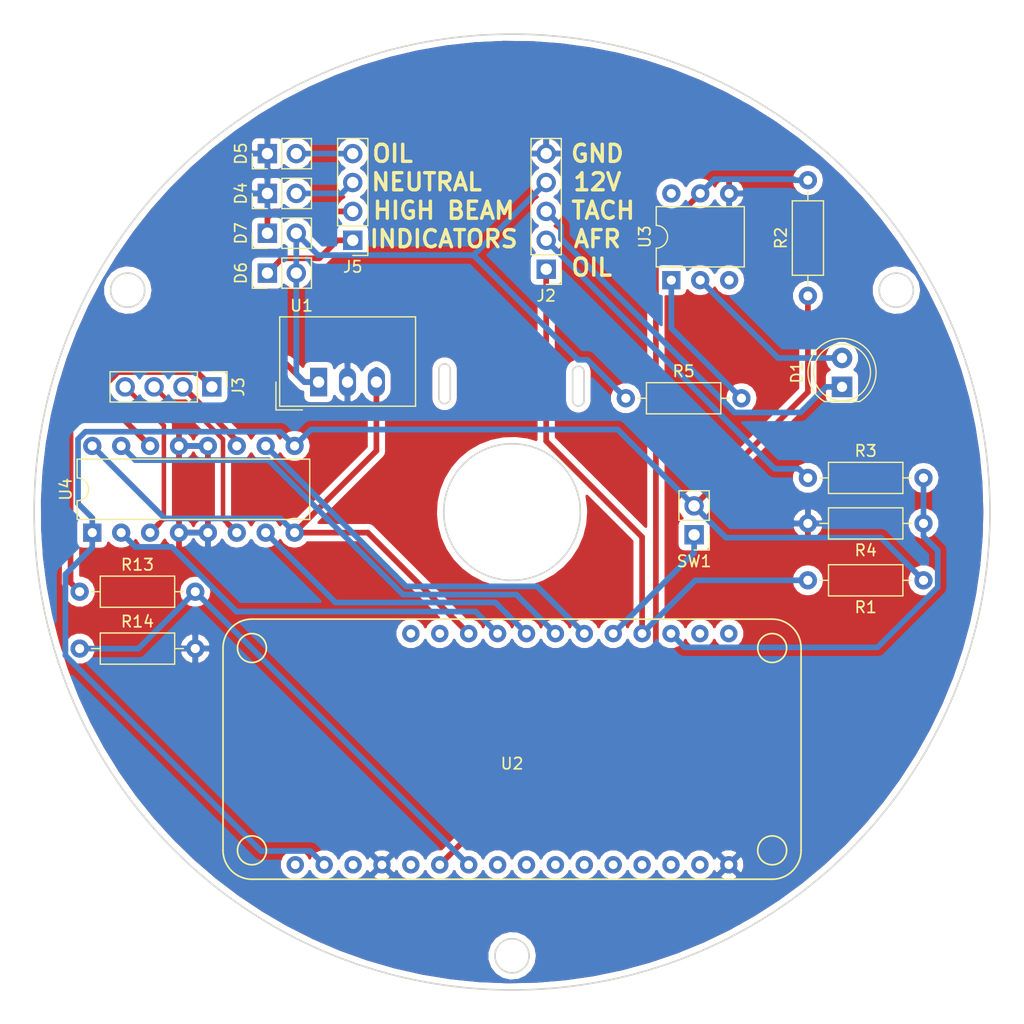
<source format=kicad_pcb>
(kicad_pcb (version 20171130) (host pcbnew "(5.0.1)-4")

  (general
    (thickness 1.6)
    (drawings 22)
    (tracks 139)
    (zones 0)
    (modules 20)
    (nets 26)
  )

  (page A4)
  (layers
    (0 F.Cu signal)
    (31 B.Cu signal)
    (32 B.Adhes user)
    (33 F.Adhes user)
    (34 B.Paste user)
    (35 F.Paste user)
    (36 B.SilkS user)
    (37 F.SilkS user)
    (38 B.Mask user)
    (39 F.Mask user)
    (40 Dwgs.User user hide)
    (41 Cmts.User user)
    (42 Eco1.User user)
    (43 Eco2.User user)
    (44 Edge.Cuts user)
    (45 Margin user)
    (46 B.CrtYd user hide)
    (47 F.CrtYd user hide)
    (48 B.Fab user)
    (49 F.Fab user hide)
  )

  (setup
    (last_trace_width 0.25)
    (user_trace_width 0.5)
    (trace_clearance 0.2)
    (zone_clearance 0.508)
    (zone_45_only no)
    (trace_min 0.0889)
    (segment_width 0.2)
    (edge_width 0.15)
    (via_size 0.8)
    (via_drill 0.4)
    (via_min_size 0.45)
    (via_min_drill 0.2)
    (uvia_size 0.3)
    (uvia_drill 0.1)
    (uvias_allowed no)
    (uvia_min_size 0.2)
    (uvia_min_drill 0.1)
    (pcb_text_width 0.3)
    (pcb_text_size 1.5 1.5)
    (mod_edge_width 0.15)
    (mod_text_size 1 1)
    (mod_text_width 0.15)
    (pad_size 1.524 1.524)
    (pad_drill 0.762)
    (pad_to_mask_clearance 0.051)
    (solder_mask_min_width 0.25)
    (aux_axis_origin 0 0)
    (visible_elements 7FFFFFFF)
    (pcbplotparams
      (layerselection 0x010f0_ffffffff)
      (usegerberextensions false)
      (usegerberattributes true)
      (usegerberadvancedattributes false)
      (creategerberjobfile false)
      (excludeedgelayer true)
      (linewidth 0.100000)
      (plotframeref false)
      (viasonmask false)
      (mode 1)
      (useauxorigin false)
      (hpglpennumber 1)
      (hpglpenspeed 20)
      (hpglpendiameter 15.000000)
      (psnegative false)
      (psa4output false)
      (plotreference true)
      (plotvalue true)
      (plotinvisibletext false)
      (padsonsilk false)
      (subtractmaskfromsilk false)
      (outputformat 1)
      (mirror false)
      (drillshape 0)
      (scaleselection 1)
      (outputdirectory "gerber"))
  )

  (net 0 "")
  (net 1 GND)
  (net 2 "Net-(D1-Pad2)")
  (net 3 "Net-(D4-Pad2)")
  (net 4 "Net-(D5-Pad2)")
  (net 5 +12V)
  (net 6 "Net-(D6-Pad1)")
  (net 7 "Net-(D7-Pad1)")
  (net 8 "Net-(J2-Pad1)")
  (net 9 "Net-(J3-Pad1)")
  (net 10 "Net-(J3-Pad2)")
  (net 11 "Net-(J3-Pad3)")
  (net 12 "Net-(J3-Pad4)")
  (net 13 +3V3)
  (net 14 +5V)
  (net 15 "Net-(R13-Pad2)")
  (net 16 "Net-(D1-Pad1)")
  (net 17 "Net-(J2-Pad2)")
  (net 18 "Net-(R2-Pad2)")
  (net 19 "Net-(R3-Pad2)")
  (net 20 "Net-(R5-Pad2)")
  (net 21 "Net-(SW1-Pad1)")
  (net 22 /STEP_1)
  (net 23 /STEP_2)
  (net 24 /STEP_3)
  (net 25 /STEP_4)

  (net_class Default "This is the default net class."
    (clearance 0.2)
    (trace_width 0.25)
    (via_dia 0.8)
    (via_drill 0.4)
    (uvia_dia 0.3)
    (uvia_drill 0.1)
    (add_net +12V)
    (add_net +3V3)
    (add_net +5V)
    (add_net /STEP_1)
    (add_net /STEP_2)
    (add_net /STEP_3)
    (add_net /STEP_4)
    (add_net GND)
    (add_net "Net-(D1-Pad1)")
    (add_net "Net-(D1-Pad2)")
    (add_net "Net-(D4-Pad2)")
    (add_net "Net-(D5-Pad2)")
    (add_net "Net-(D6-Pad1)")
    (add_net "Net-(D7-Pad1)")
    (add_net "Net-(J2-Pad1)")
    (add_net "Net-(J2-Pad2)")
    (add_net "Net-(J3-Pad1)")
    (add_net "Net-(J3-Pad2)")
    (add_net "Net-(J3-Pad3)")
    (add_net "Net-(J3-Pad4)")
    (add_net "Net-(R13-Pad2)")
    (add_net "Net-(R2-Pad2)")
    (add_net "Net-(R3-Pad2)")
    (add_net "Net-(R5-Pad2)")
    (add_net "Net-(SW1-Pad1)")
  )

  (module footprints:Feather (layer F.Cu) (tedit 5CBCED8F) (tstamp 5CE99DD2)
    (at 150 120.84)
    (path /5CD9A44F)
    (fp_text reference U2 (at 0 1.27) (layer F.SilkS)
      (effects (font (size 1 1) (thickness 0.15)))
    )
    (fp_text value Feather (at 0 -1.27) (layer F.Fab)
      (effects (font (size 1 1) (thickness 0.15)))
    )
    (fp_arc (start 22.86 8.89) (end 22.86 11.43) (angle -90) (layer F.SilkS) (width 0.15))
    (fp_arc (start -22.86 8.89) (end -25.4 8.89) (angle -90) (layer F.SilkS) (width 0.15))
    (fp_arc (start -22.86 -8.89) (end -22.86 -11.43) (angle -90) (layer F.SilkS) (width 0.15))
    (fp_arc (start 22.86 -8.89) (end 25.4 -8.89) (angle -90) (layer F.SilkS) (width 0.15))
    (fp_line (start 25.4 8.89) (end 25.4 -8.89) (layer F.SilkS) (width 0.15))
    (fp_line (start -22.86 11.43) (end 22.86 11.43) (layer F.SilkS) (width 0.15))
    (fp_line (start -25.4 -8.89) (end -25.4 8.89) (layer F.SilkS) (width 0.15))
    (fp_line (start 22.86 -11.43) (end -22.86 -11.43) (layer F.SilkS) (width 0.15))
    (fp_circle (center -22.86 -8.89) (end -22.86 -10.16) (layer F.SilkS) (width 0.15))
    (fp_circle (center -22.86 8.89) (end -22.86 10.16) (layer F.SilkS) (width 0.15))
    (fp_circle (center 22.86 -8.89) (end 22.86 -10.16) (layer F.SilkS) (width 0.15))
    (fp_circle (center 22.86 8.89) (end 22.86 10.16) (layer F.SilkS) (width 0.15))
    (pad 29 thru_hole circle (at -8.89 -10.16) (size 1.524 1.524) (drill 0.762) (layers *.Cu *.Mask))
    (pad 30 thru_hole circle (at -6.35 -10.16) (size 1.524 1.524) (drill 0.762) (layers *.Cu *.Mask))
    (pad 31 thru_hole circle (at -3.81 -10.16) (size 1.524 1.524) (drill 0.762) (layers *.Cu *.Mask)
      (net 14 +5V))
    (pad 13 thru_hole circle (at -1.27 -10.16) (size 1.524 1.524) (drill 0.762) (layers *.Cu *.Mask)
      (net 22 /STEP_1))
    (pad 12 thru_hole circle (at 1.27 -10.16) (size 1.524 1.524) (drill 0.762) (layers *.Cu *.Mask)
      (net 23 /STEP_2))
    (pad 11 thru_hole circle (at 3.81 -10.16) (size 1.524 1.524) (drill 0.762) (layers *.Cu *.Mask)
      (net 24 /STEP_3))
    (pad 10 thru_hole circle (at 6.35 -10.16) (size 1.524 1.524) (drill 0.762) (layers *.Cu *.Mask)
      (net 25 /STEP_4))
    (pad 9 thru_hole circle (at 8.89 -10.16) (size 1.524 1.524) (drill 0.762) (layers *.Cu *.Mask)
      (net 21 "Net-(SW1-Pad1)"))
    (pad 6 thru_hole circle (at 11.43 -10.16) (size 1.524 1.524) (drill 0.762) (layers *.Cu *.Mask)
      (net 8 "Net-(J2-Pad1)"))
    (pad 5 thru_hole circle (at 13.97 -10.16) (size 1.524 1.524) (drill 0.762) (layers *.Cu *.Mask)
      (net 19 "Net-(R3-Pad2)"))
    (pad 21 thru_hole circle (at 16.51 -10.16) (size 1.524 1.524) (drill 0.762) (layers *.Cu *.Mask))
    (pad 20 thru_hole circle (at 19.05 -10.16) (size 1.524 1.524) (drill 0.762) (layers *.Cu *.Mask))
    (pad 2 thru_hole circle (at 19.05 10.16) (size 1.524 1.524) (drill 0.762) (layers *.Cu *.Mask)
      (net 1 GND))
    (pad 1 thru_hole circle (at 16.51 10.16) (size 1.524 1.524) (drill 0.762) (layers *.Cu *.Mask))
    (pad 0 thru_hole circle (at 13.97 10.16) (size 1.524 1.524) (drill 0.762) (layers *.Cu *.Mask))
    (pad 22 thru_hole circle (at 11.43 10.16) (size 1.524 1.524) (drill 0.762) (layers *.Cu *.Mask))
    (pad 23 thru_hole circle (at 8.89 10.16) (size 1.524 1.524) (drill 0.762) (layers *.Cu *.Mask))
    (pad 24 thru_hole circle (at 6.35 10.16) (size 1.524 1.524) (drill 0.762) (layers *.Cu *.Mask))
    (pad 19 thru_hole circle (at 3.81 10.16) (size 1.524 1.524) (drill 0.762) (layers *.Cu *.Mask))
    (pad 18 thru_hole circle (at 1.27 10.16) (size 1.524 1.524) (drill 0.762) (layers *.Cu *.Mask))
    (pad 17 thru_hole circle (at -1.27 10.16) (size 1.524 1.524) (drill 0.762) (layers *.Cu *.Mask))
    (pad 16 thru_hole circle (at -3.81 10.16) (size 1.524 1.524) (drill 0.762) (layers *.Cu *.Mask)
      (net 15 "Net-(R13-Pad2)"))
    (pad 15 thru_hole circle (at -6.35 10.16) (size 1.524 1.524) (drill 0.762) (layers *.Cu *.Mask)
      (net 18 "Net-(R2-Pad2)"))
    (pad 14 thru_hole circle (at -8.89 10.16) (size 1.524 1.524) (drill 0.762) (layers *.Cu *.Mask))
    (pad 28 thru_hole circle (at -11.43 10.16) (size 1.524 1.524) (drill 0.762) (layers *.Cu *.Mask)
      (net 1 GND))
    (pad 27 thru_hole circle (at -13.97 10.16) (size 1.524 1.524) (drill 0.762) (layers *.Cu *.Mask))
    (pad 26 thru_hole circle (at -16.51 10.16) (size 1.524 1.524) (drill 0.762) (layers *.Cu *.Mask)
      (net 13 +3V3))
    (pad 25 thru_hole circle (at -19.05 10.16) (size 1.524 1.524) (drill 0.762) (layers *.Cu *.Mask))
  )

  (module Connector_PinHeader_2.54mm:PinHeader_1x02_P2.54mm_Vertical (layer F.Cu) (tedit 59FED5CC) (tstamp 5CE2BBDB)
    (at 128.5 72 90)
    (descr "Through hole straight pin header, 1x02, 2.54mm pitch, single row")
    (tags "Through hole pin header THT 1x02 2.54mm single row")
    (path /5CB8F18D)
    (fp_text reference D4 (at 0 -2.33 90) (layer F.SilkS)
      (effects (font (size 1 1) (thickness 0.15)))
    )
    (fp_text value LED_HIGH_BEAM (at 0 4.87 90) (layer F.Fab)
      (effects (font (size 1 1) (thickness 0.15)))
    )
    (fp_text user %R (at 0 1.27 -180) (layer F.Fab)
      (effects (font (size 1 1) (thickness 0.15)))
    )
    (fp_line (start 1.8 -1.8) (end -1.8 -1.8) (layer F.CrtYd) (width 0.05))
    (fp_line (start 1.8 4.35) (end 1.8 -1.8) (layer F.CrtYd) (width 0.05))
    (fp_line (start -1.8 4.35) (end 1.8 4.35) (layer F.CrtYd) (width 0.05))
    (fp_line (start -1.8 -1.8) (end -1.8 4.35) (layer F.CrtYd) (width 0.05))
    (fp_line (start -1.33 -1.33) (end 0 -1.33) (layer F.SilkS) (width 0.12))
    (fp_line (start -1.33 0) (end -1.33 -1.33) (layer F.SilkS) (width 0.12))
    (fp_line (start -1.33 1.27) (end 1.33 1.27) (layer F.SilkS) (width 0.12))
    (fp_line (start 1.33 1.27) (end 1.33 3.87) (layer F.SilkS) (width 0.12))
    (fp_line (start -1.33 1.27) (end -1.33 3.87) (layer F.SilkS) (width 0.12))
    (fp_line (start -1.33 3.87) (end 1.33 3.87) (layer F.SilkS) (width 0.12))
    (fp_line (start -1.27 -0.635) (end -0.635 -1.27) (layer F.Fab) (width 0.1))
    (fp_line (start -1.27 3.81) (end -1.27 -0.635) (layer F.Fab) (width 0.1))
    (fp_line (start 1.27 3.81) (end -1.27 3.81) (layer F.Fab) (width 0.1))
    (fp_line (start 1.27 -1.27) (end 1.27 3.81) (layer F.Fab) (width 0.1))
    (fp_line (start -0.635 -1.27) (end 1.27 -1.27) (layer F.Fab) (width 0.1))
    (pad 2 thru_hole oval (at 0 2.54 90) (size 1.7 1.7) (drill 1) (layers *.Cu *.Mask)
      (net 3 "Net-(D4-Pad2)"))
    (pad 1 thru_hole rect (at 0 0 90) (size 1.7 1.7) (drill 1) (layers *.Cu *.Mask)
      (net 1 GND))
    (model ${KISYS3DMOD}/Connector_PinHeader_2.54mm.3dshapes/PinHeader_1x02_P2.54mm_Vertical.wrl
      (at (xyz 0 0 0))
      (scale (xyz 1 1 1))
      (rotate (xyz 0 0 0))
    )
  )

  (module Connector_PinHeader_2.54mm:PinHeader_1x02_P2.54mm_Vertical (layer F.Cu) (tedit 59FED5CC) (tstamp 5CE2C10B)
    (at 128.5 68.5 90)
    (descr "Through hole straight pin header, 1x02, 2.54mm pitch, single row")
    (tags "Through hole pin header THT 1x02 2.54mm single row")
    (path /5CB8F1D3)
    (fp_text reference D5 (at 0 -2.33 90) (layer F.SilkS)
      (effects (font (size 1 1) (thickness 0.15)))
    )
    (fp_text value LED_INDICATORS (at 0 4.87 90) (layer F.Fab)
      (effects (font (size 1 1) (thickness 0.15)))
    )
    (fp_line (start -0.635 -1.27) (end 1.27 -1.27) (layer F.Fab) (width 0.1))
    (fp_line (start 1.27 -1.27) (end 1.27 3.81) (layer F.Fab) (width 0.1))
    (fp_line (start 1.27 3.81) (end -1.27 3.81) (layer F.Fab) (width 0.1))
    (fp_line (start -1.27 3.81) (end -1.27 -0.635) (layer F.Fab) (width 0.1))
    (fp_line (start -1.27 -0.635) (end -0.635 -1.27) (layer F.Fab) (width 0.1))
    (fp_line (start -1.33 3.87) (end 1.33 3.87) (layer F.SilkS) (width 0.12))
    (fp_line (start -1.33 1.27) (end -1.33 3.87) (layer F.SilkS) (width 0.12))
    (fp_line (start 1.33 1.27) (end 1.33 3.87) (layer F.SilkS) (width 0.12))
    (fp_line (start -1.33 1.27) (end 1.33 1.27) (layer F.SilkS) (width 0.12))
    (fp_line (start -1.33 0) (end -1.33 -1.33) (layer F.SilkS) (width 0.12))
    (fp_line (start -1.33 -1.33) (end 0 -1.33) (layer F.SilkS) (width 0.12))
    (fp_line (start -1.8 -1.8) (end -1.8 4.35) (layer F.CrtYd) (width 0.05))
    (fp_line (start -1.8 4.35) (end 1.8 4.35) (layer F.CrtYd) (width 0.05))
    (fp_line (start 1.8 4.35) (end 1.8 -1.8) (layer F.CrtYd) (width 0.05))
    (fp_line (start 1.8 -1.8) (end -1.8 -1.8) (layer F.CrtYd) (width 0.05))
    (fp_text user %R (at 0 1.27 -180) (layer F.Fab)
      (effects (font (size 1 1) (thickness 0.15)))
    )
    (pad 1 thru_hole rect (at 0 0 90) (size 1.7 1.7) (drill 1) (layers *.Cu *.Mask)
      (net 1 GND))
    (pad 2 thru_hole oval (at 0 2.54 90) (size 1.7 1.7) (drill 1) (layers *.Cu *.Mask)
      (net 4 "Net-(D5-Pad2)"))
    (model ${KISYS3DMOD}/Connector_PinHeader_2.54mm.3dshapes/PinHeader_1x02_P2.54mm_Vertical.wrl
      (at (xyz 0 0 0))
      (scale (xyz 1 1 1))
      (rotate (xyz 0 0 0))
    )
  )

  (module Connector_PinHeader_2.54mm:PinHeader_1x02_P2.54mm_Vertical (layer F.Cu) (tedit 59FED5CC) (tstamp 5CE2BC05)
    (at 128.5 79 90)
    (descr "Through hole straight pin header, 1x02, 2.54mm pitch, single row")
    (tags "Through hole pin header THT 1x02 2.54mm single row")
    (path /5CB8F223)
    (fp_text reference D6 (at 0 -2.33 90) (layer F.SilkS)
      (effects (font (size 1 1) (thickness 0.15)))
    )
    (fp_text value LED_OIL_PRESSURE (at 0 4.87 90) (layer F.Fab)
      (effects (font (size 1 1) (thickness 0.15)))
    )
    (fp_text user %R (at 0 1.27 180) (layer F.Fab)
      (effects (font (size 1 1) (thickness 0.15)))
    )
    (fp_line (start 1.8 -1.8) (end -1.8 -1.8) (layer F.CrtYd) (width 0.05))
    (fp_line (start 1.8 4.35) (end 1.8 -1.8) (layer F.CrtYd) (width 0.05))
    (fp_line (start -1.8 4.35) (end 1.8 4.35) (layer F.CrtYd) (width 0.05))
    (fp_line (start -1.8 -1.8) (end -1.8 4.35) (layer F.CrtYd) (width 0.05))
    (fp_line (start -1.33 -1.33) (end 0 -1.33) (layer F.SilkS) (width 0.12))
    (fp_line (start -1.33 0) (end -1.33 -1.33) (layer F.SilkS) (width 0.12))
    (fp_line (start -1.33 1.27) (end 1.33 1.27) (layer F.SilkS) (width 0.12))
    (fp_line (start 1.33 1.27) (end 1.33 3.87) (layer F.SilkS) (width 0.12))
    (fp_line (start -1.33 1.27) (end -1.33 3.87) (layer F.SilkS) (width 0.12))
    (fp_line (start -1.33 3.87) (end 1.33 3.87) (layer F.SilkS) (width 0.12))
    (fp_line (start -1.27 -0.635) (end -0.635 -1.27) (layer F.Fab) (width 0.1))
    (fp_line (start -1.27 3.81) (end -1.27 -0.635) (layer F.Fab) (width 0.1))
    (fp_line (start 1.27 3.81) (end -1.27 3.81) (layer F.Fab) (width 0.1))
    (fp_line (start 1.27 -1.27) (end 1.27 3.81) (layer F.Fab) (width 0.1))
    (fp_line (start -0.635 -1.27) (end 1.27 -1.27) (layer F.Fab) (width 0.1))
    (pad 2 thru_hole oval (at 0 2.54 90) (size 1.7 1.7) (drill 1) (layers *.Cu *.Mask)
      (net 5 +12V))
    (pad 1 thru_hole rect (at 0 0 90) (size 1.7 1.7) (drill 1) (layers *.Cu *.Mask)
      (net 6 "Net-(D6-Pad1)"))
    (model ${KISYS3DMOD}/Connector_PinHeader_2.54mm.3dshapes/PinHeader_1x02_P2.54mm_Vertical.wrl
      (at (xyz 0 0 0))
      (scale (xyz 1 1 1))
      (rotate (xyz 0 0 0))
    )
  )

  (module Connector_PinHeader_2.54mm:PinHeader_1x02_P2.54mm_Vertical (layer F.Cu) (tedit 59FED5CC) (tstamp 5CE2BC1A)
    (at 128.5 75.5 90)
    (descr "Through hole straight pin header, 1x02, 2.54mm pitch, single row")
    (tags "Through hole pin header THT 1x02 2.54mm single row")
    (path /5CB8F279)
    (fp_text reference D7 (at 0 -2.33 90) (layer F.SilkS)
      (effects (font (size 1 1) (thickness 0.15)))
    )
    (fp_text value LED_NEUTRAL (at 0 4.87 90) (layer F.Fab)
      (effects (font (size 1 1) (thickness 0.15)))
    )
    (fp_line (start -0.635 -1.27) (end 1.27 -1.27) (layer F.Fab) (width 0.1))
    (fp_line (start 1.27 -1.27) (end 1.27 3.81) (layer F.Fab) (width 0.1))
    (fp_line (start 1.27 3.81) (end -1.27 3.81) (layer F.Fab) (width 0.1))
    (fp_line (start -1.27 3.81) (end -1.27 -0.635) (layer F.Fab) (width 0.1))
    (fp_line (start -1.27 -0.635) (end -0.635 -1.27) (layer F.Fab) (width 0.1))
    (fp_line (start -1.33 3.87) (end 1.33 3.87) (layer F.SilkS) (width 0.12))
    (fp_line (start -1.33 1.27) (end -1.33 3.87) (layer F.SilkS) (width 0.12))
    (fp_line (start 1.33 1.27) (end 1.33 3.87) (layer F.SilkS) (width 0.12))
    (fp_line (start -1.33 1.27) (end 1.33 1.27) (layer F.SilkS) (width 0.12))
    (fp_line (start -1.33 0) (end -1.33 -1.33) (layer F.SilkS) (width 0.12))
    (fp_line (start -1.33 -1.33) (end 0 -1.33) (layer F.SilkS) (width 0.12))
    (fp_line (start -1.8 -1.8) (end -1.8 4.35) (layer F.CrtYd) (width 0.05))
    (fp_line (start -1.8 4.35) (end 1.8 4.35) (layer F.CrtYd) (width 0.05))
    (fp_line (start 1.8 4.35) (end 1.8 -1.8) (layer F.CrtYd) (width 0.05))
    (fp_line (start 1.8 -1.8) (end -1.8 -1.8) (layer F.CrtYd) (width 0.05))
    (fp_text user %R (at 0 1.27 180) (layer F.Fab)
      (effects (font (size 1 1) (thickness 0.15)))
    )
    (pad 1 thru_hole rect (at 0 0 90) (size 1.7 1.7) (drill 1) (layers *.Cu *.Mask)
      (net 7 "Net-(D7-Pad1)"))
    (pad 2 thru_hole oval (at 0 2.54 90) (size 1.7 1.7) (drill 1) (layers *.Cu *.Mask)
      (net 5 +12V))
    (model ${KISYS3DMOD}/Connector_PinHeader_2.54mm.3dshapes/PinHeader_1x02_P2.54mm_Vertical.wrl
      (at (xyz 0 0 0))
      (scale (xyz 1 1 1))
      (rotate (xyz 0 0 0))
    )
  )

  (module Connector_PinHeader_2.54mm:PinHeader_1x05_P2.54mm_Vertical (layer F.Cu) (tedit 5CC0DA4E) (tstamp 5CE2BC44)
    (at 153 78.66 180)
    (descr "Through hole straight pin header, 1x05, 2.54mm pitch, single row")
    (tags "Through hole pin header THT 1x05 2.54mm single row")
    (path /5CD563C4)
    (fp_text reference J2 (at 0 -2.33 180) (layer F.SilkS)
      (effects (font (size 1 1) (thickness 0.15)))
    )
    (fp_text value Conn_01x05_Male (at 0 12.49 180) (layer F.Fab) hide
      (effects (font (size 1 1) (thickness 0.15)))
    )
    (fp_line (start -0.635 -1.27) (end 1.27 -1.27) (layer F.Fab) (width 0.1))
    (fp_line (start 1.27 -1.27) (end 1.27 11.43) (layer F.Fab) (width 0.1))
    (fp_line (start 1.27 11.43) (end -1.27 11.43) (layer F.Fab) (width 0.1))
    (fp_line (start -1.27 11.43) (end -1.27 -0.635) (layer F.Fab) (width 0.1))
    (fp_line (start -1.27 -0.635) (end -0.635 -1.27) (layer F.Fab) (width 0.1))
    (fp_line (start -1.33 11.49) (end 1.33 11.49) (layer F.SilkS) (width 0.12))
    (fp_line (start -1.33 1.27) (end -1.33 11.49) (layer F.SilkS) (width 0.12))
    (fp_line (start 1.33 1.27) (end 1.33 11.49) (layer F.SilkS) (width 0.12))
    (fp_line (start -1.33 1.27) (end 1.33 1.27) (layer F.SilkS) (width 0.12))
    (fp_line (start -1.33 0) (end -1.33 -1.33) (layer F.SilkS) (width 0.12))
    (fp_line (start -1.33 -1.33) (end 0 -1.33) (layer F.SilkS) (width 0.12))
    (fp_line (start -1.8 -1.8) (end -1.8 11.95) (layer F.CrtYd) (width 0.05))
    (fp_line (start -1.8 11.95) (end 1.8 11.95) (layer F.CrtYd) (width 0.05))
    (fp_line (start 1.8 11.95) (end 1.8 -1.8) (layer F.CrtYd) (width 0.05))
    (fp_line (start 1.8 -1.8) (end -1.8 -1.8) (layer F.CrtYd) (width 0.05))
    (fp_text user %R (at 0 5.08 270) (layer F.Fab)
      (effects (font (size 1 1) (thickness 0.15)))
    )
    (pad 1 thru_hole rect (at 0 0 180) (size 1.7 1.7) (drill 1) (layers *.Cu *.Mask)
      (net 8 "Net-(J2-Pad1)"))
    (pad 2 thru_hole oval (at 0 2.54 180) (size 1.7 1.7) (drill 1) (layers *.Cu *.Mask)
      (net 17 "Net-(J2-Pad2)"))
    (pad 3 thru_hole oval (at 0 5.08 180) (size 1.7 1.7) (drill 1) (layers *.Cu *.Mask)
      (net 16 "Net-(D1-Pad1)"))
    (pad 4 thru_hole oval (at 0 7.62 180) (size 1.7 1.7) (drill 1) (layers *.Cu *.Mask)
      (net 5 +12V))
    (pad 5 thru_hole oval (at 0 10.16 180) (size 1.7 1.7) (drill 1) (layers *.Cu *.Mask)
      (net 1 GND))
    (model ${KISYS3DMOD}/Connector_PinHeader_2.54mm.3dshapes/PinHeader_1x05_P2.54mm_Vertical.wrl
      (at (xyz 0 0 0))
      (scale (xyz 1 1 1))
      (rotate (xyz 0 0 0))
    )
  )

  (module Connector_PinHeader_2.54mm:PinHeader_1x04_P2.54mm_Vertical (layer F.Cu) (tedit 59FED5CC) (tstamp 5CE2BE36)
    (at 123.62 89 270)
    (descr "Through hole straight pin header, 1x04, 2.54mm pitch, single row")
    (tags "Through hole pin header THT 1x04 2.54mm single row")
    (path /5CC588F0)
    (fp_text reference J3 (at 0 -2.33 270) (layer F.SilkS)
      (effects (font (size 1 1) (thickness 0.15)))
    )
    (fp_text value STEPPER (at 0 9.95 270) (layer F.Fab)
      (effects (font (size 1 1) (thickness 0.15)))
    )
    (fp_line (start -0.635 -1.27) (end 1.27 -1.27) (layer F.Fab) (width 0.1))
    (fp_line (start 1.27 -1.27) (end 1.27 8.89) (layer F.Fab) (width 0.1))
    (fp_line (start 1.27 8.89) (end -1.27 8.89) (layer F.Fab) (width 0.1))
    (fp_line (start -1.27 8.89) (end -1.27 -0.635) (layer F.Fab) (width 0.1))
    (fp_line (start -1.27 -0.635) (end -0.635 -1.27) (layer F.Fab) (width 0.1))
    (fp_line (start -1.33 8.95) (end 1.33 8.95) (layer F.SilkS) (width 0.12))
    (fp_line (start -1.33 1.27) (end -1.33 8.95) (layer F.SilkS) (width 0.12))
    (fp_line (start 1.33 1.27) (end 1.33 8.95) (layer F.SilkS) (width 0.12))
    (fp_line (start -1.33 1.27) (end 1.33 1.27) (layer F.SilkS) (width 0.12))
    (fp_line (start -1.33 0) (end -1.33 -1.33) (layer F.SilkS) (width 0.12))
    (fp_line (start -1.33 -1.33) (end 0 -1.33) (layer F.SilkS) (width 0.12))
    (fp_line (start -1.8 -1.8) (end -1.8 9.4) (layer F.CrtYd) (width 0.05))
    (fp_line (start -1.8 9.4) (end 1.8 9.4) (layer F.CrtYd) (width 0.05))
    (fp_line (start 1.8 9.4) (end 1.8 -1.8) (layer F.CrtYd) (width 0.05))
    (fp_line (start 1.8 -1.8) (end -1.8 -1.8) (layer F.CrtYd) (width 0.05))
    (fp_text user %R (at 0 3.81) (layer F.Fab)
      (effects (font (size 1 1) (thickness 0.15)))
    )
    (pad 1 thru_hole rect (at 0 0 270) (size 1.7 1.7) (drill 1) (layers *.Cu *.Mask)
      (net 9 "Net-(J3-Pad1)"))
    (pad 2 thru_hole oval (at 0 2.54 270) (size 1.7 1.7) (drill 1) (layers *.Cu *.Mask)
      (net 10 "Net-(J3-Pad2)"))
    (pad 3 thru_hole oval (at 0 5.08 270) (size 1.7 1.7) (drill 1) (layers *.Cu *.Mask)
      (net 11 "Net-(J3-Pad3)"))
    (pad 4 thru_hole oval (at 0 7.62 270) (size 1.7 1.7) (drill 1) (layers *.Cu *.Mask)
      (net 12 "Net-(J3-Pad4)"))
    (model ${KISYS3DMOD}/Connector_PinHeader_2.54mm.3dshapes/PinHeader_1x04_P2.54mm_Vertical.wrl
      (at (xyz 0 0 0))
      (scale (xyz 1 1 1))
      (rotate (xyz 0 0 0))
    )
  )

  (module Connector_PinHeader_2.54mm:PinHeader_1x04_P2.54mm_Vertical (layer F.Cu) (tedit 59FED5CC) (tstamp 5CE2BC73)
    (at 136 76.12 180)
    (descr "Through hole straight pin header, 1x04, 2.54mm pitch, single row")
    (tags "Through hole pin header THT 1x04 2.54mm single row")
    (path /5CC9D306)
    (fp_text reference J5 (at 0 -2.33 180) (layer F.SilkS)
      (effects (font (size 1 1) (thickness 0.15)))
    )
    (fp_text value LEDS (at 0 9.95 180) (layer F.Fab)
      (effects (font (size 1 1) (thickness 0.15)))
    )
    (fp_text user %R (at 0 3.81 270) (layer F.Fab)
      (effects (font (size 1 1) (thickness 0.15)))
    )
    (fp_line (start 1.8 -1.8) (end -1.8 -1.8) (layer F.CrtYd) (width 0.05))
    (fp_line (start 1.8 9.4) (end 1.8 -1.8) (layer F.CrtYd) (width 0.05))
    (fp_line (start -1.8 9.4) (end 1.8 9.4) (layer F.CrtYd) (width 0.05))
    (fp_line (start -1.8 -1.8) (end -1.8 9.4) (layer F.CrtYd) (width 0.05))
    (fp_line (start -1.33 -1.33) (end 0 -1.33) (layer F.SilkS) (width 0.12))
    (fp_line (start -1.33 0) (end -1.33 -1.33) (layer F.SilkS) (width 0.12))
    (fp_line (start -1.33 1.27) (end 1.33 1.27) (layer F.SilkS) (width 0.12))
    (fp_line (start 1.33 1.27) (end 1.33 8.95) (layer F.SilkS) (width 0.12))
    (fp_line (start -1.33 1.27) (end -1.33 8.95) (layer F.SilkS) (width 0.12))
    (fp_line (start -1.33 8.95) (end 1.33 8.95) (layer F.SilkS) (width 0.12))
    (fp_line (start -1.27 -0.635) (end -0.635 -1.27) (layer F.Fab) (width 0.1))
    (fp_line (start -1.27 8.89) (end -1.27 -0.635) (layer F.Fab) (width 0.1))
    (fp_line (start 1.27 8.89) (end -1.27 8.89) (layer F.Fab) (width 0.1))
    (fp_line (start 1.27 -1.27) (end 1.27 8.89) (layer F.Fab) (width 0.1))
    (fp_line (start -0.635 -1.27) (end 1.27 -1.27) (layer F.Fab) (width 0.1))
    (pad 4 thru_hole oval (at 0 7.62 180) (size 1.7 1.7) (drill 1) (layers *.Cu *.Mask)
      (net 4 "Net-(D5-Pad2)"))
    (pad 3 thru_hole oval (at 0 5.08 180) (size 1.7 1.7) (drill 1) (layers *.Cu *.Mask)
      (net 3 "Net-(D4-Pad2)"))
    (pad 2 thru_hole oval (at 0 2.54 180) (size 1.7 1.7) (drill 1) (layers *.Cu *.Mask)
      (net 7 "Net-(D7-Pad1)"))
    (pad 1 thru_hole rect (at 0 0 180) (size 1.7 1.7) (drill 1) (layers *.Cu *.Mask)
      (net 6 "Net-(D6-Pad1)"))
    (model ${KISYS3DMOD}/Connector_PinHeader_2.54mm.3dshapes/PinHeader_1x04_P2.54mm_Vertical.wrl
      (at (xyz 0 0 0))
      (scale (xyz 1 1 1))
      (rotate (xyz 0 0 0))
    )
  )

  (module Connector_PinHeader_2.54mm:PinHeader_1x02_P2.54mm_Vertical (layer F.Cu) (tedit 59FED5CC) (tstamp 5CE2BCA5)
    (at 166 102 180)
    (descr "Through hole straight pin header, 1x02, 2.54mm pitch, single row")
    (tags "Through hole pin header THT 1x02 2.54mm single row")
    (path /5CB9D4F5)
    (fp_text reference SW1 (at 0 -2.33 180) (layer F.SilkS)
      (effects (font (size 1 1) (thickness 0.15)))
    )
    (fp_text value S_MODE (at 0 4.87 180) (layer F.Fab)
      (effects (font (size 1 1) (thickness 0.15)))
    )
    (fp_line (start -0.635 -1.27) (end 1.27 -1.27) (layer F.Fab) (width 0.1))
    (fp_line (start 1.27 -1.27) (end 1.27 3.81) (layer F.Fab) (width 0.1))
    (fp_line (start 1.27 3.81) (end -1.27 3.81) (layer F.Fab) (width 0.1))
    (fp_line (start -1.27 3.81) (end -1.27 -0.635) (layer F.Fab) (width 0.1))
    (fp_line (start -1.27 -0.635) (end -0.635 -1.27) (layer F.Fab) (width 0.1))
    (fp_line (start -1.33 3.87) (end 1.33 3.87) (layer F.SilkS) (width 0.12))
    (fp_line (start -1.33 1.27) (end -1.33 3.87) (layer F.SilkS) (width 0.12))
    (fp_line (start 1.33 1.27) (end 1.33 3.87) (layer F.SilkS) (width 0.12))
    (fp_line (start -1.33 1.27) (end 1.33 1.27) (layer F.SilkS) (width 0.12))
    (fp_line (start -1.33 0) (end -1.33 -1.33) (layer F.SilkS) (width 0.12))
    (fp_line (start -1.33 -1.33) (end 0 -1.33) (layer F.SilkS) (width 0.12))
    (fp_line (start -1.8 -1.8) (end -1.8 4.35) (layer F.CrtYd) (width 0.05))
    (fp_line (start -1.8 4.35) (end 1.8 4.35) (layer F.CrtYd) (width 0.05))
    (fp_line (start 1.8 4.35) (end 1.8 -1.8) (layer F.CrtYd) (width 0.05))
    (fp_line (start 1.8 -1.8) (end -1.8 -1.8) (layer F.CrtYd) (width 0.05))
    (fp_text user %R (at 0 1.27 270) (layer F.Fab)
      (effects (font (size 1 1) (thickness 0.15)))
    )
    (pad 1 thru_hole rect (at 0 0 180) (size 1.7 1.7) (drill 1) (layers *.Cu *.Mask)
      (net 21 "Net-(SW1-Pad1)"))
    (pad 2 thru_hole oval (at 0 2.54 180) (size 1.7 1.7) (drill 1) (layers *.Cu *.Mask)
      (net 13 +3V3))
    (model ${KISYS3DMOD}/Connector_PinHeader_2.54mm.3dshapes/PinHeader_1x02_P2.54mm_Vertical.wrl
      (at (xyz 0 0 0))
      (scale (xyz 1 1 1))
      (rotate (xyz 0 0 0))
    )
  )

  (module LED_THT:LED_D5.0mm (layer F.Cu) (tedit 5995936A) (tstamp 5CD085D7)
    (at 179 89 90)
    (descr "LED, diameter 5.0mm, 2 pins, http://cdn-reichelt.de/documents/datenblatt/A500/LL-504BC2E-009.pdf")
    (tags "LED diameter 5.0mm 2 pins")
    (path /5CC6D33E)
    (fp_text reference D1 (at 1.27 -3.96 90) (layer F.SilkS)
      (effects (font (size 1 1) (thickness 0.15)))
    )
    (fp_text value LED (at 1.27 3.96 90) (layer F.Fab)
      (effects (font (size 1 1) (thickness 0.15)))
    )
    (fp_arc (start 1.27 0) (end -1.23 -1.469694) (angle 299.1) (layer F.Fab) (width 0.1))
    (fp_arc (start 1.27 0) (end -1.29 -1.54483) (angle 148.9) (layer F.SilkS) (width 0.12))
    (fp_arc (start 1.27 0) (end -1.29 1.54483) (angle -148.9) (layer F.SilkS) (width 0.12))
    (fp_circle (center 1.27 0) (end 3.77 0) (layer F.Fab) (width 0.1))
    (fp_circle (center 1.27 0) (end 3.77 0) (layer F.SilkS) (width 0.12))
    (fp_line (start -1.23 -1.469694) (end -1.23 1.469694) (layer F.Fab) (width 0.1))
    (fp_line (start -1.29 -1.545) (end -1.29 1.545) (layer F.SilkS) (width 0.12))
    (fp_line (start -1.95 -3.25) (end -1.95 3.25) (layer F.CrtYd) (width 0.05))
    (fp_line (start -1.95 3.25) (end 4.5 3.25) (layer F.CrtYd) (width 0.05))
    (fp_line (start 4.5 3.25) (end 4.5 -3.25) (layer F.CrtYd) (width 0.05))
    (fp_line (start 4.5 -3.25) (end -1.95 -3.25) (layer F.CrtYd) (width 0.05))
    (fp_text user %R (at 1.25 0 90) (layer F.Fab)
      (effects (font (size 0.8 0.8) (thickness 0.2)))
    )
    (pad 1 thru_hole rect (at 0 0 90) (size 1.8 1.8) (drill 0.9) (layers *.Cu *.Mask)
      (net 16 "Net-(D1-Pad1)"))
    (pad 2 thru_hole circle (at 2.54 0 90) (size 1.8 1.8) (drill 0.9) (layers *.Cu *.Mask)
      (net 2 "Net-(D1-Pad2)"))
    (model ${KISYS3DMOD}/LED_THT.3dshapes/LED_D5.0mm.wrl
      (at (xyz 0 0 0))
      (scale (xyz 1 1 1))
      (rotate (xyz 0 0 0))
    )
  )

  (module Package_DIP:DIP-6_W7.62mm (layer F.Cu) (tedit 5A02E8C5) (tstamp 5CD085E8)
    (at 164 79.62 90)
    (descr "6-lead though-hole mounted DIP package, row spacing 7.62 mm (300 mils)")
    (tags "THT DIP DIL PDIP 2.54mm 7.62mm 300mil")
    (path /5CC6762B)
    (fp_text reference U3 (at 3.81 -2.33 90) (layer F.SilkS)
      (effects (font (size 1 1) (thickness 0.15)))
    )
    (fp_text value 4N35 (at 3.81 7.41 90) (layer F.Fab)
      (effects (font (size 1 1) (thickness 0.15)))
    )
    (fp_arc (start 3.81 -1.33) (end 2.81 -1.33) (angle -180) (layer F.SilkS) (width 0.12))
    (fp_line (start 1.635 -1.27) (end 6.985 -1.27) (layer F.Fab) (width 0.1))
    (fp_line (start 6.985 -1.27) (end 6.985 6.35) (layer F.Fab) (width 0.1))
    (fp_line (start 6.985 6.35) (end 0.635 6.35) (layer F.Fab) (width 0.1))
    (fp_line (start 0.635 6.35) (end 0.635 -0.27) (layer F.Fab) (width 0.1))
    (fp_line (start 0.635 -0.27) (end 1.635 -1.27) (layer F.Fab) (width 0.1))
    (fp_line (start 2.81 -1.33) (end 1.16 -1.33) (layer F.SilkS) (width 0.12))
    (fp_line (start 1.16 -1.33) (end 1.16 6.41) (layer F.SilkS) (width 0.12))
    (fp_line (start 1.16 6.41) (end 6.46 6.41) (layer F.SilkS) (width 0.12))
    (fp_line (start 6.46 6.41) (end 6.46 -1.33) (layer F.SilkS) (width 0.12))
    (fp_line (start 6.46 -1.33) (end 4.81 -1.33) (layer F.SilkS) (width 0.12))
    (fp_line (start -1.1 -1.55) (end -1.1 6.6) (layer F.CrtYd) (width 0.05))
    (fp_line (start -1.1 6.6) (end 8.7 6.6) (layer F.CrtYd) (width 0.05))
    (fp_line (start 8.7 6.6) (end 8.7 -1.55) (layer F.CrtYd) (width 0.05))
    (fp_line (start 8.7 -1.55) (end -1.1 -1.55) (layer F.CrtYd) (width 0.05))
    (fp_text user %R (at 3.81 2.54 90) (layer F.Fab)
      (effects (font (size 1 1) (thickness 0.15)))
    )
    (pad 1 thru_hole rect (at 0 0 90) (size 1.6 1.6) (drill 0.8) (layers *.Cu *.Mask)
      (net 20 "Net-(R5-Pad2)"))
    (pad 4 thru_hole oval (at 7.62 5.08 90) (size 1.6 1.6) (drill 0.8) (layers *.Cu *.Mask)
      (net 1 GND))
    (pad 2 thru_hole oval (at 0 2.54 90) (size 1.6 1.6) (drill 0.8) (layers *.Cu *.Mask)
      (net 2 "Net-(D1-Pad2)"))
    (pad 5 thru_hole oval (at 7.62 2.54 90) (size 1.6 1.6) (drill 0.8) (layers *.Cu *.Mask)
      (net 18 "Net-(R2-Pad2)"))
    (pad 3 thru_hole oval (at 0 5.08 90) (size 1.6 1.6) (drill 0.8) (layers *.Cu *.Mask))
    (pad 6 thru_hole oval (at 7.62 0 90) (size 1.6 1.6) (drill 0.8) (layers *.Cu *.Mask))
    (model ${KISYS3DMOD}/Package_DIP.3dshapes/DIP-6_W7.62mm.wrl
      (at (xyz 0 0 0))
      (scale (xyz 1 1 1))
      (rotate (xyz 0 0 0))
    )
  )

  (module Converter_DCDC:Converter_DCDC_TRACO_TSR-1_THT (layer F.Cu) (tedit 59FE1FB7) (tstamp 5CF32D24)
    (at 133 88.57763)
    (descr "DCDC-Converter, TRACO, TSR 1-xxxx")
    (tags "DCDC-Converter TRACO TSR-1")
    (path /5CD33323)
    (fp_text reference U1 (at -1.5 -6.71) (layer F.SilkS)
      (effects (font (size 1 1) (thickness 0.15)))
    )
    (fp_text value TSR_1-2450 (at 2.5 3.25) (layer F.Fab)
      (effects (font (size 1 1) (thickness 0.15)))
    )
    (fp_text user %R (at 3 -3) (layer F.Fab)
      (effects (font (size 1 1) (thickness 0.15)))
    )
    (fp_line (start -3.75 2.45) (end -1.42 2.45) (layer F.SilkS) (width 0.12))
    (fp_line (start -3.75 0) (end -3.75 2.45) (layer F.SilkS) (width 0.12))
    (fp_line (start -3.3 1) (end -2.3 2) (layer F.Fab) (width 0.1))
    (fp_line (start -3.3 1) (end -3.3 -5.6) (layer F.Fab) (width 0.1))
    (fp_line (start 8.4 2) (end 8.4 -5.6) (layer F.Fab) (width 0.1))
    (fp_line (start -3.3 -5.6) (end 8.4 -5.6) (layer F.Fab) (width 0.1))
    (fp_line (start -3.55 2.25) (end -3.55 -5.85) (layer F.CrtYd) (width 0.05))
    (fp_line (start 8.65 2.25) (end -3.55 2.25) (layer F.CrtYd) (width 0.05))
    (fp_line (start 8.65 -5.85) (end 8.65 2.25) (layer F.CrtYd) (width 0.05))
    (fp_line (start -3.55 -5.85) (end 8.65 -5.85) (layer F.CrtYd) (width 0.05))
    (fp_line (start 8.52 2.12) (end -3.42 2.12) (layer F.SilkS) (width 0.12))
    (fp_line (start 8.52 -5.73) (end 8.52 2.12) (layer F.SilkS) (width 0.12))
    (fp_line (start -3.42 -5.73) (end 8.52 -5.73) (layer F.SilkS) (width 0.12))
    (fp_line (start -3.42 2.12) (end -3.42 -5.73) (layer F.SilkS) (width 0.12))
    (fp_line (start -2.3 2) (end 8.4 2) (layer F.Fab) (width 0.1))
    (pad 1 thru_hole rect (at 0 0) (size 1.5 2.5) (drill 1) (layers *.Cu *.Mask)
      (net 5 +12V))
    (pad 2 thru_hole oval (at 2.54 0) (size 1.5 2.5) (drill 1) (layers *.Cu *.Mask)
      (net 1 GND))
    (pad 3 thru_hole oval (at 5.08 0) (size 1.5 2.5) (drill 1) (layers *.Cu *.Mask)
      (net 14 +5V))
    (model ${KISYS3DMOD}/Converter_DCDC.3dshapes/Converter_DCDC_TRACO_TSR-1_THT.wrl
      (at (xyz 0 0 0))
      (scale (xyz 1 1 1))
      (rotate (xyz 0 0 0))
    )
  )

  (module Package_DIP:DIP-16_W7.62mm (layer F.Cu) (tedit 5A02E8C5) (tstamp 5CF20879)
    (at 113.11 101.81 90)
    (descr "16-lead though-hole mounted DIP package, row spacing 7.62 mm (300 mils)")
    (tags "THT DIP DIL PDIP 2.54mm 7.62mm 300mil")
    (path /5CDAAF11)
    (fp_text reference U4 (at 3.81 -2.33 90) (layer F.SilkS)
      (effects (font (size 1 1) (thickness 0.15)))
    )
    (fp_text value L293D (at 3.81 20.11 90) (layer F.Fab)
      (effects (font (size 1 1) (thickness 0.15)))
    )
    (fp_arc (start 3.81 -1.33) (end 2.81 -1.33) (angle -180) (layer F.SilkS) (width 0.12))
    (fp_line (start 1.635 -1.27) (end 6.985 -1.27) (layer F.Fab) (width 0.1))
    (fp_line (start 6.985 -1.27) (end 6.985 19.05) (layer F.Fab) (width 0.1))
    (fp_line (start 6.985 19.05) (end 0.635 19.05) (layer F.Fab) (width 0.1))
    (fp_line (start 0.635 19.05) (end 0.635 -0.27) (layer F.Fab) (width 0.1))
    (fp_line (start 0.635 -0.27) (end 1.635 -1.27) (layer F.Fab) (width 0.1))
    (fp_line (start 2.81 -1.33) (end 1.16 -1.33) (layer F.SilkS) (width 0.12))
    (fp_line (start 1.16 -1.33) (end 1.16 19.11) (layer F.SilkS) (width 0.12))
    (fp_line (start 1.16 19.11) (end 6.46 19.11) (layer F.SilkS) (width 0.12))
    (fp_line (start 6.46 19.11) (end 6.46 -1.33) (layer F.SilkS) (width 0.12))
    (fp_line (start 6.46 -1.33) (end 4.81 -1.33) (layer F.SilkS) (width 0.12))
    (fp_line (start -1.1 -1.55) (end -1.1 19.3) (layer F.CrtYd) (width 0.05))
    (fp_line (start -1.1 19.3) (end 8.7 19.3) (layer F.CrtYd) (width 0.05))
    (fp_line (start 8.7 19.3) (end 8.7 -1.55) (layer F.CrtYd) (width 0.05))
    (fp_line (start 8.7 -1.55) (end -1.1 -1.55) (layer F.CrtYd) (width 0.05))
    (fp_text user %R (at 3.81 8.89 90) (layer F.Fab)
      (effects (font (size 1 1) (thickness 0.15)))
    )
    (pad 1 thru_hole rect (at 0 0 90) (size 1.6 1.6) (drill 0.8) (layers *.Cu *.Mask)
      (net 13 +3V3))
    (pad 9 thru_hole oval (at 7.62 17.78 90) (size 1.6 1.6) (drill 0.8) (layers *.Cu *.Mask)
      (net 13 +3V3))
    (pad 2 thru_hole oval (at 0 2.54 90) (size 1.6 1.6) (drill 0.8) (layers *.Cu *.Mask)
      (net 22 /STEP_1))
    (pad 10 thru_hole oval (at 7.62 15.24 90) (size 1.6 1.6) (drill 0.8) (layers *.Cu *.Mask)
      (net 25 /STEP_4))
    (pad 3 thru_hole oval (at 0 5.08 90) (size 1.6 1.6) (drill 0.8) (layers *.Cu *.Mask)
      (net 12 "Net-(J3-Pad4)"))
    (pad 11 thru_hole oval (at 7.62 12.7 90) (size 1.6 1.6) (drill 0.8) (layers *.Cu *.Mask)
      (net 10 "Net-(J3-Pad2)"))
    (pad 4 thru_hole oval (at 0 7.62 90) (size 1.6 1.6) (drill 0.8) (layers *.Cu *.Mask)
      (net 1 GND))
    (pad 12 thru_hole oval (at 7.62 10.16 90) (size 1.6 1.6) (drill 0.8) (layers *.Cu *.Mask)
      (net 1 GND))
    (pad 5 thru_hole oval (at 0 10.16 90) (size 1.6 1.6) (drill 0.8) (layers *.Cu *.Mask)
      (net 1 GND))
    (pad 13 thru_hole oval (at 7.62 7.62 90) (size 1.6 1.6) (drill 0.8) (layers *.Cu *.Mask)
      (net 1 GND))
    (pad 6 thru_hole oval (at 0 12.7 90) (size 1.6 1.6) (drill 0.8) (layers *.Cu *.Mask)
      (net 11 "Net-(J3-Pad3)"))
    (pad 14 thru_hole oval (at 7.62 5.08 90) (size 1.6 1.6) (drill 0.8) (layers *.Cu *.Mask)
      (net 9 "Net-(J3-Pad1)"))
    (pad 7 thru_hole oval (at 0 15.24 90) (size 1.6 1.6) (drill 0.8) (layers *.Cu *.Mask)
      (net 23 /STEP_2))
    (pad 15 thru_hole oval (at 7.62 2.54 90) (size 1.6 1.6) (drill 0.8) (layers *.Cu *.Mask)
      (net 24 /STEP_3))
    (pad 8 thru_hole oval (at 0 17.78 90) (size 1.6 1.6) (drill 0.8) (layers *.Cu *.Mask)
      (net 14 +5V))
    (pad 16 thru_hole oval (at 7.62 0 90) (size 1.6 1.6) (drill 0.8) (layers *.Cu *.Mask)
      (net 14 +5V))
    (model ${KISYS3DMOD}/Package_DIP.3dshapes/DIP-16_W7.62mm.wrl
      (at (xyz 0 0 0))
      (scale (xyz 1 1 1))
      (rotate (xyz 0 0 0))
    )
  )

  (module Resistor_THT:R_Axial_DIN0207_L6.3mm_D2.5mm_P10.16mm_Horizontal (layer F.Cu) (tedit 5AE5139B) (tstamp 5CE9A104)
    (at 186.16 106 180)
    (descr "Resistor, Axial_DIN0207 series, Axial, Horizontal, pin pitch=10.16mm, 0.25W = 1/4W, length*diameter=6.3*2.5mm^2, http://cdn-reichelt.de/documents/datenblatt/B400/1_4W%23YAG.pdf")
    (tags "Resistor Axial_DIN0207 series Axial Horizontal pin pitch 10.16mm 0.25W = 1/4W length 6.3mm diameter 2.5mm")
    (path /5CC5478B)
    (fp_text reference R1 (at 5.08 -2.37 180) (layer F.SilkS)
      (effects (font (size 1 1) (thickness 0.15)))
    )
    (fp_text value R (at 5.08 2.37 180) (layer F.Fab)
      (effects (font (size 1 1) (thickness 0.15)))
    )
    (fp_text user %R (at 5.08 0 180) (layer F.Fab)
      (effects (font (size 1 1) (thickness 0.15)))
    )
    (fp_line (start 11.21 -1.5) (end -1.05 -1.5) (layer F.CrtYd) (width 0.05))
    (fp_line (start 11.21 1.5) (end 11.21 -1.5) (layer F.CrtYd) (width 0.05))
    (fp_line (start -1.05 1.5) (end 11.21 1.5) (layer F.CrtYd) (width 0.05))
    (fp_line (start -1.05 -1.5) (end -1.05 1.5) (layer F.CrtYd) (width 0.05))
    (fp_line (start 9.12 0) (end 8.35 0) (layer F.SilkS) (width 0.12))
    (fp_line (start 1.04 0) (end 1.81 0) (layer F.SilkS) (width 0.12))
    (fp_line (start 8.35 -1.37) (end 1.81 -1.37) (layer F.SilkS) (width 0.12))
    (fp_line (start 8.35 1.37) (end 8.35 -1.37) (layer F.SilkS) (width 0.12))
    (fp_line (start 1.81 1.37) (end 8.35 1.37) (layer F.SilkS) (width 0.12))
    (fp_line (start 1.81 -1.37) (end 1.81 1.37) (layer F.SilkS) (width 0.12))
    (fp_line (start 10.16 0) (end 8.23 0) (layer F.Fab) (width 0.1))
    (fp_line (start 0 0) (end 1.93 0) (layer F.Fab) (width 0.1))
    (fp_line (start 8.23 -1.25) (end 1.93 -1.25) (layer F.Fab) (width 0.1))
    (fp_line (start 8.23 1.25) (end 8.23 -1.25) (layer F.Fab) (width 0.1))
    (fp_line (start 1.93 1.25) (end 8.23 1.25) (layer F.Fab) (width 0.1))
    (fp_line (start 1.93 -1.25) (end 1.93 1.25) (layer F.Fab) (width 0.1))
    (pad 2 thru_hole oval (at 10.16 0 180) (size 1.6 1.6) (drill 0.8) (layers *.Cu *.Mask)
      (net 8 "Net-(J2-Pad1)"))
    (pad 1 thru_hole circle (at 0 0 180) (size 1.6 1.6) (drill 0.8) (layers *.Cu *.Mask)
      (net 13 +3V3))
    (model ${KISYS3DMOD}/Resistor_THT.3dshapes/R_Axial_DIN0207_L6.3mm_D2.5mm_P10.16mm_Horizontal.wrl
      (at (xyz 0 0 0))
      (scale (xyz 1 1 1))
      (rotate (xyz 0 0 0))
    )
  )

  (module Resistor_THT:R_Axial_DIN0207_L6.3mm_D2.5mm_P10.16mm_Horizontal (layer F.Cu) (tedit 5AE5139B) (tstamp 5CE9A11A)
    (at 176 81 90)
    (descr "Resistor, Axial_DIN0207 series, Axial, Horizontal, pin pitch=10.16mm, 0.25W = 1/4W, length*diameter=6.3*2.5mm^2, http://cdn-reichelt.de/documents/datenblatt/B400/1_4W%23YAG.pdf")
    (tags "Resistor Axial_DIN0207 series Axial Horizontal pin pitch 10.16mm 0.25W = 1/4W length 6.3mm diameter 2.5mm")
    (path /5CC782C8)
    (fp_text reference R2 (at 5.08 -2.37 90) (layer F.SilkS)
      (effects (font (size 1 1) (thickness 0.15)))
    )
    (fp_text value 20k (at 5.08 2.37 90) (layer F.Fab)
      (effects (font (size 1 1) (thickness 0.15)))
    )
    (fp_line (start 1.93 -1.25) (end 1.93 1.25) (layer F.Fab) (width 0.1))
    (fp_line (start 1.93 1.25) (end 8.23 1.25) (layer F.Fab) (width 0.1))
    (fp_line (start 8.23 1.25) (end 8.23 -1.25) (layer F.Fab) (width 0.1))
    (fp_line (start 8.23 -1.25) (end 1.93 -1.25) (layer F.Fab) (width 0.1))
    (fp_line (start 0 0) (end 1.93 0) (layer F.Fab) (width 0.1))
    (fp_line (start 10.16 0) (end 8.23 0) (layer F.Fab) (width 0.1))
    (fp_line (start 1.81 -1.37) (end 1.81 1.37) (layer F.SilkS) (width 0.12))
    (fp_line (start 1.81 1.37) (end 8.35 1.37) (layer F.SilkS) (width 0.12))
    (fp_line (start 8.35 1.37) (end 8.35 -1.37) (layer F.SilkS) (width 0.12))
    (fp_line (start 8.35 -1.37) (end 1.81 -1.37) (layer F.SilkS) (width 0.12))
    (fp_line (start 1.04 0) (end 1.81 0) (layer F.SilkS) (width 0.12))
    (fp_line (start 9.12 0) (end 8.35 0) (layer F.SilkS) (width 0.12))
    (fp_line (start -1.05 -1.5) (end -1.05 1.5) (layer F.CrtYd) (width 0.05))
    (fp_line (start -1.05 1.5) (end 11.21 1.5) (layer F.CrtYd) (width 0.05))
    (fp_line (start 11.21 1.5) (end 11.21 -1.5) (layer F.CrtYd) (width 0.05))
    (fp_line (start 11.21 -1.5) (end -1.05 -1.5) (layer F.CrtYd) (width 0.05))
    (fp_text user %R (at 5.08 0 90) (layer F.Fab)
      (effects (font (size 1 1) (thickness 0.15)))
    )
    (pad 1 thru_hole circle (at 0 0 90) (size 1.6 1.6) (drill 0.8) (layers *.Cu *.Mask)
      (net 13 +3V3))
    (pad 2 thru_hole oval (at 10.16 0 90) (size 1.6 1.6) (drill 0.8) (layers *.Cu *.Mask)
      (net 18 "Net-(R2-Pad2)"))
    (model ${KISYS3DMOD}/Resistor_THT.3dshapes/R_Axial_DIN0207_L6.3mm_D2.5mm_P10.16mm_Horizontal.wrl
      (at (xyz 0 0 0))
      (scale (xyz 1 1 1))
      (rotate (xyz 0 0 0))
    )
  )

  (module Resistor_THT:R_Axial_DIN0207_L6.3mm_D2.5mm_P10.16mm_Horizontal (layer F.Cu) (tedit 5AE5139B) (tstamp 5CE9A130)
    (at 176 97)
    (descr "Resistor, Axial_DIN0207 series, Axial, Horizontal, pin pitch=10.16mm, 0.25W = 1/4W, length*diameter=6.3*2.5mm^2, http://cdn-reichelt.de/documents/datenblatt/B400/1_4W%23YAG.pdf")
    (tags "Resistor Axial_DIN0207 series Axial Horizontal pin pitch 10.16mm 0.25W = 1/4W length 6.3mm diameter 2.5mm")
    (path /5CC4C352)
    (fp_text reference R3 (at 5.08 -2.37) (layer F.SilkS)
      (effects (font (size 1 1) (thickness 0.15)))
    )
    (fp_text value 5.6k (at 5.08 2.37) (layer F.Fab)
      (effects (font (size 1 1) (thickness 0.15)))
    )
    (fp_text user %R (at 5.08 0) (layer F.Fab)
      (effects (font (size 1 1) (thickness 0.15)))
    )
    (fp_line (start 11.21 -1.5) (end -1.05 -1.5) (layer F.CrtYd) (width 0.05))
    (fp_line (start 11.21 1.5) (end 11.21 -1.5) (layer F.CrtYd) (width 0.05))
    (fp_line (start -1.05 1.5) (end 11.21 1.5) (layer F.CrtYd) (width 0.05))
    (fp_line (start -1.05 -1.5) (end -1.05 1.5) (layer F.CrtYd) (width 0.05))
    (fp_line (start 9.12 0) (end 8.35 0) (layer F.SilkS) (width 0.12))
    (fp_line (start 1.04 0) (end 1.81 0) (layer F.SilkS) (width 0.12))
    (fp_line (start 8.35 -1.37) (end 1.81 -1.37) (layer F.SilkS) (width 0.12))
    (fp_line (start 8.35 1.37) (end 8.35 -1.37) (layer F.SilkS) (width 0.12))
    (fp_line (start 1.81 1.37) (end 8.35 1.37) (layer F.SilkS) (width 0.12))
    (fp_line (start 1.81 -1.37) (end 1.81 1.37) (layer F.SilkS) (width 0.12))
    (fp_line (start 10.16 0) (end 8.23 0) (layer F.Fab) (width 0.1))
    (fp_line (start 0 0) (end 1.93 0) (layer F.Fab) (width 0.1))
    (fp_line (start 8.23 -1.25) (end 1.93 -1.25) (layer F.Fab) (width 0.1))
    (fp_line (start 8.23 1.25) (end 8.23 -1.25) (layer F.Fab) (width 0.1))
    (fp_line (start 1.93 1.25) (end 8.23 1.25) (layer F.Fab) (width 0.1))
    (fp_line (start 1.93 -1.25) (end 1.93 1.25) (layer F.Fab) (width 0.1))
    (pad 2 thru_hole oval (at 10.16 0) (size 1.6 1.6) (drill 0.8) (layers *.Cu *.Mask)
      (net 19 "Net-(R3-Pad2)"))
    (pad 1 thru_hole circle (at 0 0) (size 1.6 1.6) (drill 0.8) (layers *.Cu *.Mask)
      (net 17 "Net-(J2-Pad2)"))
    (model ${KISYS3DMOD}/Resistor_THT.3dshapes/R_Axial_DIN0207_L6.3mm_D2.5mm_P10.16mm_Horizontal.wrl
      (at (xyz 0 0 0))
      (scale (xyz 1 1 1))
      (rotate (xyz 0 0 0))
    )
  )

  (module Resistor_THT:R_Axial_DIN0207_L6.3mm_D2.5mm_P10.16mm_Horizontal (layer F.Cu) (tedit 5AE5139B) (tstamp 5CE9A146)
    (at 186.16 101 180)
    (descr "Resistor, Axial_DIN0207 series, Axial, Horizontal, pin pitch=10.16mm, 0.25W = 1/4W, length*diameter=6.3*2.5mm^2, http://cdn-reichelt.de/documents/datenblatt/B400/1_4W%23YAG.pdf")
    (tags "Resistor Axial_DIN0207 series Axial Horizontal pin pitch 10.16mm 0.25W = 1/4W length 6.3mm diameter 2.5mm")
    (path /5CC4C411)
    (fp_text reference R4 (at 5.08 -2.37 180) (layer F.SilkS)
      (effects (font (size 1 1) (thickness 0.15)))
    )
    (fp_text value 10k (at 5.08 2.37 180) (layer F.Fab)
      (effects (font (size 1 1) (thickness 0.15)))
    )
    (fp_line (start 1.93 -1.25) (end 1.93 1.25) (layer F.Fab) (width 0.1))
    (fp_line (start 1.93 1.25) (end 8.23 1.25) (layer F.Fab) (width 0.1))
    (fp_line (start 8.23 1.25) (end 8.23 -1.25) (layer F.Fab) (width 0.1))
    (fp_line (start 8.23 -1.25) (end 1.93 -1.25) (layer F.Fab) (width 0.1))
    (fp_line (start 0 0) (end 1.93 0) (layer F.Fab) (width 0.1))
    (fp_line (start 10.16 0) (end 8.23 0) (layer F.Fab) (width 0.1))
    (fp_line (start 1.81 -1.37) (end 1.81 1.37) (layer F.SilkS) (width 0.12))
    (fp_line (start 1.81 1.37) (end 8.35 1.37) (layer F.SilkS) (width 0.12))
    (fp_line (start 8.35 1.37) (end 8.35 -1.37) (layer F.SilkS) (width 0.12))
    (fp_line (start 8.35 -1.37) (end 1.81 -1.37) (layer F.SilkS) (width 0.12))
    (fp_line (start 1.04 0) (end 1.81 0) (layer F.SilkS) (width 0.12))
    (fp_line (start 9.12 0) (end 8.35 0) (layer F.SilkS) (width 0.12))
    (fp_line (start -1.05 -1.5) (end -1.05 1.5) (layer F.CrtYd) (width 0.05))
    (fp_line (start -1.05 1.5) (end 11.21 1.5) (layer F.CrtYd) (width 0.05))
    (fp_line (start 11.21 1.5) (end 11.21 -1.5) (layer F.CrtYd) (width 0.05))
    (fp_line (start 11.21 -1.5) (end -1.05 -1.5) (layer F.CrtYd) (width 0.05))
    (fp_text user %R (at 5.08 0 180) (layer F.Fab)
      (effects (font (size 1 1) (thickness 0.15)))
    )
    (pad 1 thru_hole circle (at 0 0 180) (size 1.6 1.6) (drill 0.8) (layers *.Cu *.Mask)
      (net 19 "Net-(R3-Pad2)"))
    (pad 2 thru_hole oval (at 10.16 0 180) (size 1.6 1.6) (drill 0.8) (layers *.Cu *.Mask)
      (net 1 GND))
    (model ${KISYS3DMOD}/Resistor_THT.3dshapes/R_Axial_DIN0207_L6.3mm_D2.5mm_P10.16mm_Horizontal.wrl
      (at (xyz 0 0 0))
      (scale (xyz 1 1 1))
      (rotate (xyz 0 0 0))
    )
  )

  (module Resistor_THT:R_Axial_DIN0207_L6.3mm_D2.5mm_P10.16mm_Horizontal (layer F.Cu) (tedit 5AE5139B) (tstamp 5CE9A15C)
    (at 160 90)
    (descr "Resistor, Axial_DIN0207 series, Axial, Horizontal, pin pitch=10.16mm, 0.25W = 1/4W, length*diameter=6.3*2.5mm^2, http://cdn-reichelt.de/documents/datenblatt/B400/1_4W%23YAG.pdf")
    (tags "Resistor Axial_DIN0207 series Axial Horizontal pin pitch 10.16mm 0.25W = 1/4W length 6.3mm diameter 2.5mm")
    (path /5CC47B3E)
    (fp_text reference R5 (at 5.08 -2.37) (layer F.SilkS)
      (effects (font (size 1 1) (thickness 0.15)))
    )
    (fp_text value 1k (at 5.08 2.37) (layer F.Fab)
      (effects (font (size 1 1) (thickness 0.15)))
    )
    (fp_line (start 1.93 -1.25) (end 1.93 1.25) (layer F.Fab) (width 0.1))
    (fp_line (start 1.93 1.25) (end 8.23 1.25) (layer F.Fab) (width 0.1))
    (fp_line (start 8.23 1.25) (end 8.23 -1.25) (layer F.Fab) (width 0.1))
    (fp_line (start 8.23 -1.25) (end 1.93 -1.25) (layer F.Fab) (width 0.1))
    (fp_line (start 0 0) (end 1.93 0) (layer F.Fab) (width 0.1))
    (fp_line (start 10.16 0) (end 8.23 0) (layer F.Fab) (width 0.1))
    (fp_line (start 1.81 -1.37) (end 1.81 1.37) (layer F.SilkS) (width 0.12))
    (fp_line (start 1.81 1.37) (end 8.35 1.37) (layer F.SilkS) (width 0.12))
    (fp_line (start 8.35 1.37) (end 8.35 -1.37) (layer F.SilkS) (width 0.12))
    (fp_line (start 8.35 -1.37) (end 1.81 -1.37) (layer F.SilkS) (width 0.12))
    (fp_line (start 1.04 0) (end 1.81 0) (layer F.SilkS) (width 0.12))
    (fp_line (start 9.12 0) (end 8.35 0) (layer F.SilkS) (width 0.12))
    (fp_line (start -1.05 -1.5) (end -1.05 1.5) (layer F.CrtYd) (width 0.05))
    (fp_line (start -1.05 1.5) (end 11.21 1.5) (layer F.CrtYd) (width 0.05))
    (fp_line (start 11.21 1.5) (end 11.21 -1.5) (layer F.CrtYd) (width 0.05))
    (fp_line (start 11.21 -1.5) (end -1.05 -1.5) (layer F.CrtYd) (width 0.05))
    (fp_text user %R (at 5.08 0) (layer F.Fab)
      (effects (font (size 1 1) (thickness 0.15)))
    )
    (pad 1 thru_hole circle (at 0 0) (size 1.6 1.6) (drill 0.8) (layers *.Cu *.Mask)
      (net 5 +12V))
    (pad 2 thru_hole oval (at 10.16 0) (size 1.6 1.6) (drill 0.8) (layers *.Cu *.Mask)
      (net 20 "Net-(R5-Pad2)"))
    (model ${KISYS3DMOD}/Resistor_THT.3dshapes/R_Axial_DIN0207_L6.3mm_D2.5mm_P10.16mm_Horizontal.wrl
      (at (xyz 0 0 0))
      (scale (xyz 1 1 1))
      (rotate (xyz 0 0 0))
    )
  )

  (module Resistor_THT:R_Axial_DIN0207_L6.3mm_D2.5mm_P10.16mm_Horizontal (layer F.Cu) (tedit 5AE5139B) (tstamp 5CE9A172)
    (at 112 107)
    (descr "Resistor, Axial_DIN0207 series, Axial, Horizontal, pin pitch=10.16mm, 0.25W = 1/4W, length*diameter=6.3*2.5mm^2, http://cdn-reichelt.de/documents/datenblatt/B400/1_4W%23YAG.pdf")
    (tags "Resistor Axial_DIN0207 series Axial Horizontal pin pitch 10.16mm 0.25W = 1/4W length 6.3mm diameter 2.5mm")
    (path /5CD253E5)
    (fp_text reference R13 (at 5.08 -2.37) (layer F.SilkS)
      (effects (font (size 1 1) (thickness 0.15)))
    )
    (fp_text value 4.7k (at 5.08 2.37) (layer F.Fab)
      (effects (font (size 1 1) (thickness 0.15)))
    )
    (fp_line (start 1.93 -1.25) (end 1.93 1.25) (layer F.Fab) (width 0.1))
    (fp_line (start 1.93 1.25) (end 8.23 1.25) (layer F.Fab) (width 0.1))
    (fp_line (start 8.23 1.25) (end 8.23 -1.25) (layer F.Fab) (width 0.1))
    (fp_line (start 8.23 -1.25) (end 1.93 -1.25) (layer F.Fab) (width 0.1))
    (fp_line (start 0 0) (end 1.93 0) (layer F.Fab) (width 0.1))
    (fp_line (start 10.16 0) (end 8.23 0) (layer F.Fab) (width 0.1))
    (fp_line (start 1.81 -1.37) (end 1.81 1.37) (layer F.SilkS) (width 0.12))
    (fp_line (start 1.81 1.37) (end 8.35 1.37) (layer F.SilkS) (width 0.12))
    (fp_line (start 8.35 1.37) (end 8.35 -1.37) (layer F.SilkS) (width 0.12))
    (fp_line (start 8.35 -1.37) (end 1.81 -1.37) (layer F.SilkS) (width 0.12))
    (fp_line (start 1.04 0) (end 1.81 0) (layer F.SilkS) (width 0.12))
    (fp_line (start 9.12 0) (end 8.35 0) (layer F.SilkS) (width 0.12))
    (fp_line (start -1.05 -1.5) (end -1.05 1.5) (layer F.CrtYd) (width 0.05))
    (fp_line (start -1.05 1.5) (end 11.21 1.5) (layer F.CrtYd) (width 0.05))
    (fp_line (start 11.21 1.5) (end 11.21 -1.5) (layer F.CrtYd) (width 0.05))
    (fp_line (start 11.21 -1.5) (end -1.05 -1.5) (layer F.CrtYd) (width 0.05))
    (fp_text user %R (at 5.08 0) (layer F.Fab)
      (effects (font (size 1 1) (thickness 0.15)))
    )
    (pad 1 thru_hole circle (at 0 0) (size 1.6 1.6) (drill 0.8) (layers *.Cu *.Mask)
      (net 5 +12V))
    (pad 2 thru_hole oval (at 10.16 0) (size 1.6 1.6) (drill 0.8) (layers *.Cu *.Mask)
      (net 15 "Net-(R13-Pad2)"))
    (model ${KISYS3DMOD}/Resistor_THT.3dshapes/R_Axial_DIN0207_L6.3mm_D2.5mm_P10.16mm_Horizontal.wrl
      (at (xyz 0 0 0))
      (scale (xyz 1 1 1))
      (rotate (xyz 0 0 0))
    )
  )

  (module Resistor_THT:R_Axial_DIN0207_L6.3mm_D2.5mm_P10.16mm_Horizontal (layer F.Cu) (tedit 5AE5139B) (tstamp 5CE9A188)
    (at 112 112)
    (descr "Resistor, Axial_DIN0207 series, Axial, Horizontal, pin pitch=10.16mm, 0.25W = 1/4W, length*diameter=6.3*2.5mm^2, http://cdn-reichelt.de/documents/datenblatt/B400/1_4W%23YAG.pdf")
    (tags "Resistor Axial_DIN0207 series Axial Horizontal pin pitch 10.16mm 0.25W = 1/4W length 6.3mm diameter 2.5mm")
    (path /5CD2548F)
    (fp_text reference R14 (at 5.08 -2.37) (layer F.SilkS)
      (effects (font (size 1 1) (thickness 0.15)))
    )
    (fp_text value 10k (at 5.08 2.37) (layer F.Fab)
      (effects (font (size 1 1) (thickness 0.15)))
    )
    (fp_text user %R (at 5.08 0) (layer F.Fab)
      (effects (font (size 1 1) (thickness 0.15)))
    )
    (fp_line (start 11.21 -1.5) (end -1.05 -1.5) (layer F.CrtYd) (width 0.05))
    (fp_line (start 11.21 1.5) (end 11.21 -1.5) (layer F.CrtYd) (width 0.05))
    (fp_line (start -1.05 1.5) (end 11.21 1.5) (layer F.CrtYd) (width 0.05))
    (fp_line (start -1.05 -1.5) (end -1.05 1.5) (layer F.CrtYd) (width 0.05))
    (fp_line (start 9.12 0) (end 8.35 0) (layer F.SilkS) (width 0.12))
    (fp_line (start 1.04 0) (end 1.81 0) (layer F.SilkS) (width 0.12))
    (fp_line (start 8.35 -1.37) (end 1.81 -1.37) (layer F.SilkS) (width 0.12))
    (fp_line (start 8.35 1.37) (end 8.35 -1.37) (layer F.SilkS) (width 0.12))
    (fp_line (start 1.81 1.37) (end 8.35 1.37) (layer F.SilkS) (width 0.12))
    (fp_line (start 1.81 -1.37) (end 1.81 1.37) (layer F.SilkS) (width 0.12))
    (fp_line (start 10.16 0) (end 8.23 0) (layer F.Fab) (width 0.1))
    (fp_line (start 0 0) (end 1.93 0) (layer F.Fab) (width 0.1))
    (fp_line (start 8.23 -1.25) (end 1.93 -1.25) (layer F.Fab) (width 0.1))
    (fp_line (start 8.23 1.25) (end 8.23 -1.25) (layer F.Fab) (width 0.1))
    (fp_line (start 1.93 1.25) (end 8.23 1.25) (layer F.Fab) (width 0.1))
    (fp_line (start 1.93 -1.25) (end 1.93 1.25) (layer F.Fab) (width 0.1))
    (pad 2 thru_hole oval (at 10.16 0) (size 1.6 1.6) (drill 0.8) (layers *.Cu *.Mask)
      (net 1 GND))
    (pad 1 thru_hole circle (at 0 0) (size 1.6 1.6) (drill 0.8) (layers *.Cu *.Mask)
      (net 15 "Net-(R13-Pad2)"))
    (model ${KISYS3DMOD}/Resistor_THT.3dshapes/R_Axial_DIN0207_L6.3mm_D2.5mm_P10.16mm_Horizontal.wrl
      (at (xyz 0 0 0))
      (scale (xyz 1 1 1))
      (rotate (xyz 0 0 0))
    )
  )

  (gr_text INDICATORS (at 144 76) (layer F.SilkS)
    (effects (font (size 1.5 1.5) (thickness 0.3)))
  )
  (gr_text "HIGH BEAM" (at 144 73.5) (layer F.SilkS)
    (effects (font (size 1.5 1.5) (thickness 0.3)))
  )
  (gr_text "NEUTRAL\n" (at 142.5 71) (layer F.SilkS)
    (effects (font (size 1.5 1.5) (thickness 0.3)))
  )
  (gr_text OIL (at 139.5 68.5) (layer F.SilkS)
    (effects (font (size 1.5 1.5) (thickness 0.3)))
  )
  (gr_text OIL (at 157 78.5) (layer F.SilkS)
    (effects (font (size 1.5 1.5) (thickness 0.3)))
  )
  (gr_text AFR (at 157.5 76) (layer F.SilkS)
    (effects (font (size 1.5 1.5) (thickness 0.3)))
  )
  (gr_text TACH (at 158 73.5) (layer F.SilkS)
    (effects (font (size 1.5 1.5) (thickness 0.3)))
  )
  (gr_text 12V (at 157.5 71) (layer F.SilkS)
    (effects (font (size 1.5 1.5) (thickness 0.3)))
  )
  (gr_text GND (at 157.5 68.5) (layer F.SilkS)
    (effects (font (size 1.5 1.5) (thickness 0.3)))
  )
  (gr_arc (start 155.824572 87.683362) (end 156.324572 87.683362) (angle -180) (layer Edge.Cuts) (width 0.15))
  (gr_arc (start 155.824572 90.183362) (end 155.324572 90.183362) (angle -180) (layer Edge.Cuts) (width 0.15))
  (gr_arc (start 144.070071 87.475684) (end 144.570071 87.475684) (angle -180) (layer Edge.Cuts) (width 0.15))
  (gr_arc (start 144.070071 89.975684) (end 143.570071 89.975684) (angle -180) (layer Edge.Cuts) (width 0.15))
  (gr_line (start 143.570071 89.975684) (end 143.570071 87.475684) (layer Edge.Cuts) (width 0.15))
  (gr_line (start 144.570071 89.975684) (end 144.570071 87.475684) (layer Edge.Cuts) (width 0.15))
  (gr_line (start 156.324572 90.183362) (end 156.324572 87.683362) (layer Edge.Cuts) (width 0.15))
  (gr_line (start 155.324572 90.183362) (end 155.324572 87.683362) (layer Edge.Cuts) (width 0.15))
  (gr_circle (center 150 100) (end 156 100) (layer Edge.Cuts) (width 0.15))
  (gr_circle (center 183.77 80.5) (end 185.27 80.5) (layer Edge.Cuts) (width 0.15))
  (gr_circle (center 116.22 80.5) (end 117.72 80.5) (layer Edge.Cuts) (width 0.15) (tstamp 5CE27571))
  (gr_circle (center 150 139) (end 151.5 139) (layer Edge.Cuts) (width 0.15))
  (gr_circle (center 150 100) (end 192 100) (layer Edge.Cuts) (width 0.15) (tstamp 5CE26BFA))

  (segment (start 173.38 86.46) (end 179 86.46) (width 0.5) (layer B.Cu) (net 2))
  (segment (start 166.54 79.62) (end 173.38 86.46) (width 0.5) (layer B.Cu) (net 2))
  (segment (start 135.04 72) (end 136 71.04) (width 0.5) (layer B.Cu) (net 3) (status 20))
  (segment (start 131.04 72) (end 135.04 72) (width 0.5) (layer B.Cu) (net 3) (status 10))
  (segment (start 131.04 68.5) (end 136 68.5) (width 0.5) (layer B.Cu) (net 4) (status 30))
  (segment (start 131.04 75.5) (end 131.04 79) (width 0.5) (layer B.Cu) (net 5) (status 30))
  (segment (start 131.75 88.57763) (end 133 88.57763) (width 0.5) (layer B.Cu) (net 5) (status 20))
  (segment (start 131.04 87.86763) (end 131.75 88.57763) (width 0.5) (layer B.Cu) (net 5))
  (segment (start 131.04 79) (end 131.04 87.86763) (width 0.5) (layer B.Cu) (net 5) (status 10))
  (segment (start 152.150001 71.889999) (end 153 71.04) (width 0.5) (layer B.Cu) (net 5) (status 30))
  (segment (start 146.619999 77.420001) (end 152.150001 71.889999) (width 0.5) (layer B.Cu) (net 5) (status 20))
  (segment (start 132.960001 77.420001) (end 146.619999 77.420001) (width 0.5) (layer B.Cu) (net 5))
  (segment (start 131.04 75.5) (end 132.960001 77.420001) (width 0.5) (layer B.Cu) (net 5) (status 10))
  (segment (start 131.75 88.57763) (end 133 88.57763) (width 0.5) (layer F.Cu) (net 5))
  (segment (start 130.172359 86.999989) (end 131.75 88.57763) (width 0.5) (layer F.Cu) (net 5))
  (segment (start 115.086046 86.999989) (end 130.172359 86.999989) (width 0.5) (layer F.Cu) (net 5))
  (segment (start 111.200001 90.886035) (end 115.086046 86.999989) (width 0.5) (layer F.Cu) (net 5))
  (segment (start 111.200001 106.200001) (end 111.200001 90.886035) (width 0.5) (layer F.Cu) (net 5))
  (segment (start 112 107) (end 111.200001 106.200001) (width 0.5) (layer F.Cu) (net 5))
  (segment (start 155.819956 86.619958) (end 146.619999 77.420001) (width 0.5) (layer B.Cu) (net 5))
  (segment (start 156.619958 86.619958) (end 155.819956 86.619958) (width 0.5) (layer B.Cu) (net 5))
  (segment (start 160 90) (end 156.619958 86.619958) (width 0.5) (layer B.Cu) (net 5))
  (segment (start 129.800001 77.699999) (end 128.5 79) (width 0.5) (layer F.Cu) (net 6) (status 20))
  (segment (start 133.070001 77.699999) (end 129.800001 77.699999) (width 0.5) (layer F.Cu) (net 6))
  (segment (start 134.65 76.12) (end 133.070001 77.699999) (width 0.5) (layer F.Cu) (net 6))
  (segment (start 136 76.12) (end 134.65 76.12) (width 0.5) (layer F.Cu) (net 6) (status 10))
  (segment (start 128.5 74.15) (end 128.5 75.5) (width 0.5) (layer F.Cu) (net 7) (status 20))
  (segment (start 129.07 73.58) (end 128.5 74.15) (width 0.5) (layer F.Cu) (net 7))
  (segment (start 136 73.58) (end 129.07 73.58) (width 0.5) (layer F.Cu) (net 7) (status 10))
  (segment (start 166.11 106) (end 176 106) (width 0.5) (layer B.Cu) (net 8))
  (segment (start 161.43 110.68) (end 166.11 106) (width 0.5) (layer B.Cu) (net 8))
  (segment (start 161.43 109.60237) (end 161.43 110.68) (width 0.5) (layer F.Cu) (net 8))
  (segment (start 161.43 102.197417) (end 161.43 109.60237) (width 0.5) (layer F.Cu) (net 8))
  (segment (start 153 93.767417) (end 161.43 102.197417) (width 0.5) (layer F.Cu) (net 8))
  (segment (start 153 78.66) (end 153 93.767417) (width 0.5) (layer F.Cu) (net 8))
  (segment (start 115.375999 87.699999) (end 114 89.075998) (width 0.5) (layer F.Cu) (net 9))
  (segment (start 123.62 89) (end 122.319999 87.699999) (width 0.5) (layer F.Cu) (net 9) (status 10))
  (segment (start 122.319999 87.699999) (end 115.375999 87.699999) (width 0.5) (layer F.Cu) (net 9))
  (segment (start 114 90) (end 118.19 94.19) (width 0.5) (layer F.Cu) (net 9) (status 20))
  (segment (start 114 89.075998) (end 114 90) (width 0.5) (layer F.Cu) (net 9))
  (segment (start 125.81 93.73) (end 125.81 94.19) (width 0.5) (layer F.Cu) (net 10) (status 30))
  (segment (start 121.08 89) (end 125.81 93.73) (width 0.5) (layer F.Cu) (net 10) (status 30))
  (segment (start 125.048001 101.048001) (end 125.81 101.81) (width 0.5) (layer F.Cu) (net 11) (status 30))
  (segment (start 124.597999 100.597999) (end 125.048001 101.048001) (width 0.4) (layer F.Cu) (net 11) (status 20))
  (segment (start 124.597999 93.608239) (end 124.597999 100.597999) (width 0.4) (layer F.Cu) (net 11))
  (segment (start 121.289761 90.300001) (end 124.597999 93.608239) (width 0.4) (layer F.Cu) (net 11))
  (segment (start 119.840001 90.300001) (end 121.289761 90.300001) (width 0.4) (layer F.Cu) (net 11))
  (segment (start 118.54 89) (end 119.840001 90.300001) (width 0.4) (layer F.Cu) (net 11) (status 10))
  (segment (start 118.951999 101.048001) (end 118.19 101.81) (width 0.5) (layer F.Cu) (net 12) (status 30))
  (segment (start 119.402001 100.597999) (end 118.951999 101.048001) (width 0.4) (layer F.Cu) (net 12) (status 20))
  (segment (start 119.402001 92.402001) (end 119.402001 100.597999) (width 0.4) (layer F.Cu) (net 12))
  (segment (start 116 89) (end 119.402001 92.402001) (width 0.4) (layer F.Cu) (net 12) (status 10))
  (segment (start 185.360001 105.200001) (end 186.16 106) (width 0.5) (layer B.Cu) (net 13))
  (segment (start 182.410001 102.250001) (end 185.360001 105.200001) (width 0.5) (layer B.Cu) (net 13))
  (segment (start 168.790001 102.250001) (end 182.410001 102.250001) (width 0.5) (layer B.Cu) (net 13))
  (segment (start 166 99.46) (end 168.790001 102.250001) (width 0.5) (layer B.Cu) (net 13))
  (segment (start 132.728001 130.238001) (end 133.49 131) (width 0.5) (layer B.Cu) (net 13))
  (segment (start 132.277999 129.787999) (end 132.728001 130.238001) (width 0.5) (layer B.Cu) (net 13))
  (segment (start 127.937997 129.787999) (end 132.277999 129.787999) (width 0.5) (layer B.Cu) (net 13))
  (segment (start 110.749999 112.600001) (end 127.937997 129.787999) (width 0.5) (layer B.Cu) (net 13))
  (segment (start 110.749999 105.470001) (end 110.749999 112.600001) (width 0.5) (layer B.Cu) (net 13))
  (segment (start 113.11 103.11) (end 110.749999 105.470001) (width 0.5) (layer B.Cu) (net 13))
  (segment (start 113.11 101.81) (end 113.11 103.11) (width 0.5) (layer B.Cu) (net 13))
  (segment (start 165.150001 98.610001) (end 166 99.46) (width 0.5) (layer B.Cu) (net 13))
  (segment (start 159.29 92.75) (end 165.150001 98.610001) (width 0.5) (layer B.Cu) (net 13))
  (segment (start 132.33 92.75) (end 159.29 92.75) (width 0.5) (layer B.Cu) (net 13))
  (segment (start 130.89 94.19) (end 132.33 92.75) (width 0.5) (layer B.Cu) (net 13))
  (segment (start 176 89.46) (end 166 99.46) (width 0.5) (layer F.Cu) (net 13))
  (segment (start 176 81) (end 176 89.46) (width 0.5) (layer F.Cu) (net 13))
  (segment (start 130.090001 93.390001) (end 130.89 94.19) (width 0.5) (layer B.Cu) (net 13))
  (segment (start 129.639999 92.939999) (end 130.090001 93.390001) (width 0.5) (layer B.Cu) (net 13))
  (segment (start 112.509999 92.939999) (end 129.639999 92.939999) (width 0.5) (layer B.Cu) (net 13))
  (segment (start 111.859999 93.589999) (end 112.509999 92.939999) (width 0.5) (layer B.Cu) (net 13))
  (segment (start 111.859999 99.259999) (end 111.859999 93.589999) (width 0.5) (layer B.Cu) (net 13))
  (segment (start 113.11 100.51) (end 111.859999 99.259999) (width 0.5) (layer B.Cu) (net 13))
  (segment (start 113.11 101.81) (end 113.11 100.51) (width 0.5) (layer B.Cu) (net 13))
  (segment (start 137.81 87.77) (end 138.08 87.5) (width 0.5) (layer F.Cu) (net 14) (tstamp 5CE26B64) (status 30))
  (segment (start 137.81 87.77) (end 138.08 87.5) (width 0.5) (layer B.Cu) (net 14) (status 30))
  (segment (start 113.909999 94.989999) (end 113.11 94.19) (width 0.5) (layer B.Cu) (net 14) (status 30))
  (segment (start 129.639999 100.559999) (end 119.479999 100.559999) (width 0.5) (layer B.Cu) (net 14))
  (segment (start 130.89 101.81) (end 129.639999 100.559999) (width 0.5) (layer B.Cu) (net 14) (status 10))
  (segment (start 117.42 98.5) (end 113.909999 94.989999) (width 0.5) (layer B.Cu) (net 14) (status 20))
  (segment (start 119.479999 100.559999) (end 117.42 98.5) (width 0.5) (layer B.Cu) (net 14))
  (segment (start 138.08 94.62) (end 138.08 88.57763) (width 0.5) (layer F.Cu) (net 14))
  (segment (start 130.89 101.81) (end 138.08 94.62) (width 0.5) (layer F.Cu) (net 14))
  (segment (start 137.32 101.81) (end 146.19 110.68) (width 0.5) (layer F.Cu) (net 14))
  (segment (start 130.89 101.81) (end 137.32 101.81) (width 0.5) (layer F.Cu) (net 14))
  (segment (start 117.16 112) (end 122.16 107) (width 0.5) (layer B.Cu) (net 15))
  (segment (start 112 112) (end 117.16 112) (width 0.5) (layer B.Cu) (net 15))
  (segment (start 146.16 131) (end 146.19 131) (width 0.5) (layer B.Cu) (net 15))
  (segment (start 122.16 107) (end 146.16 131) (width 0.5) (layer B.Cu) (net 15))
  (segment (start 177.6 89) (end 179 89) (width 0.5) (layer B.Cu) (net 16))
  (segment (start 175.349999 91.250001) (end 177.6 89) (width 0.5) (layer B.Cu) (net 16))
  (segment (start 169.559999 91.250001) (end 175.349999 91.250001) (width 0.5) (layer B.Cu) (net 16))
  (segment (start 154.300001 75.990003) (end 169.559999 91.250001) (width 0.5) (layer B.Cu) (net 16))
  (segment (start 154.300001 74.880001) (end 154.300001 75.990003) (width 0.5) (layer B.Cu) (net 16))
  (segment (start 153 73.58) (end 154.300001 74.880001) (width 0.5) (layer B.Cu) (net 16))
  (segment (start 153.849999 76.969999) (end 153 76.12) (width 0.5) (layer B.Cu) (net 17))
  (segment (start 173.080001 96.200001) (end 153.849999 76.969999) (width 0.5) (layer B.Cu) (net 17))
  (segment (start 175.200001 96.200001) (end 173.080001 96.200001) (width 0.5) (layer B.Cu) (net 17))
  (segment (start 176 97) (end 175.200001 96.200001) (width 0.5) (layer B.Cu) (net 17))
  (segment (start 167.339999 71.200001) (end 166.54 72) (width 0.5) (layer B.Cu) (net 18))
  (segment (start 167.790001 70.749999) (end 167.339999 71.200001) (width 0.5) (layer B.Cu) (net 18))
  (segment (start 174.778629 70.749999) (end 167.790001 70.749999) (width 0.5) (layer B.Cu) (net 18))
  (segment (start 174.86863 70.84) (end 174.778629 70.749999) (width 0.5) (layer B.Cu) (net 18))
  (segment (start 176 70.84) (end 174.86863 70.84) (width 0.5) (layer B.Cu) (net 18))
  (segment (start 144.411999 130.238001) (end 143.65 131) (width 0.5) (layer F.Cu) (net 18))
  (segment (start 162.642001 112.007999) (end 144.411999 130.238001) (width 0.5) (layer F.Cu) (net 18))
  (segment (start 162.642001 75.897999) (end 162.642001 112.007999) (width 0.5) (layer F.Cu) (net 18))
  (segment (start 166.54 72) (end 162.642001 75.897999) (width 0.5) (layer F.Cu) (net 18))
  (segment (start 186.16 97) (end 186.16 101) (width 0.5) (layer B.Cu) (net 19))
  (segment (start 164.731999 111.441999) (end 163.97 110.68) (width 0.5) (layer B.Cu) (net 19))
  (segment (start 165.182001 111.892001) (end 164.731999 111.441999) (width 0.5) (layer B.Cu) (net 19))
  (segment (start 182.118001 111.892001) (end 165.182001 111.892001) (width 0.5) (layer B.Cu) (net 19))
  (segment (start 187.410001 106.600001) (end 182.118001 111.892001) (width 0.5) (layer B.Cu) (net 19))
  (segment (start 187.410001 103.381371) (end 187.410001 106.600001) (width 0.5) (layer B.Cu) (net 19))
  (segment (start 186.16 102.13137) (end 187.410001 103.381371) (width 0.5) (layer B.Cu) (net 19))
  (segment (start 186.16 101) (end 186.16 102.13137) (width 0.5) (layer B.Cu) (net 19))
  (segment (start 164 83.84) (end 170.16 90) (width 0.5) (layer B.Cu) (net 20))
  (segment (start 164 79.62) (end 164 83.84) (width 0.5) (layer B.Cu) (net 20))
  (segment (start 166 103.57) (end 158.89 110.68) (width 0.5) (layer B.Cu) (net 21))
  (segment (start 166 102) (end 166 103.57) (width 0.5) (layer B.Cu) (net 21))
  (segment (start 120.090001 103.060001) (end 125.78 108.75) (width 0.5) (layer B.Cu) (net 22))
  (segment (start 115.65 101.81) (end 116.900001 103.060001) (width 0.5) (layer B.Cu) (net 22))
  (segment (start 116.900001 103.060001) (end 120.090001 103.060001) (width 0.5) (layer B.Cu) (net 22))
  (segment (start 146.8 108.75) (end 148.73 110.68) (width 0.5) (layer B.Cu) (net 22))
  (segment (start 125.78 108.75) (end 146.8 108.75) (width 0.5) (layer B.Cu) (net 22))
  (segment (start 150.508001 109.918001) (end 151.27 110.68) (width 0.5) (layer B.Cu) (net 23))
  (segment (start 148.54001 107.95001) (end 150.508001 109.918001) (width 0.5) (layer B.Cu) (net 23))
  (segment (start 134.49001 107.95001) (end 148.54001 107.95001) (width 0.5) (layer B.Cu) (net 23))
  (segment (start 128.35 101.81) (end 134.49001 107.95001) (width 0.5) (layer B.Cu) (net 23))
  (segment (start 116.900001 95.440001) (end 128.610039 95.440001) (width 0.5) (layer B.Cu) (net 24))
  (segment (start 115.65 94.19) (end 116.900001 95.440001) (width 0.5) (layer B.Cu) (net 24))
  (segment (start 128.610039 95.440001) (end 140.420038 107.25) (width 0.5) (layer B.Cu) (net 24))
  (segment (start 150.38 107.25) (end 153.81 110.68) (width 0.5) (layer B.Cu) (net 24))
  (segment (start 140.420038 107.25) (end 150.38 107.25) (width 0.5) (layer B.Cu) (net 24))
  (segment (start 128.35 94.19) (end 140.693148 106.533148) (width 0.5) (layer B.Cu) (net 25))
  (segment (start 152.203148 106.533148) (end 156.35 110.68) (width 0.5) (layer B.Cu) (net 25))
  (segment (start 140.693148 106.533148) (end 152.203148 106.533148) (width 0.5) (layer B.Cu) (net 25))

  (zone (net 1) (net_name GND) (layer B.Cu) (tstamp 5CE10B63) (hatch edge 0.508)
    (connect_pads (clearance 0.508))
    (min_thickness 0.254)
    (fill yes (arc_segments 16) (thermal_gap 0.508) (thermal_bridge_width 0.508))
    (polygon
      (pts
        (xy 105 55) (xy 195 55) (xy 195 145) (xy 105 145)
      )
    )
    (filled_polygon
      (pts
        (xy 151.801045 58.749299) (xy 154.31598 58.936191) (xy 156.814816 59.276268) (xy 159.288229 59.76826) (xy 161.726994 60.410333)
        (xy 164.122012 61.200092) (xy 166.464349 62.13459) (xy 168.745268 63.210341) (xy 170.956259 64.423332) (xy 173.089075 65.769039)
        (xy 175.135759 67.242441) (xy 177.088677 68.838041) (xy 178.940544 70.549889) (xy 180.68445 72.371597) (xy 182.313891 74.296371)
        (xy 183.822788 76.317029) (xy 185.205512 78.426034) (xy 186.456906 80.615519) (xy 187.572301 82.877316) (xy 188.547536 85.202987)
        (xy 189.378973 87.583858) (xy 190.063511 90.011045) (xy 190.598595 92.475495) (xy 190.982231 94.968015) (xy 191.212986 97.479306)
        (xy 191.29 100) (xy 191.233413 102.160952) (xy 191.024582 104.674161) (xy 190.662712 107.169933) (xy 190.149154 109.638959)
        (xy 189.485823 112.072028) (xy 188.675195 114.460063) (xy 187.720292 116.794156) (xy 186.624677 119.0656) (xy 185.392438 121.265922)
        (xy 184.02817 123.386914) (xy 182.536964 125.420662) (xy 180.924382 127.359582) (xy 179.196439 129.196439) (xy 177.359582 130.924382)
        (xy 175.420662 132.536964) (xy 173.386914 134.02817) (xy 171.265922 135.392438) (xy 169.0656 136.624677) (xy 166.794156 137.720292)
        (xy 164.460063 138.675195) (xy 162.072028 139.485823) (xy 159.638959 140.149154) (xy 157.169933 140.662712) (xy 154.674161 141.024582)
        (xy 152.160952 141.233413) (xy 149.639681 141.288428) (xy 147.119755 141.18942) (xy 144.610574 140.936758) (xy 142.121497 140.531386)
        (xy 139.66181 139.974816) (xy 137.240688 139.269124) (xy 135.519493 138.651151) (xy 147.797455 138.651151) (xy 147.803206 139.383402)
        (xy 148.045836 140.074311) (xy 148.499182 140.649377) (xy 149.11436 141.046593) (xy 149.825036 141.223126) (xy 150.554578 141.15994)
        (xy 151.224321 140.86385) (xy 151.762046 140.366783) (xy 152.10977 139.722336) (xy 152.23 139) (xy 152.229725 138.964973)
        (xy 152.098164 138.244614) (xy 151.74036 137.605709) (xy 151.194894 137.117149) (xy 150.520583 136.831615) (xy 149.790138 136.779897)
        (xy 149.082323 136.967571) (xy 148.47346 137.3744) (xy 148.029203 137.956517) (xy 147.797455 138.651151) (xy 135.519493 138.651151)
        (xy 134.867164 138.416941) (xy 132.550092 137.421449) (xy 130.298115 136.286359) (xy 128.119634 135.015906) (xy 126.022775 133.61483)
        (xy 124.015361 132.088357) (xy 122.10488 130.442181) (xy 120.29846 128.682444) (xy 118.602838 126.81571) (xy 117.02434 124.848942)
        (xy 115.568854 122.789478) (xy 114.241811 120.645) (xy 113.04816 118.423508) (xy 111.992355 116.133288) (xy 111.330977 114.432557)
        (xy 127.250574 130.352155) (xy 127.299948 130.426048) (xy 127.373841 130.475422) (xy 127.373842 130.475423) (xy 127.535306 130.58331)
        (xy 127.592687 130.621651) (xy 127.850832 130.672999) (xy 127.850836 130.672999) (xy 127.937997 130.690336) (xy 128.025158 130.672999)
        (xy 129.573346 130.672999) (xy 129.553 130.722119) (xy 129.553 131.277881) (xy 129.76568 131.791337) (xy 130.158663 132.18432)
        (xy 130.672119 132.397) (xy 131.227881 132.397) (xy 131.741337 132.18432) (xy 132.13432 131.791337) (xy 132.22 131.584487)
        (xy 132.30568 131.791337) (xy 132.698663 132.18432) (xy 133.212119 132.397) (xy 133.767881 132.397) (xy 134.281337 132.18432)
        (xy 134.67432 131.791337) (xy 134.76 131.584487) (xy 134.84568 131.791337) (xy 135.238663 132.18432) (xy 135.752119 132.397)
        (xy 136.307881 132.397) (xy 136.821337 132.18432) (xy 137.025444 131.980213) (xy 137.769392 131.980213) (xy 137.838857 132.222397)
        (xy 138.362302 132.409144) (xy 138.917368 132.381362) (xy 139.301143 132.222397) (xy 139.370608 131.980213) (xy 138.57 131.179605)
        (xy 137.769392 131.980213) (xy 137.025444 131.980213) (xy 137.21432 131.791337) (xy 137.293428 131.600353) (xy 137.347603 131.731143)
        (xy 137.589787 131.800608) (xy 138.390395 131) (xy 137.589787 130.199392) (xy 137.347603 130.268857) (xy 137.297465 130.409393)
        (xy 137.21432 130.208663) (xy 137.025444 130.019787) (xy 137.769392 130.019787) (xy 138.57 130.820395) (xy 139.370608 130.019787)
        (xy 139.301143 129.777603) (xy 138.777698 129.590856) (xy 138.222632 129.618638) (xy 137.838857 129.777603) (xy 137.769392 130.019787)
        (xy 137.025444 130.019787) (xy 136.821337 129.81568) (xy 136.307881 129.603) (xy 135.752119 129.603) (xy 135.238663 129.81568)
        (xy 134.84568 130.208663) (xy 134.76 130.415513) (xy 134.67432 130.208663) (xy 134.281337 129.81568) (xy 133.767881 129.603)
        (xy 133.344578 129.603) (xy 132.965424 129.223846) (xy 132.916048 129.14995) (xy 132.623309 128.954347) (xy 132.365164 128.902999)
        (xy 132.36516 128.902999) (xy 132.277999 128.885662) (xy 132.190838 128.902999) (xy 128.304576 128.902999) (xy 112.675152 113.273576)
        (xy 112.812862 113.216534) (xy 113.144396 112.885) (xy 117.072839 112.885) (xy 117.16 112.902337) (xy 117.247161 112.885)
        (xy 117.247165 112.885) (xy 117.50531 112.833652) (xy 117.798049 112.638049) (xy 117.847425 112.564153) (xy 118.062539 112.349039)
        (xy 120.768096 112.349039) (xy 120.928959 112.737423) (xy 121.304866 113.152389) (xy 121.810959 113.391914) (xy 122.033 113.270629)
        (xy 122.033 112.127) (xy 122.287 112.127) (xy 122.287 113.270629) (xy 122.509041 113.391914) (xy 123.015134 113.152389)
        (xy 123.391041 112.737423) (xy 123.551904 112.349039) (xy 123.429915 112.127) (xy 122.287 112.127) (xy 122.033 112.127)
        (xy 120.890085 112.127) (xy 120.768096 112.349039) (xy 118.062539 112.349039) (xy 118.760617 111.650961) (xy 120.768096 111.650961)
        (xy 120.890085 111.873) (xy 122.033 111.873) (xy 122.033 110.729371) (xy 122.287 110.729371) (xy 122.287 111.873)
        (xy 123.429915 111.873) (xy 123.551904 111.650961) (xy 123.391041 111.262577) (xy 123.015134 110.847611) (xy 122.509041 110.608086)
        (xy 122.287 110.729371) (xy 122.033 110.729371) (xy 121.810959 110.608086) (xy 121.304866 110.847611) (xy 120.928959 111.262577)
        (xy 120.768096 111.650961) (xy 118.760617 111.650961) (xy 121.983562 108.428017) (xy 122.018667 108.435) (xy 122.301333 108.435)
        (xy 122.336439 108.428017) (xy 143.511421 129.603) (xy 143.372119 129.603) (xy 142.858663 129.81568) (xy 142.46568 130.208663)
        (xy 142.38 130.415513) (xy 142.29432 130.208663) (xy 141.901337 129.81568) (xy 141.387881 129.603) (xy 140.832119 129.603)
        (xy 140.318663 129.81568) (xy 139.92568 130.208663) (xy 139.846572 130.399647) (xy 139.792397 130.268857) (xy 139.550213 130.199392)
        (xy 138.749605 131) (xy 139.550213 131.800608) (xy 139.792397 131.731143) (xy 139.842535 131.590607) (xy 139.92568 131.791337)
        (xy 140.318663 132.18432) (xy 140.832119 132.397) (xy 141.387881 132.397) (xy 141.901337 132.18432) (xy 142.29432 131.791337)
        (xy 142.38 131.584487) (xy 142.46568 131.791337) (xy 142.858663 132.18432) (xy 143.372119 132.397) (xy 143.927881 132.397)
        (xy 144.441337 132.18432) (xy 144.83432 131.791337) (xy 144.92 131.584487) (xy 145.00568 131.791337) (xy 145.398663 132.18432)
        (xy 145.912119 132.397) (xy 146.467881 132.397) (xy 146.981337 132.18432) (xy 147.37432 131.791337) (xy 147.46 131.584487)
        (xy 147.54568 131.791337) (xy 147.938663 132.18432) (xy 148.452119 132.397) (xy 149.007881 132.397) (xy 149.521337 132.18432)
        (xy 149.91432 131.791337) (xy 150 131.584487) (xy 150.08568 131.791337) (xy 150.478663 132.18432) (xy 150.992119 132.397)
        (xy 151.547881 132.397) (xy 152.061337 132.18432) (xy 152.45432 131.791337) (xy 152.54 131.584487) (xy 152.62568 131.791337)
        (xy 153.018663 132.18432) (xy 153.532119 132.397) (xy 154.087881 132.397) (xy 154.601337 132.18432) (xy 154.99432 131.791337)
        (xy 155.08 131.584487) (xy 155.16568 131.791337) (xy 155.558663 132.18432) (xy 156.072119 132.397) (xy 156.627881 132.397)
        (xy 157.141337 132.18432) (xy 157.53432 131.791337) (xy 157.62 131.584487) (xy 157.70568 131.791337) (xy 158.098663 132.18432)
        (xy 158.612119 132.397) (xy 159.167881 132.397) (xy 159.681337 132.18432) (xy 160.07432 131.791337) (xy 160.16 131.584487)
        (xy 160.24568 131.791337) (xy 160.638663 132.18432) (xy 161.152119 132.397) (xy 161.707881 132.397) (xy 162.221337 132.18432)
        (xy 162.61432 131.791337) (xy 162.7 131.584487) (xy 162.78568 131.791337) (xy 163.178663 132.18432) (xy 163.692119 132.397)
        (xy 164.247881 132.397) (xy 164.761337 132.18432) (xy 165.15432 131.791337) (xy 165.24 131.584487) (xy 165.32568 131.791337)
        (xy 165.718663 132.18432) (xy 166.232119 132.397) (xy 166.787881 132.397) (xy 167.301337 132.18432) (xy 167.505444 131.980213)
        (xy 168.249392 131.980213) (xy 168.318857 132.222397) (xy 168.842302 132.409144) (xy 169.397368 132.381362) (xy 169.781143 132.222397)
        (xy 169.850608 131.980213) (xy 169.05 131.179605) (xy 168.249392 131.980213) (xy 167.505444 131.980213) (xy 167.69432 131.791337)
        (xy 167.773428 131.600353) (xy 167.827603 131.731143) (xy 168.069787 131.800608) (xy 168.870395 131) (xy 169.229605 131)
        (xy 170.030213 131.800608) (xy 170.272397 131.731143) (xy 170.459144 131.207698) (xy 170.431362 130.652632) (xy 170.272397 130.268857)
        (xy 170.030213 130.199392) (xy 169.229605 131) (xy 168.870395 131) (xy 168.069787 130.199392) (xy 167.827603 130.268857)
        (xy 167.777465 130.409393) (xy 167.69432 130.208663) (xy 167.505444 130.019787) (xy 168.249392 130.019787) (xy 169.05 130.820395)
        (xy 169.850608 130.019787) (xy 169.781143 129.777603) (xy 169.257698 129.590856) (xy 168.702632 129.618638) (xy 168.318857 129.777603)
        (xy 168.249392 130.019787) (xy 167.505444 130.019787) (xy 167.301337 129.81568) (xy 166.787881 129.603) (xy 166.232119 129.603)
        (xy 165.718663 129.81568) (xy 165.32568 130.208663) (xy 165.24 130.415513) (xy 165.15432 130.208663) (xy 164.761337 129.81568)
        (xy 164.247881 129.603) (xy 163.692119 129.603) (xy 163.178663 129.81568) (xy 162.78568 130.208663) (xy 162.7 130.415513)
        (xy 162.61432 130.208663) (xy 162.221337 129.81568) (xy 161.707881 129.603) (xy 161.152119 129.603) (xy 160.638663 129.81568)
        (xy 160.24568 130.208663) (xy 160.16 130.415513) (xy 160.07432 130.208663) (xy 159.681337 129.81568) (xy 159.167881 129.603)
        (xy 158.612119 129.603) (xy 158.098663 129.81568) (xy 157.70568 130.208663) (xy 157.62 130.415513) (xy 157.53432 130.208663)
        (xy 157.141337 129.81568) (xy 156.627881 129.603) (xy 156.072119 129.603) (xy 155.558663 129.81568) (xy 155.16568 130.208663)
        (xy 155.08 130.415513) (xy 154.99432 130.208663) (xy 154.601337 129.81568) (xy 154.087881 129.603) (xy 153.532119 129.603)
        (xy 153.018663 129.81568) (xy 152.62568 130.208663) (xy 152.54 130.415513) (xy 152.45432 130.208663) (xy 152.061337 129.81568)
        (xy 151.547881 129.603) (xy 150.992119 129.603) (xy 150.478663 129.81568) (xy 150.08568 130.208663) (xy 150 130.415513)
        (xy 149.91432 130.208663) (xy 149.521337 129.81568) (xy 149.007881 129.603) (xy 148.452119 129.603) (xy 147.938663 129.81568)
        (xy 147.54568 130.208663) (xy 147.46 130.415513) (xy 147.37432 130.208663) (xy 146.981337 129.81568) (xy 146.467881 129.603)
        (xy 146.014579 129.603) (xy 126.046578 109.635) (xy 140.179343 109.635) (xy 139.92568 109.888663) (xy 139.713 110.402119)
        (xy 139.713 110.957881) (xy 139.92568 111.471337) (xy 140.318663 111.86432) (xy 140.832119 112.077) (xy 141.387881 112.077)
        (xy 141.901337 111.86432) (xy 142.29432 111.471337) (xy 142.38 111.264487) (xy 142.46568 111.471337) (xy 142.858663 111.86432)
        (xy 143.372119 112.077) (xy 143.927881 112.077) (xy 144.441337 111.86432) (xy 144.83432 111.471337) (xy 144.92 111.264487)
        (xy 145.00568 111.471337) (xy 145.398663 111.86432) (xy 145.912119 112.077) (xy 146.467881 112.077) (xy 146.981337 111.86432)
        (xy 147.37432 111.471337) (xy 147.46 111.264487) (xy 147.54568 111.471337) (xy 147.938663 111.86432) (xy 148.452119 112.077)
        (xy 149.007881 112.077) (xy 149.521337 111.86432) (xy 149.91432 111.471337) (xy 150 111.264487) (xy 150.08568 111.471337)
        (xy 150.478663 111.86432) (xy 150.992119 112.077) (xy 151.547881 112.077) (xy 152.061337 111.86432) (xy 152.45432 111.471337)
        (xy 152.54 111.264487) (xy 152.62568 111.471337) (xy 153.018663 111.86432) (xy 153.532119 112.077) (xy 154.087881 112.077)
        (xy 154.601337 111.86432) (xy 154.99432 111.471337) (xy 155.08 111.264487) (xy 155.16568 111.471337) (xy 155.558663 111.86432)
        (xy 156.072119 112.077) (xy 156.627881 112.077) (xy 157.141337 111.86432) (xy 157.53432 111.471337) (xy 157.62 111.264487)
        (xy 157.70568 111.471337) (xy 158.098663 111.86432) (xy 158.612119 112.077) (xy 159.167881 112.077) (xy 159.681337 111.86432)
        (xy 160.07432 111.471337) (xy 160.16 111.264487) (xy 160.24568 111.471337) (xy 160.638663 111.86432) (xy 161.152119 112.077)
        (xy 161.707881 112.077) (xy 162.221337 111.86432) (xy 162.61432 111.471337) (xy 162.7 111.264487) (xy 162.78568 111.471337)
        (xy 163.178663 111.86432) (xy 163.692119 112.077) (xy 164.115421 112.077) (xy 164.167844 112.129423) (xy 164.167847 112.129425)
        (xy 164.494576 112.456154) (xy 164.543952 112.53005) (xy 164.836691 112.725653) (xy 165.094836 112.777001) (xy 165.09484 112.777001)
        (xy 165.182001 112.794338) (xy 165.269162 112.777001) (xy 182.03084 112.777001) (xy 182.118001 112.794338) (xy 182.205162 112.777001)
        (xy 182.205166 112.777001) (xy 182.463311 112.725653) (xy 182.75605 112.53005) (xy 182.805426 112.456154) (xy 187.974157 107.287424)
        (xy 188.04805 107.23805) (xy 188.129363 107.116358) (xy 188.243652 106.945312) (xy 188.243653 106.945311) (xy 188.295001 106.687166)
        (xy 188.295001 106.687162) (xy 188.312338 106.600002) (xy 188.295001 106.512842) (xy 188.295001 103.46853) (xy 188.312338 103.38137)
        (xy 188.295001 103.29421) (xy 188.295001 103.294206) (xy 188.243653 103.036061) (xy 188.124519 102.857765) (xy 188.097425 102.817216)
        (xy 188.097424 102.817215) (xy 188.04805 102.743322) (xy 187.974157 102.693948) (xy 187.234802 101.954594) (xy 187.376534 101.812862)
        (xy 187.595 101.285439) (xy 187.595 100.714561) (xy 187.376534 100.187138) (xy 187.045 99.855604) (xy 187.045 98.134521)
        (xy 187.194577 98.034577) (xy 187.51174 97.559909) (xy 187.623113 97) (xy 187.51174 96.440091) (xy 187.194577 95.965423)
        (xy 186.719909 95.64826) (xy 186.301333 95.565) (xy 186.018667 95.565) (xy 185.600091 95.64826) (xy 185.125423 95.965423)
        (xy 184.80826 96.440091) (xy 184.696887 97) (xy 184.80826 97.559909) (xy 185.125423 98.034577) (xy 185.275 98.134521)
        (xy 185.275001 99.855603) (xy 184.943466 100.187138) (xy 184.725 100.714561) (xy 184.725 101.285439) (xy 184.943466 101.812862)
        (xy 185.258378 102.127774) (xy 185.257663 102.13137) (xy 185.326348 102.476679) (xy 185.472576 102.695524) (xy 185.472578 102.695526)
        (xy 185.521952 102.769419) (xy 185.595845 102.818793) (xy 186.525001 103.74795) (xy 186.525001 104.597956) (xy 186.445439 104.565)
        (xy 185.976579 104.565) (xy 183.097426 101.685848) (xy 183.04805 101.611952) (xy 182.755311 101.416349) (xy 182.497166 101.365001)
        (xy 182.497162 101.365001) (xy 182.410001 101.347664) (xy 182.32284 101.365001) (xy 177.385293 101.365001) (xy 177.391904 101.349039)
        (xy 177.269915 101.127) (xy 176.127 101.127) (xy 176.127 101.147) (xy 175.873 101.147) (xy 175.873 101.127)
        (xy 174.730085 101.127) (xy 174.608096 101.349039) (xy 174.614707 101.365001) (xy 169.15658 101.365001) (xy 168.44254 100.650961)
        (xy 174.608096 100.650961) (xy 174.730085 100.873) (xy 175.873 100.873) (xy 175.873 99.729371) (xy 176.127 99.729371)
        (xy 176.127 100.873) (xy 177.269915 100.873) (xy 177.391904 100.650961) (xy 177.231041 100.262577) (xy 176.855134 99.847611)
        (xy 176.349041 99.608086) (xy 176.127 99.729371) (xy 175.873 99.729371) (xy 175.650959 99.608086) (xy 175.144866 99.847611)
        (xy 174.768959 100.262577) (xy 174.608096 100.650961) (xy 168.44254 100.650961) (xy 167.470538 99.67896) (xy 167.514092 99.46)
        (xy 167.398839 98.880582) (xy 167.070625 98.389375) (xy 166.579418 98.061161) (xy 166.146256 97.975) (xy 165.853744 97.975)
        (xy 165.781041 97.989462) (xy 159.977425 92.185847) (xy 159.928049 92.111951) (xy 159.63531 91.916348) (xy 159.377165 91.865)
        (xy 159.377161 91.865) (xy 159.29 91.847663) (xy 159.202839 91.865) (xy 132.417161 91.865) (xy 132.33 91.847663)
        (xy 132.242839 91.865) (xy 132.242835 91.865) (xy 131.98469 91.916348) (xy 131.765845 92.062576) (xy 131.765844 92.062577)
        (xy 131.691951 92.111951) (xy 131.642577 92.185844) (xy 131.066439 92.761983) (xy 131.031333 92.755) (xy 130.748667 92.755)
        (xy 130.713561 92.761983) (xy 130.327424 92.375846) (xy 130.278048 92.30195) (xy 129.985309 92.106347) (xy 129.727164 92.054999)
        (xy 129.72716 92.054999) (xy 129.639999 92.037662) (xy 129.552838 92.054999) (xy 112.59716 92.054999) (xy 112.509999 92.037662)
        (xy 112.422838 92.054999) (xy 112.422834 92.054999) (xy 112.164689 92.106347) (xy 111.945844 92.252575) (xy 111.945843 92.252576)
        (xy 111.87195 92.30195) (xy 111.822576 92.375843) (xy 111.295843 92.902576) (xy 111.221951 92.95195) (xy 111.172577 93.025843)
        (xy 111.172575 93.025845) (xy 111.026347 93.24469) (xy 110.957662 93.589999) (xy 110.975 93.677164) (xy 110.974999 99.172838)
        (xy 110.957662 99.259999) (xy 110.974999 99.34716) (xy 110.974999 99.347163) (xy 111.026347 99.605308) (xy 111.22195 99.898048)
        (xy 111.295846 99.947424) (xy 111.881217 100.532796) (xy 111.852191 100.552191) (xy 111.711843 100.762235) (xy 111.66256 101.01)
        (xy 111.66256 102.61) (xy 111.711843 102.857765) (xy 111.852191 103.067809) (xy 111.881217 103.087204) (xy 110.185846 104.782576)
        (xy 110.11195 104.831952) (xy 109.916347 105.124692) (xy 109.864999 105.382837) (xy 109.864999 105.38284) (xy 109.847662 105.470001)
        (xy 109.864999 105.557162) (xy 109.865 109.630823) (xy 109.688738 108.936792) (xy 109.218348 106.459179) (xy 108.900091 103.957471)
        (xy 108.735153 101.441) (xy 108.724149 98.919154) (xy 108.867121 96.401339) (xy 109.163535 93.896949) (xy 109.612286 91.415326)
        (xy 110.203312 89) (xy 114.485908 89) (xy 114.601161 89.579418) (xy 114.929375 90.070625) (xy 115.420582 90.398839)
        (xy 115.853744 90.485) (xy 116.146256 90.485) (xy 116.579418 90.398839) (xy 117.070625 90.070625) (xy 117.27 89.772239)
        (xy 117.469375 90.070625) (xy 117.960582 90.398839) (xy 118.393744 90.485) (xy 118.686256 90.485) (xy 119.119418 90.398839)
        (xy 119.610625 90.070625) (xy 119.81 89.772239) (xy 120.009375 90.070625) (xy 120.500582 90.398839) (xy 120.933744 90.485)
        (xy 121.226256 90.485) (xy 121.659418 90.398839) (xy 122.150625 90.070625) (xy 122.162816 90.052381) (xy 122.171843 90.097765)
        (xy 122.312191 90.307809) (xy 122.522235 90.448157) (xy 122.77 90.49744) (xy 124.47 90.49744) (xy 124.717765 90.448157)
        (xy 124.927809 90.307809) (xy 125.068157 90.097765) (xy 125.11744 89.85) (xy 125.11744 88.15) (xy 125.068157 87.902235)
        (xy 124.927809 87.692191) (xy 124.717765 87.551843) (xy 124.47 87.50256) (xy 122.77 87.50256) (xy 122.522235 87.551843)
        (xy 122.312191 87.692191) (xy 122.171843 87.902235) (xy 122.162816 87.947619) (xy 122.150625 87.929375) (xy 121.659418 87.601161)
        (xy 121.226256 87.515) (xy 120.933744 87.515) (xy 120.500582 87.601161) (xy 120.009375 87.929375) (xy 119.81 88.227761)
        (xy 119.610625 87.929375) (xy 119.119418 87.601161) (xy 118.686256 87.515) (xy 118.393744 87.515) (xy 117.960582 87.601161)
        (xy 117.469375 87.929375) (xy 117.27 88.227761) (xy 117.070625 87.929375) (xy 116.579418 87.601161) (xy 116.146256 87.515)
        (xy 115.853744 87.515) (xy 115.420582 87.601161) (xy 114.929375 87.929375) (xy 114.601161 88.420582) (xy 114.485908 89)
        (xy 110.203312 89) (xy 110.211699 88.965727) (xy 110.959538 86.557291) (xy 111.853014 84.199001) (xy 112.888794 81.899655)
        (xy 113.808726 80.151151) (xy 114.017455 80.151151) (xy 114.023206 80.883402) (xy 114.265836 81.574311) (xy 114.719182 82.149377)
        (xy 115.33436 82.546593) (xy 116.045036 82.723126) (xy 116.774578 82.65994) (xy 117.444321 82.36385) (xy 117.982046 81.866783)
        (xy 118.32977 81.222336) (xy 118.45 80.5) (xy 118.449725 80.464973) (xy 118.318164 79.744614) (xy 117.96036 79.105709)
        (xy 117.414894 78.617149) (xy 116.740583 78.331615) (xy 116.010138 78.279897) (xy 115.302323 78.467571) (xy 114.69346 78.8744)
        (xy 114.249203 79.456517) (xy 114.017455 80.151151) (xy 113.808726 80.151151) (xy 114.063013 79.667831) (xy 115.371292 77.511854)
        (xy 116.80875 75.439767) (xy 117.431352 74.65) (xy 127.00256 74.65) (xy 127.00256 76.35) (xy 127.051843 76.597765)
        (xy 127.192191 76.807809) (xy 127.402235 76.948157) (xy 127.65 76.99744) (xy 129.35 76.99744) (xy 129.597765 76.948157)
        (xy 129.807809 76.807809) (xy 129.948157 76.597765) (xy 129.957184 76.552381) (xy 129.969375 76.570625) (xy 130.155 76.694656)
        (xy 130.155001 77.805344) (xy 129.969375 77.929375) (xy 129.957184 77.947619) (xy 129.948157 77.902235) (xy 129.807809 77.692191)
        (xy 129.597765 77.551843) (xy 129.35 77.50256) (xy 127.65 77.50256) (xy 127.402235 77.551843) (xy 127.192191 77.692191)
        (xy 127.051843 77.902235) (xy 127.00256 78.15) (xy 127.00256 79.85) (xy 127.051843 80.097765) (xy 127.192191 80.307809)
        (xy 127.402235 80.448157) (xy 127.65 80.49744) (xy 129.35 80.49744) (xy 129.597765 80.448157) (xy 129.807809 80.307809)
        (xy 129.948157 80.097765) (xy 129.957184 80.052381) (xy 129.969375 80.070625) (xy 130.155 80.194656) (xy 130.155001 87.780465)
        (xy 130.137663 87.86763) (xy 130.206348 88.212939) (xy 130.352576 88.431784) (xy 130.352578 88.431786) (xy 130.401952 88.505679)
        (xy 130.475845 88.555053) (xy 131.062577 89.141786) (xy 131.111951 89.215679) (xy 131.185844 89.265053) (xy 131.185845 89.265054)
        (xy 131.207206 89.279327) (xy 131.40469 89.411282) (xy 131.60256 89.450641) (xy 131.60256 89.82763) (xy 131.651843 90.075395)
        (xy 131.792191 90.285439) (xy 132.002235 90.425787) (xy 132.25 90.47507) (xy 133.75 90.47507) (xy 133.997765 90.425787)
        (xy 134.207809 90.285439) (xy 134.348157 90.075395) (xy 134.396391 89.832905) (xy 134.65046 90.146775) (xy 135.127316 90.405803)
        (xy 135.198815 90.419948) (xy 135.413 90.297286) (xy 135.413 88.70463) (xy 135.393 88.70463) (xy 135.393 88.45063)
        (xy 135.413 88.45063) (xy 135.413 86.857974) (xy 135.667 86.857974) (xy 135.667 88.45063) (xy 135.687 88.45063)
        (xy 135.687 88.70463) (xy 135.667 88.70463) (xy 135.667 90.297286) (xy 135.881185 90.419948) (xy 135.952684 90.405803)
        (xy 136.42954 90.146775) (xy 136.770972 89.724979) (xy 136.794258 89.646314) (xy 137.081472 90.076159) (xy 137.539601 90.382271)
        (xy 138.08 90.489763) (xy 138.6204 90.382271) (xy 139.078529 90.076159) (xy 139.098941 90.045609) (xy 142.860071 90.045609)
        (xy 142.873713 90.114192) (xy 142.873713 90.114197) (xy 142.911773 90.30554) (xy 143.017787 90.56148) (xy 143.017789 90.561484)
        (xy 143.126176 90.723694) (xy 143.1863 90.783817) (xy 143.32206 90.919579) (xy 143.484271 91.027966) (xy 143.484274 91.027967)
        (xy 143.484275 91.027968) (xy 143.740216 91.133982) (xy 143.931558 91.172042) (xy 144.208584 91.172042) (xy 144.399927 91.133982)
        (xy 144.655867 91.027968) (xy 144.655868 91.027967) (xy 144.655871 91.027966) (xy 144.818081 90.919579) (xy 144.915784 90.821875)
        (xy 145.013966 90.723695) (xy 145.122353 90.561484) (xy 145.122355 90.56148) (xy 145.228369 90.305539) (xy 145.266429 90.114197)
        (xy 145.266429 90.114193) (xy 145.280071 90.04561) (xy 145.280071 87.405758) (xy 145.266429 87.337175) (xy 145.266429 87.337171)
        (xy 145.228369 87.145829) (xy 145.122355 86.889888) (xy 145.122354 86.889887) (xy 145.122353 86.889884) (xy 145.013966 86.727673)
        (xy 144.867521 86.58123) (xy 144.818081 86.531789) (xy 144.655871 86.423402) (xy 144.655868 86.423401) (xy 144.655867 86.4234)
        (xy 144.399927 86.317386) (xy 144.208584 86.279326) (xy 143.931558 86.279326) (xy 143.740216 86.317386) (xy 143.484275 86.4234)
        (xy 143.484274 86.423401) (xy 143.484271 86.423402) (xy 143.32206 86.531789) (xy 143.222774 86.631077) (xy 143.126176 86.727674)
        (xy 143.017789 86.889884) (xy 143.017788 86.889887) (xy 143.017787 86.889888) (xy 142.911773 87.145828) (xy 142.873713 87.337171)
        (xy 142.873713 87.33718) (xy 142.860072 87.405758) (xy 142.860071 90.045609) (xy 139.098941 90.045609) (xy 139.384641 89.61803)
        (xy 139.465 89.214037) (xy 139.465 87.941223) (xy 139.384641 87.53723) (xy 139.078528 87.079101) (xy 138.620399 86.772989)
        (xy 138.569865 86.762937) (xy 138.42531 86.666348) (xy 138.08 86.597663) (xy 137.734691 86.666348) (xy 137.590136 86.762937)
        (xy 137.5396 86.772989) (xy 137.081471 87.079102) (xy 136.794258 87.508947) (xy 136.770972 87.430281) (xy 136.42954 87.008485)
        (xy 135.952684 86.749457) (xy 135.881185 86.735312) (xy 135.667 86.857974) (xy 135.413 86.857974) (xy 135.198815 86.735312)
        (xy 135.127316 86.749457) (xy 134.65046 87.008485) (xy 134.396391 87.322355) (xy 134.348157 87.079865) (xy 134.207809 86.869821)
        (xy 133.997765 86.729473) (xy 133.75 86.68019) (xy 132.25 86.68019) (xy 132.002235 86.729473) (xy 131.925 86.78108)
        (xy 131.925 80.194656) (xy 132.110625 80.070625) (xy 132.438839 79.579418) (xy 132.554092 79) (xy 132.438839 78.420582)
        (xy 132.110625 77.929375) (xy 131.925 77.805344) (xy 131.925 77.636579) (xy 132.272578 77.984157) (xy 132.321952 78.05805)
        (xy 132.395845 78.107424) (xy 132.395846 78.107425) (xy 132.493327 78.17256) (xy 132.614691 78.253653) (xy 132.872836 78.305001)
        (xy 132.87284 78.305001) (xy 132.96 78.322338) (xy 133.04716 78.305001) (xy 146.253421 78.305001) (xy 154.882224 86.933805)
        (xy 154.880677 86.935352) (xy 154.77229 87.097562) (xy 154.772289 87.097565) (xy 154.772288 87.097566) (xy 154.666274 87.353506)
        (xy 154.628214 87.544849) (xy 154.628214 87.544858) (xy 154.614573 87.613436) (xy 154.614572 90.253287) (xy 154.628214 90.32187)
        (xy 154.628214 90.321875) (xy 154.666274 90.513218) (xy 154.772288 90.769158) (xy 154.77229 90.769162) (xy 154.880677 90.931372)
        (xy 154.95903 91.009725) (xy 155.076561 91.127257) (xy 155.238772 91.235644) (xy 155.238775 91.235645) (xy 155.238776 91.235646)
        (xy 155.494717 91.34166) (xy 155.686059 91.37972) (xy 155.963085 91.37972) (xy 156.154428 91.34166) (xy 156.410368 91.235646)
        (xy 156.410369 91.235645) (xy 156.410372 91.235644) (xy 156.572582 91.127257) (xy 156.665261 91.034577) (xy 156.768467 90.931373)
        (xy 156.876854 90.769162) (xy 156.876856 90.769158) (xy 156.98287 90.513217) (xy 157.02093 90.321875) (xy 157.02093 90.321871)
        (xy 157.034572 90.253288) (xy 157.034572 88.28615) (xy 158.565 89.816579) (xy 158.565 90.285439) (xy 158.783466 90.812862)
        (xy 159.187138 91.216534) (xy 159.714561 91.435) (xy 160.285439 91.435) (xy 160.812862 91.216534) (xy 161.216534 90.812862)
        (xy 161.435 90.285439) (xy 161.435 89.714561) (xy 161.216534 89.187138) (xy 160.812862 88.783466) (xy 160.285439 88.565)
        (xy 159.816579 88.565) (xy 157.307383 86.055805) (xy 157.258007 85.981909) (xy 156.965268 85.786306) (xy 156.707123 85.734958)
        (xy 156.707119 85.734958) (xy 156.619958 85.717621) (xy 156.532797 85.734958) (xy 156.186535 85.734958) (xy 147.871577 77.420001)
        (xy 151.523349 73.76823) (xy 151.601161 74.159418) (xy 151.929375 74.650625) (xy 152.227761 74.85) (xy 151.929375 75.049375)
        (xy 151.601161 75.540582) (xy 151.485908 76.12) (xy 151.601161 76.699418) (xy 151.929375 77.190625) (xy 151.947619 77.202816)
        (xy 151.902235 77.211843) (xy 151.692191 77.352191) (xy 151.551843 77.562235) (xy 151.50256 77.81) (xy 151.50256 79.51)
        (xy 151.551843 79.757765) (xy 151.692191 79.967809) (xy 151.902235 80.108157) (xy 152.15 80.15744) (xy 153.85 80.15744)
        (xy 154.097765 80.108157) (xy 154.307809 79.967809) (xy 154.448157 79.757765) (xy 154.49744 79.51) (xy 154.49744 78.869018)
        (xy 172.392578 96.764157) (xy 172.441952 96.83805) (xy 172.515845 96.887424) (xy 172.515846 96.887425) (xy 172.684326 97)
        (xy 172.734691 97.033653) (xy 172.992836 97.085001) (xy 172.99284 97.085001) (xy 173.080001 97.102338) (xy 173.167162 97.085001)
        (xy 174.565 97.085001) (xy 174.565 97.285439) (xy 174.783466 97.812862) (xy 175.187138 98.216534) (xy 175.714561 98.435)
        (xy 176.285439 98.435) (xy 176.812862 98.216534) (xy 177.216534 97.812862) (xy 177.435 97.285439) (xy 177.435 96.714561)
        (xy 177.216534 96.187138) (xy 176.812862 95.783466) (xy 176.285439 95.565) (xy 175.840087 95.565) (xy 175.83805 95.561952)
        (xy 175.545311 95.366349) (xy 175.287166 95.315001) (xy 175.287162 95.315001) (xy 175.200001 95.297664) (xy 175.11284 95.315001)
        (xy 173.44658 95.315001) (xy 170.26658 92.135001) (xy 175.262838 92.135001) (xy 175.349999 92.152338) (xy 175.43716 92.135001)
        (xy 175.437164 92.135001) (xy 175.695309 92.083653) (xy 175.988048 91.88805) (xy 176.037424 91.814154) (xy 177.582741 90.268837)
        (xy 177.642191 90.357809) (xy 177.852235 90.498157) (xy 178.1 90.54744) (xy 179.9 90.54744) (xy 180.147765 90.498157)
        (xy 180.357809 90.357809) (xy 180.498157 90.147765) (xy 180.54744 89.9) (xy 180.54744 88.1) (xy 180.498157 87.852235)
        (xy 180.357809 87.642191) (xy 180.147765 87.501843) (xy 180.132092 87.498725) (xy 180.30131 87.329507) (xy 180.535 86.76533)
        (xy 180.535 86.15467) (xy 180.30131 85.590493) (xy 179.869507 85.15869) (xy 179.30533 84.925) (xy 178.69467 84.925)
        (xy 178.130493 85.15869) (xy 177.714183 85.575) (xy 173.746579 85.575) (xy 169.225708 81.05413) (xy 169.639909 80.97174)
        (xy 170.024804 80.714561) (xy 174.565 80.714561) (xy 174.565 81.285439) (xy 174.783466 81.812862) (xy 175.187138 82.216534)
        (xy 175.714561 82.435) (xy 176.285439 82.435) (xy 176.812862 82.216534) (xy 177.216534 81.812862) (xy 177.435 81.285439)
        (xy 177.435 80.714561) (xy 177.216534 80.187138) (xy 177.180547 80.151151) (xy 181.567455 80.151151) (xy 181.573206 80.883402)
        (xy 181.815836 81.574311) (xy 182.269182 82.149377) (xy 182.88436 82.546593) (xy 183.595036 82.723126) (xy 184.324578 82.65994)
        (xy 184.994321 82.36385) (xy 185.532046 81.866783) (xy 185.87977 81.222336) (xy 186 80.5) (xy 185.999725 80.464973)
        (xy 185.868164 79.744614) (xy 185.51036 79.105709) (xy 184.964894 78.617149) (xy 184.290583 78.331615) (xy 183.560138 78.279897)
        (xy 182.852323 78.467571) (xy 182.24346 78.8744) (xy 181.799203 79.456517) (xy 181.567455 80.151151) (xy 177.180547 80.151151)
        (xy 176.812862 79.783466) (xy 176.285439 79.565) (xy 175.714561 79.565) (xy 175.187138 79.783466) (xy 174.783466 80.187138)
        (xy 174.565 80.714561) (xy 170.024804 80.714561) (xy 170.114577 80.654577) (xy 170.43174 80.179909) (xy 170.543113 79.62)
        (xy 170.43174 79.060091) (xy 170.114577 78.585423) (xy 169.639909 78.26826) (xy 169.221333 78.185) (xy 168.938667 78.185)
        (xy 168.520091 78.26826) (xy 168.045423 78.585423) (xy 167.81 78.937758) (xy 167.574577 78.585423) (xy 167.099909 78.26826)
        (xy 166.681333 78.185) (xy 166.398667 78.185) (xy 165.980091 78.26826) (xy 165.505423 78.585423) (xy 165.424785 78.706106)
        (xy 165.398157 78.572235) (xy 165.257809 78.362191) (xy 165.047765 78.221843) (xy 164.8 78.17256) (xy 163.2 78.17256)
        (xy 162.952235 78.221843) (xy 162.742191 78.362191) (xy 162.601843 78.572235) (xy 162.55256 78.82) (xy 162.55256 80.42)
        (xy 162.601843 80.667765) (xy 162.742191 80.877809) (xy 162.952235 81.018157) (xy 163.115 81.050533) (xy 163.115001 83.553424)
        (xy 155.185001 75.623425) (xy 155.185001 74.96716) (xy 155.202338 74.88) (xy 155.185001 74.792841) (xy 155.185001 74.792836)
        (xy 155.133653 74.534691) (xy 154.93805 74.241952) (xy 154.864157 74.192578) (xy 154.470538 73.79896) (xy 154.514092 73.58)
        (xy 154.398839 73.000582) (xy 154.070625 72.509375) (xy 153.772239 72.31) (xy 154.070625 72.110625) (xy 154.144542 72)
        (xy 162.536887 72) (xy 162.64826 72.559909) (xy 162.965423 73.034577) (xy 163.440091 73.35174) (xy 163.858667 73.435)
        (xy 164.141333 73.435) (xy 164.559909 73.35174) (xy 165.034577 73.034577) (xy 165.27 72.682242) (xy 165.505423 73.034577)
        (xy 165.980091 73.35174) (xy 166.398667 73.435) (xy 166.681333 73.435) (xy 167.099909 73.35174) (xy 167.574577 73.034577)
        (xy 167.830947 72.650892) (xy 167.927611 72.855134) (xy 168.342577 73.231041) (xy 168.730961 73.391904) (xy 168.953 73.269915)
        (xy 168.953 72.127) (xy 169.207 72.127) (xy 169.207 73.269915) (xy 169.429039 73.391904) (xy 169.817423 73.231041)
        (xy 170.232389 72.855134) (xy 170.471914 72.349041) (xy 170.350629 72.127) (xy 169.207 72.127) (xy 168.953 72.127)
        (xy 168.933 72.127) (xy 168.933 71.873) (xy 168.953 71.873) (xy 168.953 71.853) (xy 169.207 71.853)
        (xy 169.207 71.873) (xy 170.350629 71.873) (xy 170.471914 71.650959) (xy 170.46436 71.634999) (xy 174.465472 71.634999)
        (xy 174.52332 71.673652) (xy 174.781465 71.725) (xy 174.781469 71.725) (xy 174.86863 71.742337) (xy 174.876074 71.740856)
        (xy 174.965423 71.874577) (xy 175.440091 72.19174) (xy 175.858667 72.275) (xy 176.141333 72.275) (xy 176.559909 72.19174)
        (xy 177.034577 71.874577) (xy 177.35174 71.399909) (xy 177.463113 70.84) (xy 177.35174 70.280091) (xy 177.034577 69.805423)
        (xy 176.559909 69.48826) (xy 176.141333 69.405) (xy 175.858667 69.405) (xy 175.440091 69.48826) (xy 174.965423 69.805423)
        (xy 174.918598 69.875502) (xy 174.865794 69.864999) (xy 174.86579 69.864999) (xy 174.778629 69.847662) (xy 174.691468 69.864999)
        (xy 167.877162 69.864999) (xy 167.790001 69.847662) (xy 167.70284 69.864999) (xy 167.702836 69.864999) (xy 167.444691 69.916347)
        (xy 167.151952 70.11195) (xy 167.102576 70.185846) (xy 166.775847 70.512575) (xy 166.775844 70.512577) (xy 166.716438 70.571983)
        (xy 166.681333 70.565) (xy 166.398667 70.565) (xy 165.980091 70.64826) (xy 165.505423 70.965423) (xy 165.27 71.317758)
        (xy 165.034577 70.965423) (xy 164.559909 70.64826) (xy 164.141333 70.565) (xy 163.858667 70.565) (xy 163.440091 70.64826)
        (xy 162.965423 70.965423) (xy 162.64826 71.440091) (xy 162.536887 72) (xy 154.144542 72) (xy 154.398839 71.619418)
        (xy 154.514092 71.04) (xy 154.398839 70.460582) (xy 154.070625 69.969375) (xy 153.751522 69.756157) (xy 153.881358 69.695183)
        (xy 154.271645 69.266924) (xy 154.441476 68.85689) (xy 154.320155 68.627) (xy 153.127 68.627) (xy 153.127 68.647)
        (xy 152.873 68.647) (xy 152.873 68.627) (xy 151.679845 68.627) (xy 151.558524 68.85689) (xy 151.728355 69.266924)
        (xy 152.118642 69.695183) (xy 152.248478 69.756157) (xy 151.929375 69.969375) (xy 151.601161 70.460582) (xy 151.485908 71.04)
        (xy 151.529462 71.258959) (xy 146.253421 76.535001) (xy 137.49744 76.535001) (xy 137.49744 75.27) (xy 137.448157 75.022235)
        (xy 137.307809 74.812191) (xy 137.097765 74.671843) (xy 137.052381 74.662816) (xy 137.070625 74.650625) (xy 137.398839 74.159418)
        (xy 137.514092 73.58) (xy 137.398839 73.000582) (xy 137.070625 72.509375) (xy 136.772239 72.31) (xy 137.070625 72.110625)
        (xy 137.398839 71.619418) (xy 137.514092 71.04) (xy 137.398839 70.460582) (xy 137.070625 69.969375) (xy 136.772239 69.77)
        (xy 137.070625 69.570625) (xy 137.398839 69.079418) (xy 137.514092 68.5) (xy 137.443103 68.14311) (xy 151.558524 68.14311)
        (xy 151.679845 68.373) (xy 152.873 68.373) (xy 152.873 67.179181) (xy 153.127 67.179181) (xy 153.127 68.373)
        (xy 154.320155 68.373) (xy 154.441476 68.14311) (xy 154.271645 67.733076) (xy 153.881358 67.304817) (xy 153.356892 67.058514)
        (xy 153.127 67.179181) (xy 152.873 67.179181) (xy 152.643108 67.058514) (xy 152.118642 67.304817) (xy 151.728355 67.733076)
        (xy 151.558524 68.14311) (xy 137.443103 68.14311) (xy 137.398839 67.920582) (xy 137.070625 67.429375) (xy 136.579418 67.101161)
        (xy 136.146256 67.015) (xy 135.853744 67.015) (xy 135.420582 67.101161) (xy 134.929375 67.429375) (xy 134.805344 67.615)
        (xy 132.234656 67.615) (xy 132.110625 67.429375) (xy 131.619418 67.101161) (xy 131.186256 67.015) (xy 130.893744 67.015)
        (xy 130.460582 67.101161) (xy 129.969375 67.429375) (xy 129.954904 67.451033) (xy 129.888327 67.290302) (xy 129.709699 67.111673)
        (xy 129.47631 67.015) (xy 128.78575 67.015) (xy 128.627 67.17375) (xy 128.627 68.373) (xy 128.647 68.373)
        (xy 128.647 68.627) (xy 128.627 68.627) (xy 128.627 69.82625) (xy 128.78575 69.985) (xy 129.47631 69.985)
        (xy 129.709699 69.888327) (xy 129.888327 69.709698) (xy 129.954904 69.548967) (xy 129.969375 69.570625) (xy 130.460582 69.898839)
        (xy 130.893744 69.985) (xy 131.186256 69.985) (xy 131.619418 69.898839) (xy 132.110625 69.570625) (xy 132.234656 69.385)
        (xy 134.805344 69.385) (xy 134.929375 69.570625) (xy 135.227761 69.77) (xy 134.929375 69.969375) (xy 134.601161 70.460582)
        (xy 134.485908 71.04) (xy 134.500826 71.115) (xy 132.234656 71.115) (xy 132.110625 70.929375) (xy 131.619418 70.601161)
        (xy 131.186256 70.515) (xy 130.893744 70.515) (xy 130.460582 70.601161) (xy 129.969375 70.929375) (xy 129.954904 70.951033)
        (xy 129.888327 70.790302) (xy 129.709699 70.611673) (xy 129.47631 70.515) (xy 128.78575 70.515) (xy 128.627 70.67375)
        (xy 128.627 71.873) (xy 128.647 71.873) (xy 128.647 72.127) (xy 128.627 72.127) (xy 128.627 73.32625)
        (xy 128.78575 73.485) (xy 129.47631 73.485) (xy 129.709699 73.388327) (xy 129.888327 73.209698) (xy 129.954904 73.048967)
        (xy 129.969375 73.070625) (xy 130.460582 73.398839) (xy 130.893744 73.485) (xy 131.186256 73.485) (xy 131.619418 73.398839)
        (xy 132.110625 73.070625) (xy 132.234656 72.885) (xy 134.67839 72.885) (xy 134.601161 73.000582) (xy 134.485908 73.58)
        (xy 134.601161 74.159418) (xy 134.929375 74.650625) (xy 134.947619 74.662816) (xy 134.902235 74.671843) (xy 134.692191 74.812191)
        (xy 134.551843 75.022235) (xy 134.50256 75.27) (xy 134.50256 76.535001) (xy 133.32658 76.535001) (xy 132.510538 75.71896)
        (xy 132.554092 75.5) (xy 132.438839 74.920582) (xy 132.110625 74.429375) (xy 131.619418 74.101161) (xy 131.186256 74.015)
        (xy 130.893744 74.015) (xy 130.460582 74.101161) (xy 129.969375 74.429375) (xy 129.957184 74.447619) (xy 129.948157 74.402235)
        (xy 129.807809 74.192191) (xy 129.597765 74.051843) (xy 129.35 74.00256) (xy 127.65 74.00256) (xy 127.402235 74.051843)
        (xy 127.192191 74.192191) (xy 127.051843 74.402235) (xy 127.00256 74.65) (xy 117.431352 74.65) (xy 118.370025 73.4593)
        (xy 119.417458 72.28575) (xy 127.015 72.28575) (xy 127.015 72.976309) (xy 127.111673 73.209698) (xy 127.290301 73.388327)
        (xy 127.52369 73.485) (xy 128.21425 73.485) (xy 128.373 73.32625) (xy 128.373 72.127) (xy 127.17375 72.127)
        (xy 127.015 72.28575) (xy 119.417458 72.28575) (xy 120.049292 71.57784) (xy 120.608298 71.023691) (xy 127.015 71.023691)
        (xy 127.015 71.71425) (xy 127.17375 71.873) (xy 128.373 71.873) (xy 128.373 70.67375) (xy 128.21425 70.515)
        (xy 127.52369 70.515) (xy 127.290301 70.611673) (xy 127.111673 70.790302) (xy 127.015 71.023691) (xy 120.608298 71.023691)
        (xy 121.840288 69.802406) (xy 122.999561 68.78575) (xy 127.015 68.78575) (xy 127.015 69.476309) (xy 127.111673 69.709698)
        (xy 127.290301 69.888327) (xy 127.52369 69.985) (xy 128.21425 69.985) (xy 128.373 69.82625) (xy 128.373 68.627)
        (xy 127.17375 68.627) (xy 127.015 68.78575) (xy 122.999561 68.78575) (xy 123.73633 68.139621) (xy 124.531814 67.523691)
        (xy 127.015 67.523691) (xy 127.015 68.21425) (xy 127.17375 68.373) (xy 128.373 68.373) (xy 128.373 67.17375)
        (xy 128.21425 67.015) (xy 127.52369 67.015) (xy 127.290301 67.111673) (xy 127.111673 67.290302) (xy 127.015 67.523691)
        (xy 124.531814 67.523691) (xy 125.730347 66.595688) (xy 127.814899 65.176367) (xy 129.982211 63.886952) (xy 132.224197 62.732254)
        (xy 134.532494 61.716579) (xy 136.898491 60.843716) (xy 139.313362 60.116923) (xy 141.768098 59.538909) (xy 144.253543 59.111831)
        (xy 146.760424 58.837283) (xy 149.27939 58.716289)
      )
    )
    (filled_polygon
      (pts
        (xy 120.857 101.683) (xy 123.143 101.683) (xy 123.143 101.663) (xy 123.397 101.663) (xy 123.397 101.683)
        (xy 123.417 101.683) (xy 123.417 101.937) (xy 123.397 101.937) (xy 123.397 103.079915) (xy 123.619039 103.201904)
        (xy 124.007423 103.041041) (xy 124.422389 102.665134) (xy 124.519053 102.460892) (xy 124.775423 102.844577) (xy 125.250091 103.16174)
        (xy 125.668667 103.245) (xy 125.951333 103.245) (xy 126.369909 103.16174) (xy 126.844577 102.844577) (xy 127.08 102.492242)
        (xy 127.315423 102.844577) (xy 127.790091 103.16174) (xy 128.208667 103.245) (xy 128.491333 103.245) (xy 128.526439 103.238017)
        (xy 133.153421 107.865) (xy 126.146579 107.865) (xy 121.365029 103.083451) (xy 121.467423 103.041041) (xy 121.882389 102.665134)
        (xy 122 102.416633) (xy 122.117611 102.665134) (xy 122.532577 103.041041) (xy 122.920961 103.201904) (xy 123.143 103.079915)
        (xy 123.143 101.937) (xy 120.857 101.937) (xy 120.857 101.957) (xy 120.603 101.957) (xy 120.603 101.937)
        (xy 120.583 101.937) (xy 120.583 101.683) (xy 120.603 101.683) (xy 120.603 101.663) (xy 120.857 101.663)
      )
    )
    (filled_polygon
      (pts
        (xy 120.857 94.063) (xy 123.143 94.063) (xy 123.143 94.043) (xy 123.397 94.043) (xy 123.397 94.063)
        (xy 123.417 94.063) (xy 123.417 94.317) (xy 123.397 94.317) (xy 123.397 94.337) (xy 123.143 94.337)
        (xy 123.143 94.317) (xy 120.857 94.317) (xy 120.857 94.337) (xy 120.603 94.337) (xy 120.603 94.317)
        (xy 120.583 94.317) (xy 120.583 94.063) (xy 120.603 94.063) (xy 120.603 94.043) (xy 120.857 94.043)
      )
    )
  )
  (zone (net 1) (net_name GND) (layer F.Cu) (tstamp 5CE10B60) (hatch edge 0.508)
    (connect_pads (clearance 0.508))
    (min_thickness 0.254)
    (fill yes (arc_segments 16) (thermal_gap 0.508) (thermal_bridge_width 0.508))
    (polygon
      (pts
        (xy 105 55) (xy 195 55) (xy 195 145) (xy 105 145)
      )
    )
    (filled_polygon
      (pts
        (xy 151.801045 58.749299) (xy 154.31598 58.936191) (xy 156.814816 59.276268) (xy 159.288229 59.76826) (xy 161.726994 60.410333)
        (xy 164.122012 61.200092) (xy 166.464349 62.13459) (xy 168.745268 63.210341) (xy 170.956259 64.423332) (xy 173.089075 65.769039)
        (xy 175.135759 67.242441) (xy 177.088677 68.838041) (xy 178.940544 70.549889) (xy 180.68445 72.371597) (xy 182.313891 74.296371)
        (xy 183.822788 76.317029) (xy 185.205512 78.426034) (xy 186.456906 80.615519) (xy 187.572301 82.877316) (xy 188.547536 85.202987)
        (xy 189.378973 87.583858) (xy 190.063511 90.011045) (xy 190.598595 92.475495) (xy 190.982231 94.968015) (xy 191.212986 97.479306)
        (xy 191.29 100) (xy 191.233413 102.160952) (xy 191.024582 104.674161) (xy 190.662712 107.169933) (xy 190.149154 109.638959)
        (xy 189.485823 112.072028) (xy 188.675195 114.460063) (xy 187.720292 116.794156) (xy 186.624677 119.0656) (xy 185.392438 121.265922)
        (xy 184.02817 123.386914) (xy 182.536964 125.420662) (xy 180.924382 127.359582) (xy 179.196439 129.196439) (xy 177.359582 130.924382)
        (xy 175.420662 132.536964) (xy 173.386914 134.02817) (xy 171.265922 135.392438) (xy 169.0656 136.624677) (xy 166.794156 137.720292)
        (xy 164.460063 138.675195) (xy 162.072028 139.485823) (xy 159.638959 140.149154) (xy 157.169933 140.662712) (xy 154.674161 141.024582)
        (xy 152.160952 141.233413) (xy 149.639681 141.288428) (xy 147.119755 141.18942) (xy 144.610574 140.936758) (xy 142.121497 140.531386)
        (xy 139.66181 139.974816) (xy 137.240688 139.269124) (xy 135.519493 138.651151) (xy 147.797455 138.651151) (xy 147.803206 139.383402)
        (xy 148.045836 140.074311) (xy 148.499182 140.649377) (xy 149.11436 141.046593) (xy 149.825036 141.223126) (xy 150.554578 141.15994)
        (xy 151.224321 140.86385) (xy 151.762046 140.366783) (xy 152.10977 139.722336) (xy 152.23 139) (xy 152.229725 138.964973)
        (xy 152.098164 138.244614) (xy 151.74036 137.605709) (xy 151.194894 137.117149) (xy 150.520583 136.831615) (xy 149.790138 136.779897)
        (xy 149.082323 136.967571) (xy 148.47346 137.3744) (xy 148.029203 137.956517) (xy 147.797455 138.651151) (xy 135.519493 138.651151)
        (xy 134.867164 138.416941) (xy 132.550092 137.421449) (xy 130.298115 136.286359) (xy 128.119634 135.015906) (xy 126.022775 133.61483)
        (xy 124.015361 132.088357) (xy 122.429764 130.722119) (xy 129.553 130.722119) (xy 129.553 131.277881) (xy 129.76568 131.791337)
        (xy 130.158663 132.18432) (xy 130.672119 132.397) (xy 131.227881 132.397) (xy 131.741337 132.18432) (xy 132.13432 131.791337)
        (xy 132.22 131.584487) (xy 132.30568 131.791337) (xy 132.698663 132.18432) (xy 133.212119 132.397) (xy 133.767881 132.397)
        (xy 134.281337 132.18432) (xy 134.67432 131.791337) (xy 134.76 131.584487) (xy 134.84568 131.791337) (xy 135.238663 132.18432)
        (xy 135.752119 132.397) (xy 136.307881 132.397) (xy 136.821337 132.18432) (xy 137.025444 131.980213) (xy 137.769392 131.980213)
        (xy 137.838857 132.222397) (xy 138.362302 132.409144) (xy 138.917368 132.381362) (xy 139.301143 132.222397) (xy 139.370608 131.980213)
        (xy 138.57 131.179605) (xy 137.769392 131.980213) (xy 137.025444 131.980213) (xy 137.21432 131.791337) (xy 137.293428 131.600353)
        (xy 137.347603 131.731143) (xy 137.589787 131.800608) (xy 138.390395 131) (xy 137.589787 130.199392) (xy 137.347603 130.268857)
        (xy 137.297465 130.409393) (xy 137.21432 130.208663) (xy 137.025444 130.019787) (xy 137.769392 130.019787) (xy 138.57 130.820395)
        (xy 139.370608 130.019787) (xy 139.301143 129.777603) (xy 138.777698 129.590856) (xy 138.222632 129.618638) (xy 137.838857 129.777603)
        (xy 137.769392 130.019787) (xy 137.025444 130.019787) (xy 136.821337 129.81568) (xy 136.307881 129.603) (xy 135.752119 129.603)
        (xy 135.238663 129.81568) (xy 134.84568 130.208663) (xy 134.76 130.415513) (xy 134.67432 130.208663) (xy 134.281337 129.81568)
        (xy 133.767881 129.603) (xy 133.212119 129.603) (xy 132.698663 129.81568) (xy 132.30568 130.208663) (xy 132.22 130.415513)
        (xy 132.13432 130.208663) (xy 131.741337 129.81568) (xy 131.227881 129.603) (xy 130.672119 129.603) (xy 130.158663 129.81568)
        (xy 129.76568 130.208663) (xy 129.553 130.722119) (xy 122.429764 130.722119) (xy 122.10488 130.442181) (xy 120.29846 128.682444)
        (xy 118.602838 126.81571) (xy 117.02434 124.848942) (xy 115.568854 122.789478) (xy 114.241811 120.645) (xy 113.04816 118.423508)
        (xy 111.992355 116.133288) (xy 111.078333 113.782885) (xy 110.714631 112.64668) (xy 110.783466 112.812862) (xy 111.187138 113.216534)
        (xy 111.714561 113.435) (xy 112.285439 113.435) (xy 112.812862 113.216534) (xy 113.216534 112.812862) (xy 113.408655 112.349039)
        (xy 120.768096 112.349039) (xy 120.928959 112.737423) (xy 121.304866 113.152389) (xy 121.810959 113.391914) (xy 122.033 113.270629)
        (xy 122.033 112.127) (xy 122.287 112.127) (xy 122.287 113.270629) (xy 122.509041 113.391914) (xy 123.015134 113.152389)
        (xy 123.391041 112.737423) (xy 123.551904 112.349039) (xy 123.429915 112.127) (xy 122.287 112.127) (xy 122.033 112.127)
        (xy 120.890085 112.127) (xy 120.768096 112.349039) (xy 113.408655 112.349039) (xy 113.435 112.285439) (xy 113.435 111.714561)
        (xy 113.408656 111.650961) (xy 120.768096 111.650961) (xy 120.890085 111.873) (xy 122.033 111.873) (xy 122.033 110.729371)
        (xy 122.287 110.729371) (xy 122.287 111.873) (xy 123.429915 111.873) (xy 123.551904 111.650961) (xy 123.391041 111.262577)
        (xy 123.015134 110.847611) (xy 122.509041 110.608086) (xy 122.287 110.729371) (xy 122.033 110.729371) (xy 121.810959 110.608086)
        (xy 121.304866 110.847611) (xy 120.928959 111.262577) (xy 120.768096 111.650961) (xy 113.408656 111.650961) (xy 113.216534 111.187138)
        (xy 112.812862 110.783466) (xy 112.285439 110.565) (xy 111.714561 110.565) (xy 111.187138 110.783466) (xy 110.783466 111.187138)
        (xy 110.565 111.714561) (xy 110.565 112.179232) (xy 110.309505 111.381066) (xy 109.688738 108.936792) (xy 109.218348 106.459179)
        (xy 108.900091 103.957471) (xy 108.735153 101.441) (xy 108.724149 98.919154) (xy 108.867121 96.401339) (xy 109.163535 93.896949)
        (xy 109.612286 91.415326) (xy 109.741802 90.886035) (xy 110.297664 90.886035) (xy 110.315002 90.9732) (xy 110.315001 106.11284)
        (xy 110.297664 106.200001) (xy 110.315001 106.287162) (xy 110.315001 106.287165) (xy 110.366349 106.54531) (xy 110.561952 106.83805)
        (xy 110.565 106.840087) (xy 110.565 107.285439) (xy 110.783466 107.812862) (xy 111.187138 108.216534) (xy 111.714561 108.435)
        (xy 112.285439 108.435) (xy 112.812862 108.216534) (xy 113.216534 107.812862) (xy 113.435 107.285439) (xy 113.435 107)
        (xy 120.696887 107) (xy 120.80826 107.559909) (xy 121.125423 108.034577) (xy 121.600091 108.35174) (xy 122.018667 108.435)
        (xy 122.301333 108.435) (xy 122.719909 108.35174) (xy 123.194577 108.034577) (xy 123.51174 107.559909) (xy 123.623113 107)
        (xy 123.51174 106.440091) (xy 123.194577 105.965423) (xy 122.719909 105.64826) (xy 122.301333 105.565) (xy 122.018667 105.565)
        (xy 121.600091 105.64826) (xy 121.125423 105.965423) (xy 120.80826 106.440091) (xy 120.696887 107) (xy 113.435 107)
        (xy 113.435 106.714561) (xy 113.216534 106.187138) (xy 112.812862 105.783466) (xy 112.285439 105.565) (xy 112.085001 105.565)
        (xy 112.085001 103.212685) (xy 112.31 103.25744) (xy 113.91 103.25744) (xy 114.157765 103.208157) (xy 114.367809 103.067809)
        (xy 114.508157 102.857765) (xy 114.534785 102.723894) (xy 114.615423 102.844577) (xy 115.090091 103.16174) (xy 115.508667 103.245)
        (xy 115.791333 103.245) (xy 116.209909 103.16174) (xy 116.684577 102.844577) (xy 116.92 102.492242) (xy 117.155423 102.844577)
        (xy 117.630091 103.16174) (xy 118.048667 103.245) (xy 118.331333 103.245) (xy 118.749909 103.16174) (xy 119.224577 102.844577)
        (xy 119.480947 102.460892) (xy 119.577611 102.665134) (xy 119.992577 103.041041) (xy 120.380961 103.201904) (xy 120.603 103.079915)
        (xy 120.603 101.937) (xy 120.857 101.937) (xy 120.857 103.079915) (xy 121.079039 103.201904) (xy 121.467423 103.041041)
        (xy 121.882389 102.665134) (xy 122 102.416633) (xy 122.117611 102.665134) (xy 122.532577 103.041041) (xy 122.920961 103.201904)
        (xy 123.143 103.079915) (xy 123.143 101.937) (xy 120.857 101.937) (xy 120.603 101.937) (xy 120.583 101.937)
        (xy 120.583 101.683) (xy 120.603 101.683) (xy 120.603 100.540085) (xy 120.857 100.540085) (xy 120.857 101.683)
        (xy 123.143 101.683) (xy 123.143 100.540085) (xy 122.920961 100.418096) (xy 122.532577 100.578959) (xy 122.117611 100.954866)
        (xy 122 101.203367) (xy 121.882389 100.954866) (xy 121.467423 100.578959) (xy 121.079039 100.418096) (xy 120.857 100.540085)
        (xy 120.603 100.540085) (xy 120.380961 100.418096) (xy 120.237001 100.477722) (xy 120.237001 95.522278) (xy 120.380961 95.581904)
        (xy 120.603 95.459915) (xy 120.603 94.317) (xy 120.857 94.317) (xy 120.857 95.459915) (xy 121.079039 95.581904)
        (xy 121.467423 95.421041) (xy 121.882389 95.045134) (xy 122 94.796633) (xy 122.117611 95.045134) (xy 122.532577 95.421041)
        (xy 122.920961 95.581904) (xy 123.143 95.459915) (xy 123.143 94.317) (xy 120.857 94.317) (xy 120.603 94.317)
        (xy 120.583 94.317) (xy 120.583 94.063) (xy 120.603 94.063) (xy 120.603 92.920085) (xy 120.380961 92.798096)
        (xy 120.237001 92.857722) (xy 120.237001 92.484238) (xy 120.253359 92.402001) (xy 120.188553 92.0762) (xy 120.050585 91.869717)
        (xy 120.004002 91.8) (xy 119.934284 91.753416) (xy 118.665868 90.485) (xy 118.686256 90.485) (xy 118.817939 90.458807)
        (xy 119.191416 90.832283) (xy 119.238 90.902002) (xy 119.5142 91.086553) (xy 119.757764 91.135001) (xy 119.757767 91.135001)
        (xy 119.84 91.151358) (xy 119.922233 91.135001) (xy 120.943894 91.135001) (xy 122.698944 92.890052) (xy 122.532577 92.958959)
        (xy 122.117611 93.334866) (xy 122 93.583367) (xy 121.882389 93.334866) (xy 121.467423 92.958959) (xy 121.079039 92.798096)
        (xy 120.857 92.920085) (xy 120.857 94.063) (xy 123.143 94.063) (xy 123.143 94.043) (xy 123.397 94.043)
        (xy 123.397 94.063) (xy 123.417 94.063) (xy 123.417 94.317) (xy 123.397 94.317) (xy 123.397 95.459915)
        (xy 123.619039 95.581904) (xy 123.762999 95.522278) (xy 123.763 100.477723) (xy 123.619039 100.418096) (xy 123.397 100.540085)
        (xy 123.397 101.683) (xy 123.417 101.683) (xy 123.417 101.937) (xy 123.397 101.937) (xy 123.397 103.079915)
        (xy 123.619039 103.201904) (xy 124.007423 103.041041) (xy 124.422389 102.665134) (xy 124.519053 102.460892) (xy 124.775423 102.844577)
        (xy 125.250091 103.16174) (xy 125.668667 103.245) (xy 125.951333 103.245) (xy 126.369909 103.16174) (xy 126.844577 102.844577)
        (xy 127.08 102.492242) (xy 127.315423 102.844577) (xy 127.790091 103.16174) (xy 128.208667 103.245) (xy 128.491333 103.245)
        (xy 128.909909 103.16174) (xy 129.384577 102.844577) (xy 129.62 102.492242) (xy 129.855423 102.844577) (xy 130.330091 103.16174)
        (xy 130.748667 103.245) (xy 131.031333 103.245) (xy 131.449909 103.16174) (xy 131.924577 102.844577) (xy 132.024521 102.695)
        (xy 136.953422 102.695) (xy 143.541421 109.283) (xy 143.372119 109.283) (xy 142.858663 109.49568) (xy 142.46568 109.888663)
        (xy 142.38 110.095513) (xy 142.29432 109.888663) (xy 141.901337 109.49568) (xy 141.387881 109.283) (xy 140.832119 109.283)
        (xy 140.318663 109.49568) (xy 139.92568 109.888663) (xy 139.713 110.402119) (xy 139.713 110.957881) (xy 139.92568 111.471337)
        (xy 140.318663 111.86432) (xy 140.832119 112.077) (xy 141.387881 112.077) (xy 141.901337 111.86432) (xy 142.29432 111.471337)
        (xy 142.38 111.264487) (xy 142.46568 111.471337) (xy 142.858663 111.86432) (xy 143.372119 112.077) (xy 143.927881 112.077)
        (xy 144.441337 111.86432) (xy 144.83432 111.471337) (xy 144.92 111.264487) (xy 145.00568 111.471337) (xy 145.398663 111.86432)
        (xy 145.912119 112.077) (xy 146.467881 112.077) (xy 146.981337 111.86432) (xy 147.37432 111.471337) (xy 147.46 111.264487)
        (xy 147.54568 111.471337) (xy 147.938663 111.86432) (xy 148.452119 112.077) (xy 149.007881 112.077) (xy 149.521337 111.86432)
        (xy 149.91432 111.471337) (xy 150 111.264487) (xy 150.08568 111.471337) (xy 150.478663 111.86432) (xy 150.992119 112.077)
        (xy 151.547881 112.077) (xy 152.061337 111.86432) (xy 152.45432 111.471337) (xy 152.54 111.264487) (xy 152.62568 111.471337)
        (xy 153.018663 111.86432) (xy 153.532119 112.077) (xy 154.087881 112.077) (xy 154.601337 111.86432) (xy 154.99432 111.471337)
        (xy 155.08 111.264487) (xy 155.16568 111.471337) (xy 155.558663 111.86432) (xy 156.072119 112.077) (xy 156.627881 112.077)
        (xy 157.141337 111.86432) (xy 157.53432 111.471337) (xy 157.62 111.264487) (xy 157.70568 111.471337) (xy 158.098663 111.86432)
        (xy 158.612119 112.077) (xy 159.167881 112.077) (xy 159.681337 111.86432) (xy 160.07432 111.471337) (xy 160.16 111.264487)
        (xy 160.24568 111.471337) (xy 160.638663 111.86432) (xy 161.152119 112.077) (xy 161.321421 112.077) (xy 143.847847 129.550575)
        (xy 143.847844 129.550577) (xy 143.795421 129.603) (xy 143.372119 129.603) (xy 142.858663 129.81568) (xy 142.46568 130.208663)
        (xy 142.38 130.415513) (xy 142.29432 130.208663) (xy 141.901337 129.81568) (xy 141.387881 129.603) (xy 140.832119 129.603)
        (xy 140.318663 129.81568) (xy 139.92568 130.208663) (xy 139.846572 130.399647) (xy 139.792397 130.268857) (xy 139.550213 130.199392)
        (xy 138.749605 131) (xy 139.550213 131.800608) (xy 139.792397 131.731143) (xy 139.842535 131.590607) (xy 139.92568 131.791337)
        (xy 140.318663 132.18432) (xy 140.832119 132.397) (xy 141.387881 132.397) (xy 141.901337 132.18432) (xy 142.29432 131.791337)
        (xy 142.38 131.584487) (xy 142.46568 131.791337) (xy 142.858663 132.18432) (xy 143.372119 132.397) (xy 143.927881 132.397)
        (xy 144.441337 132.18432) (xy 144.83432 131.791337) (xy 144.92 131.584487) (xy 145.00568 131.791337) (xy 145.398663 132.18432)
        (xy 145.912119 132.397) (xy 146.467881 132.397) (xy 146.981337 132.18432) (xy 147.37432 131.791337) (xy 147.46 131.584487)
        (xy 147.54568 131.791337) (xy 147.938663 132.18432) (xy 148.452119 132.397) (xy 149.007881 132.397) (xy 149.521337 132.18432)
        (xy 149.91432 131.791337) (xy 150 131.584487) (xy 150.08568 131.791337) (xy 150.478663 132.18432) (xy 150.992119 132.397)
        (xy 151.547881 132.397) (xy 152.061337 132.18432) (xy 152.45432 131.791337) (xy 152.54 131.584487) (xy 152.62568 131.791337)
        (xy 153.018663 132.18432) (xy 153.532119 132.397) (xy 154.087881 132.397) (xy 154.601337 132.18432) (xy 154.99432 131.791337)
        (xy 155.08 131.584487) (xy 155.16568 131.791337) (xy 155.558663 132.18432) (xy 156.072119 132.397) (xy 156.627881 132.397)
        (xy 157.141337 132.18432) (xy 157.53432 131.791337) (xy 157.62 131.584487) (xy 157.70568 131.791337) (xy 158.098663 132.18432)
        (xy 158.612119 132.397) (xy 159.167881 132.397) (xy 159.681337 132.18432) (xy 160.07432 131.791337) (xy 160.16 131.584487)
        (xy 160.24568 131.791337) (xy 160.638663 132.18432) (xy 161.152119 132.397) (xy 161.707881 132.397) (xy 162.221337 132.18432)
        (xy 162.61432 131.791337) (xy 162.7 131.584487) (xy 162.78568 131.791337) (xy 163.178663 132.18432) (xy 163.692119 132.397)
        (xy 164.247881 132.397) (xy 164.761337 132.18432) (xy 165.15432 131.791337) (xy 165.24 131.584487) (xy 165.32568 131.791337)
        (xy 165.718663 132.18432) (xy 166.232119 132.397) (xy 166.787881 132.397) (xy 167.301337 132.18432) (xy 167.505444 131.980213)
        (xy 168.249392 131.980213) (xy 168.318857 132.222397) (xy 168.842302 132.409144) (xy 169.397368 132.381362) (xy 169.781143 132.222397)
        (xy 169.850608 131.980213) (xy 169.05 131.179605) (xy 168.249392 131.980213) (xy 167.505444 131.980213) (xy 167.69432 131.791337)
        (xy 167.773428 131.600353) (xy 167.827603 131.731143) (xy 168.069787 131.800608) (xy 168.870395 131) (xy 169.229605 131)
        (xy 170.030213 131.800608) (xy 170.272397 131.731143) (xy 170.459144 131.207698) (xy 170.431362 130.652632) (xy 170.272397 130.268857)
        (xy 170.030213 130.199392) (xy 169.229605 131) (xy 168.870395 131) (xy 168.069787 130.199392) (xy 167.827603 130.268857)
        (xy 167.777465 130.409393) (xy 167.69432 130.208663) (xy 167.505444 130.019787) (xy 168.249392 130.019787) (xy 169.05 130.820395)
        (xy 169.850608 130.019787) (xy 169.781143 129.777603) (xy 169.257698 129.590856) (xy 168.702632 129.618638) (xy 168.318857 129.777603)
        (xy 168.249392 130.019787) (xy 167.505444 130.019787) (xy 167.301337 129.81568) (xy 166.787881 129.603) (xy 166.232119 129.603)
        (xy 165.718663 129.81568) (xy 165.32568 130.208663) (xy 165.24 130.415513) (xy 165.15432 130.208663) (xy 164.761337 129.81568)
        (xy 164.247881 129.603) (xy 163.692119 129.603) (xy 163.178663 129.81568) (xy 162.78568 130.208663) (xy 162.7 130.415513)
        (xy 162.61432 130.208663) (xy 162.221337 129.81568) (xy 161.707881 129.603) (xy 161.152119 129.603) (xy 160.638663 129.81568)
        (xy 160.24568 130.208663) (xy 160.16 130.415513) (xy 160.07432 130.208663) (xy 159.681337 129.81568) (xy 159.167881 129.603)
        (xy 158.612119 129.603) (xy 158.098663 129.81568) (xy 157.70568 130.208663) (xy 157.62 130.415513) (xy 157.53432 130.208663)
        (xy 157.141337 129.81568) (xy 156.627881 129.603) (xy 156.072119 129.603) (xy 155.558663 129.81568) (xy 155.16568 130.208663)
        (xy 155.08 130.415513) (xy 154.99432 130.208663) (xy 154.601337 129.81568) (xy 154.087881 129.603) (xy 153.532119 129.603)
        (xy 153.018663 129.81568) (xy 152.62568 130.208663) (xy 152.54 130.415513) (xy 152.45432 130.208663) (xy 152.061337 129.81568)
        (xy 151.547881 129.603) (xy 150.992119 129.603) (xy 150.478663 129.81568) (xy 150.08568 130.208663) (xy 150 130.415513)
        (xy 149.91432 130.208663) (xy 149.521337 129.81568) (xy 149.007881 129.603) (xy 148.452119 129.603) (xy 147.938663 129.81568)
        (xy 147.54568 130.208663) (xy 147.46 130.415513) (xy 147.37432 130.208663) (xy 146.981337 129.81568) (xy 146.467881 129.603)
        (xy 146.298578 129.603) (xy 163.206157 112.695422) (xy 163.28005 112.646048) (xy 163.475653 112.353309) (xy 163.527001 112.095164)
        (xy 163.527001 112.095159) (xy 163.542907 112.015194) (xy 163.692119 112.077) (xy 164.247881 112.077) (xy 164.761337 111.86432)
        (xy 165.15432 111.471337) (xy 165.24 111.264487) (xy 165.32568 111.471337) (xy 165.718663 111.86432) (xy 166.232119 112.077)
        (xy 166.787881 112.077) (xy 167.301337 111.86432) (xy 167.69432 111.471337) (xy 167.78 111.264487) (xy 167.86568 111.471337)
        (xy 168.258663 111.86432) (xy 168.772119 112.077) (xy 169.327881 112.077) (xy 169.841337 111.86432) (xy 170.23432 111.471337)
        (xy 170.447 110.957881) (xy 170.447 110.402119) (xy 170.23432 109.888663) (xy 169.841337 109.49568) (xy 169.327881 109.283)
        (xy 168.772119 109.283) (xy 168.258663 109.49568) (xy 167.86568 109.888663) (xy 167.78 110.095513) (xy 167.69432 109.888663)
        (xy 167.301337 109.49568) (xy 166.787881 109.283) (xy 166.232119 109.283) (xy 165.718663 109.49568) (xy 165.32568 109.888663)
        (xy 165.24 110.095513) (xy 165.15432 109.888663) (xy 164.761337 109.49568) (xy 164.247881 109.283) (xy 163.692119 109.283)
        (xy 163.527001 109.351394) (xy 163.527001 106) (xy 174.536887 106) (xy 174.64826 106.559909) (xy 174.965423 107.034577)
        (xy 175.440091 107.35174) (xy 175.858667 107.435) (xy 176.141333 107.435) (xy 176.559909 107.35174) (xy 177.034577 107.034577)
        (xy 177.35174 106.559909) (xy 177.463113 106) (xy 177.406336 105.714561) (xy 184.725 105.714561) (xy 184.725 106.285439)
        (xy 184.943466 106.812862) (xy 185.347138 107.216534) (xy 185.874561 107.435) (xy 186.445439 107.435) (xy 186.972862 107.216534)
        (xy 187.376534 106.812862) (xy 187.595 106.285439) (xy 187.595 105.714561) (xy 187.376534 105.187138) (xy 186.972862 104.783466)
        (xy 186.445439 104.565) (xy 185.874561 104.565) (xy 185.347138 104.783466) (xy 184.943466 105.187138) (xy 184.725 105.714561)
        (xy 177.406336 105.714561) (xy 177.35174 105.440091) (xy 177.034577 104.965423) (xy 176.559909 104.64826) (xy 176.141333 104.565)
        (xy 175.858667 104.565) (xy 175.440091 104.64826) (xy 174.965423 104.965423) (xy 174.64826 105.440091) (xy 174.536887 106)
        (xy 163.527001 106) (xy 163.527001 99.46) (xy 164.485908 99.46) (xy 164.601161 100.039418) (xy 164.929375 100.530625)
        (xy 164.947619 100.542816) (xy 164.902235 100.551843) (xy 164.692191 100.692191) (xy 164.551843 100.902235) (xy 164.50256 101.15)
        (xy 164.50256 102.85) (xy 164.551843 103.097765) (xy 164.692191 103.307809) (xy 164.902235 103.448157) (xy 165.15 103.49744)
        (xy 166.85 103.49744) (xy 167.097765 103.448157) (xy 167.307809 103.307809) (xy 167.448157 103.097765) (xy 167.49744 102.85)
        (xy 167.49744 101.349039) (xy 174.608096 101.349039) (xy 174.768959 101.737423) (xy 175.144866 102.152389) (xy 175.650959 102.391914)
        (xy 175.873 102.270629) (xy 175.873 101.127) (xy 176.127 101.127) (xy 176.127 102.270629) (xy 176.349041 102.391914)
        (xy 176.855134 102.152389) (xy 177.231041 101.737423) (xy 177.391904 101.349039) (xy 177.269915 101.127) (xy 176.127 101.127)
        (xy 175.873 101.127) (xy 174.730085 101.127) (xy 174.608096 101.349039) (xy 167.49744 101.349039) (xy 167.49744 101.15)
        (xy 167.448157 100.902235) (xy 167.307809 100.692191) (xy 167.246105 100.650961) (xy 174.608096 100.650961) (xy 174.730085 100.873)
        (xy 175.873 100.873) (xy 175.873 99.729371) (xy 176.127 99.729371) (xy 176.127 100.873) (xy 177.269915 100.873)
        (xy 177.356961 100.714561) (xy 184.725 100.714561) (xy 184.725 101.285439) (xy 184.943466 101.812862) (xy 185.347138 102.216534)
        (xy 185.874561 102.435) (xy 186.445439 102.435) (xy 186.972862 102.216534) (xy 187.376534 101.812862) (xy 187.595 101.285439)
        (xy 187.595 100.714561) (xy 187.376534 100.187138) (xy 186.972862 99.783466) (xy 186.445439 99.565) (xy 185.874561 99.565)
        (xy 185.347138 99.783466) (xy 184.943466 100.187138) (xy 184.725 100.714561) (xy 177.356961 100.714561) (xy 177.391904 100.650961)
        (xy 177.231041 100.262577) (xy 176.855134 99.847611) (xy 176.349041 99.608086) (xy 176.127 99.729371) (xy 175.873 99.729371)
        (xy 175.650959 99.608086) (xy 175.144866 99.847611) (xy 174.768959 100.262577) (xy 174.608096 100.650961) (xy 167.246105 100.650961)
        (xy 167.097765 100.551843) (xy 167.052381 100.542816) (xy 167.070625 100.530625) (xy 167.398839 100.039418) (xy 167.514092 99.46)
        (xy 167.470538 99.24104) (xy 169.997017 96.714561) (xy 174.565 96.714561) (xy 174.565 97.285439) (xy 174.783466 97.812862)
        (xy 175.187138 98.216534) (xy 175.714561 98.435) (xy 176.285439 98.435) (xy 176.812862 98.216534) (xy 177.216534 97.812862)
        (xy 177.435 97.285439) (xy 177.435 97) (xy 184.696887 97) (xy 184.80826 97.559909) (xy 185.125423 98.034577)
        (xy 185.600091 98.35174) (xy 186.018667 98.435) (xy 186.301333 98.435) (xy 186.719909 98.35174) (xy 187.194577 98.034577)
        (xy 187.51174 97.559909) (xy 187.623113 97) (xy 187.51174 96.440091) (xy 187.194577 95.965423) (xy 186.719909 95.64826)
        (xy 186.301333 95.565) (xy 186.018667 95.565) (xy 185.600091 95.64826) (xy 185.125423 95.965423) (xy 184.80826 96.440091)
        (xy 184.696887 97) (xy 177.435 97) (xy 177.435 96.714561) (xy 177.216534 96.187138) (xy 176.812862 95.783466)
        (xy 176.285439 95.565) (xy 175.714561 95.565) (xy 175.187138 95.783466) (xy 174.783466 96.187138) (xy 174.565 96.714561)
        (xy 169.997017 96.714561) (xy 176.564156 90.147423) (xy 176.638049 90.098049) (xy 176.712248 89.987004) (xy 176.833652 89.80531)
        (xy 176.885 89.547165) (xy 176.885 89.547161) (xy 176.902337 89.46) (xy 176.885 89.372839) (xy 176.885 88.1)
        (xy 177.45256 88.1) (xy 177.45256 89.9) (xy 177.501843 90.147765) (xy 177.642191 90.357809) (xy 177.852235 90.498157)
        (xy 178.1 90.54744) (xy 179.9 90.54744) (xy 180.147765 90.498157) (xy 180.357809 90.357809) (xy 180.498157 90.147765)
        (xy 180.54744 89.9) (xy 180.54744 88.1) (xy 180.498157 87.852235) (xy 180.357809 87.642191) (xy 180.147765 87.501843)
        (xy 180.132092 87.498725) (xy 180.30131 87.329507) (xy 180.535 86.76533) (xy 180.535 86.15467) (xy 180.30131 85.590493)
        (xy 179.869507 85.15869) (xy 179.30533 84.925) (xy 178.69467 84.925) (xy 178.130493 85.15869) (xy 177.69869 85.590493)
        (xy 177.465 86.15467) (xy 177.465 86.76533) (xy 177.69869 87.329507) (xy 177.867908 87.498725) (xy 177.852235 87.501843)
        (xy 177.642191 87.642191) (xy 177.501843 87.852235) (xy 177.45256 88.1) (xy 176.885 88.1) (xy 176.885 82.144396)
        (xy 177.216534 81.812862) (xy 177.435 81.285439) (xy 177.435 80.714561) (xy 177.216534 80.187138) (xy 177.180547 80.151151)
        (xy 181.567455 80.151151) (xy 181.573206 80.883402) (xy 181.815836 81.574311) (xy 182.269182 82.149377) (xy 182.88436 82.546593)
        (xy 183.595036 82.723126) (xy 184.324578 82.65994) (xy 184.994321 82.36385) (xy 185.532046 81.866783) (xy 185.87977 81.222336)
        (xy 186 80.5) (xy 185.999725 80.464973) (xy 185.868164 79.744614) (xy 185.51036 79.105709) (xy 184.964894 78.617149)
        (xy 184.290583 78.331615) (xy 183.560138 78.279897) (xy 182.852323 78.467571) (xy 182.24346 78.8744) (xy 181.799203 79.456517)
        (xy 181.567455 80.151151) (xy 177.180547 80.151151) (xy 176.812862 79.783466) (xy 176.285439 79.565) (xy 175.714561 79.565)
        (xy 175.187138 79.783466) (xy 174.783466 80.187138) (xy 174.565 80.714561) (xy 174.565 81.285439) (xy 174.783466 81.812862)
        (xy 175.115 82.144396) (xy 175.115001 89.09342) (xy 166.21896 97.989462) (xy 166.146256 97.975) (xy 165.853744 97.975)
        (xy 165.420582 98.061161) (xy 164.929375 98.389375) (xy 164.601161 98.880582) (xy 164.485908 99.46) (xy 163.527001 99.46)
        (xy 163.527001 90) (xy 168.696887 90) (xy 168.80826 90.559909) (xy 169.125423 91.034577) (xy 169.600091 91.35174)
        (xy 170.018667 91.435) (xy 170.301333 91.435) (xy 170.719909 91.35174) (xy 171.194577 91.034577) (xy 171.51174 90.559909)
        (xy 171.623113 90) (xy 171.51174 89.440091) (xy 171.194577 88.965423) (xy 170.719909 88.64826) (xy 170.301333 88.565)
        (xy 170.018667 88.565) (xy 169.600091 88.64826) (xy 169.125423 88.965423) (xy 168.80826 89.440091) (xy 168.696887 90)
        (xy 163.527001 90) (xy 163.527001 81.06744) (xy 164.8 81.06744) (xy 165.047765 81.018157) (xy 165.257809 80.877809)
        (xy 165.398157 80.667765) (xy 165.424785 80.533894) (xy 165.505423 80.654577) (xy 165.980091 80.97174) (xy 166.398667 81.055)
        (xy 166.681333 81.055) (xy 167.099909 80.97174) (xy 167.574577 80.654577) (xy 167.81 80.302242) (xy 168.045423 80.654577)
        (xy 168.520091 80.97174) (xy 168.938667 81.055) (xy 169.221333 81.055) (xy 169.639909 80.97174) (xy 170.114577 80.654577)
        (xy 170.43174 80.179909) (xy 170.543113 79.62) (xy 170.43174 79.060091) (xy 170.114577 78.585423) (xy 169.639909 78.26826)
        (xy 169.221333 78.185) (xy 168.938667 78.185) (xy 168.520091 78.26826) (xy 168.045423 78.585423) (xy 167.81 78.937758)
        (xy 167.574577 78.585423) (xy 167.099909 78.26826) (xy 166.681333 78.185) (xy 166.398667 78.185) (xy 165.980091 78.26826)
        (xy 165.505423 78.585423) (xy 165.424785 78.706106) (xy 165.398157 78.572235) (xy 165.257809 78.362191) (xy 165.047765 78.221843)
        (xy 164.8 78.17256) (xy 163.527001 78.17256) (xy 163.527001 76.264577) (xy 166.363562 73.428017) (xy 166.398667 73.435)
        (xy 166.681333 73.435) (xy 167.099909 73.35174) (xy 167.574577 73.034577) (xy 167.830947 72.650892) (xy 167.927611 72.855134)
        (xy 168.342577 73.231041) (xy 168.730961 73.391904) (xy 168.953 73.269915) (xy 168.953 72.127) (xy 169.207 72.127)
        (xy 169.207 73.269915) (xy 169.429039 73.391904) (xy 169.817423 73.231041) (xy 170.232389 72.855134) (xy 170.471914 72.349041)
        (xy 170.350629 72.127) (xy 169.207 72.127) (xy 168.953 72.127) (xy 168.933 72.127) (xy 168.933 71.873)
        (xy 168.953 71.873) (xy 168.953 70.730085) (xy 169.207 70.730085) (xy 169.207 71.873) (xy 170.350629 71.873)
        (xy 170.471914 71.650959) (xy 170.232389 71.144866) (xy 169.895846 70.84) (xy 174.536887 70.84) (xy 174.64826 71.399909)
        (xy 174.965423 71.874577) (xy 175.440091 72.19174) (xy 175.858667 72.275) (xy 176.141333 72.275) (xy 176.559909 72.19174)
        (xy 177.034577 71.874577) (xy 177.35174 71.399909) (xy 177.463113 70.84) (xy 177.35174 70.280091) (xy 177.034577 69.805423)
        (xy 176.559909 69.48826) (xy 176.141333 69.405) (xy 175.858667 69.405) (xy 175.440091 69.48826) (xy 174.965423 69.805423)
        (xy 174.64826 70.280091) (xy 174.536887 70.84) (xy 169.895846 70.84) (xy 169.817423 70.768959) (xy 169.429039 70.608096)
        (xy 169.207 70.730085) (xy 168.953 70.730085) (xy 168.730961 70.608096) (xy 168.342577 70.768959) (xy 167.927611 71.144866)
        (xy 167.830947 71.349108) (xy 167.574577 70.965423) (xy 167.099909 70.64826) (xy 166.681333 70.565) (xy 166.398667 70.565)
        (xy 165.980091 70.64826) (xy 165.505423 70.965423) (xy 165.27 71.317758) (xy 165.034577 70.965423) (xy 164.559909 70.64826)
        (xy 164.141333 70.565) (xy 163.858667 70.565) (xy 163.440091 70.64826) (xy 162.965423 70.965423) (xy 162.64826 71.440091)
        (xy 162.536887 72) (xy 162.64826 72.559909) (xy 162.965423 73.034577) (xy 163.440091 73.35174) (xy 163.854292 73.43413)
        (xy 162.077848 75.210574) (xy 162.003952 75.25995) (xy 161.808349 75.55269) (xy 161.757001 75.810835) (xy 161.757001 75.810838)
        (xy 161.739664 75.897999) (xy 161.757001 75.98516) (xy 161.757002 101.27284) (xy 153.885 93.400839) (xy 153.885 90.253287)
        (xy 154.614572 90.253287) (xy 154.628214 90.32187) (xy 154.628214 90.321875) (xy 154.666274 90.513218) (xy 154.772288 90.769158)
        (xy 154.77229 90.769162) (xy 154.880677 90.931372) (xy 154.95903 91.009725) (xy 155.076561 91.127257) (xy 155.238772 91.235644)
        (xy 155.238775 91.235645) (xy 155.238776 91.235646) (xy 155.494717 91.34166) (xy 155.686059 91.37972) (xy 155.963085 91.37972)
        (xy 156.154428 91.34166) (xy 156.410368 91.235646) (xy 156.410369 91.235645) (xy 156.410372 91.235644) (xy 156.572582 91.127257)
        (xy 156.665261 91.034577) (xy 156.768467 90.931373) (xy 156.876854 90.769162) (xy 156.876856 90.769158) (xy 156.98287 90.513217)
        (xy 157.02093 90.321875) (xy 157.02093 90.321871) (xy 157.034572 90.253288) (xy 157.034572 89.714561) (xy 158.565 89.714561)
        (xy 158.565 90.285439) (xy 158.783466 90.812862) (xy 159.187138 91.216534) (xy 159.714561 91.435) (xy 160.285439 91.435)
        (xy 160.812862 91.216534) (xy 161.216534 90.812862) (xy 161.435 90.285439) (xy 161.435 89.714561) (xy 161.216534 89.187138)
        (xy 160.812862 88.783466) (xy 160.285439 88.565) (xy 159.714561 88.565) (xy 159.187138 88.783466) (xy 158.783466 89.187138)
        (xy 158.565 89.714561) (xy 157.034572 89.714561) (xy 157.034572 87.613436) (xy 157.02093 87.544853) (xy 157.02093 87.544849)
        (xy 156.98287 87.353507) (xy 156.876856 87.097566) (xy 156.876855 87.097565) (xy 156.876854 87.097562) (xy 156.768467 86.935351)
        (xy 156.622022 86.788908) (xy 156.572582 86.739467) (xy 156.410372 86.63108) (xy 156.410369 86.631079) (xy 156.410368 86.631078)
        (xy 156.154428 86.525064) (xy 155.963085 86.487004) (xy 155.686059 86.487004) (xy 155.494717 86.525064) (xy 155.238776 86.631078)
        (xy 155.238775 86.631079) (xy 155.238772 86.63108) (xy 155.076561 86.739467) (xy 154.95903 86.856999) (xy 154.880677 86.935352)
        (xy 154.77229 87.097562) (xy 154.772289 87.097565) (xy 154.772288 87.097566) (xy 154.666274 87.353506) (xy 154.628214 87.544849)
        (xy 154.628214 87.544858) (xy 154.614573 87.613436) (xy 154.614572 90.253287) (xy 153.885 90.253287) (xy 153.885 80.150478)
        (xy 154.097765 80.108157) (xy 154.307809 79.967809) (xy 154.448157 79.757765) (xy 154.49744 79.51) (xy 154.49744 77.81)
        (xy 154.448157 77.562235) (xy 154.307809 77.352191) (xy 154.097765 77.211843) (xy 154.052381 77.202816) (xy 154.070625 77.190625)
        (xy 154.398839 76.699418) (xy 154.514092 76.12) (xy 154.398839 75.540582) (xy 154.070625 75.049375) (xy 153.772239 74.85)
        (xy 154.070625 74.650625) (xy 154.398839 74.159418) (xy 154.514092 73.58) (xy 154.398839 73.000582) (xy 154.070625 72.509375)
        (xy 153.772239 72.31) (xy 154.070625 72.110625) (xy 154.398839 71.619418) (xy 154.514092 71.04) (xy 154.398839 70.460582)
        (xy 154.070625 69.969375) (xy 153.751522 69.756157) (xy 153.881358 69.695183) (xy 154.271645 69.266924) (xy 154.441476 68.85689)
        (xy 154.320155 68.627) (xy 153.127 68.627) (xy 153.127 68.647) (xy 152.873 68.647) (xy 152.873 68.627)
        (xy 151.679845 68.627) (xy 151.558524 68.85689) (xy 151.728355 69.266924) (xy 152.118642 69.695183) (xy 152.248478 69.756157)
        (xy 151.929375 69.969375) (xy 151.601161 70.460582) (xy 151.485908 71.04) (xy 151.601161 71.619418) (xy 151.929375 72.110625)
        (xy 152.227761 72.31) (xy 151.929375 72.509375) (xy 151.601161 73.000582) (xy 151.485908 73.58) (xy 151.601161 74.159418)
        (xy 151.929375 74.650625) (xy 152.227761 74.85) (xy 151.929375 75.049375) (xy 151.601161 75.540582) (xy 151.485908 76.12)
        (xy 151.601161 76.699418) (xy 151.929375 77.190625) (xy 151.947619 77.202816) (xy 151.902235 77.211843) (xy 151.692191 77.352191)
        (xy 151.551843 77.562235) (xy 151.50256 77.81) (xy 151.50256 79.51) (xy 151.551843 79.757765) (xy 151.692191 79.967809)
        (xy 151.902235 80.108157) (xy 152.115 80.150478) (xy 152.115001 93.631803) (xy 151.399246 93.417067) (xy 150.305293 93.276928)
        (xy 149.203141 93.317342) (xy 148.12239 93.537223) (xy 147.092063 93.930667) (xy 146.139831 94.487107) (xy 145.291266 95.191599)
        (xy 144.569157 96.025224) (xy 143.992897 96.965594) (xy 143.577963 97.987455) (xy 143.335496 99.063365) (xy 143.272009 100.164429)
        (xy 143.389207 101.261076) (xy 143.683942 102.323857) (xy 144.148299 103.324229) (xy 144.769808 104.235326) (xy 145.531777 105.032681)
        (xy 146.413743 105.69488) (xy 147.39202 106.204139) (xy 148.440337 106.546782) (xy 149.530539 106.713606) (xy 150.633349 106.700132)
        (xy 151.71915 106.506721) (xy 152.758782 106.138568) (xy 153.724325 105.60556) (xy 154.589849 104.92201) (xy 155.332109 104.106277)
        (xy 155.931172 103.180267) (xy 156.37095 102.168848) (xy 156.639631 101.099184) (xy 156.73 100) (xy 156.721965 99.671241)
        (xy 156.580923 98.599919) (xy 160.545 102.563996) (xy 160.545001 109.515201) (xy 160.545 109.515206) (xy 160.545 109.589343)
        (xy 160.24568 109.888663) (xy 160.16 110.095513) (xy 160.07432 109.888663) (xy 159.681337 109.49568) (xy 159.167881 109.283)
        (xy 158.612119 109.283) (xy 158.098663 109.49568) (xy 157.70568 109.888663) (xy 157.62 110.095513) (xy 157.53432 109.888663)
        (xy 157.141337 109.49568) (xy 156.627881 109.283) (xy 156.072119 109.283) (xy 155.558663 109.49568) (xy 155.16568 109.888663)
        (xy 155.08 110.095513) (xy 154.99432 109.888663) (xy 154.601337 109.49568) (xy 154.087881 109.283) (xy 153.532119 109.283)
        (xy 153.018663 109.49568) (xy 152.62568 109.888663) (xy 152.54 110.095513) (xy 152.45432 109.888663) (xy 152.061337 109.49568)
        (xy 151.547881 109.283) (xy 150.992119 109.283) (xy 150.478663 109.49568) (xy 150.08568 109.888663) (xy 150 110.095513)
        (xy 149.91432 109.888663) (xy 149.521337 109.49568) (xy 149.007881 109.283) (xy 148.452119 109.283) (xy 147.938663 109.49568)
        (xy 147.54568 109.888663) (xy 147.46 110.095513) (xy 147.37432 109.888663) (xy 146.981337 109.49568) (xy 146.467881 109.283)
        (xy 146.044579 109.283) (xy 138.007424 101.245846) (xy 137.958049 101.171951) (xy 137.66531 100.976348) (xy 137.407165 100.925)
        (xy 137.407161 100.925) (xy 137.32 100.907663) (xy 137.232839 100.925) (xy 133.026578 100.925) (xy 138.644156 95.307422)
        (xy 138.718049 95.258049) (xy 138.808057 95.123344) (xy 138.913652 94.96531) (xy 138.929526 94.885504) (xy 138.965 94.707165)
        (xy 138.965 94.707161) (xy 138.982337 94.62) (xy 138.965 94.532839) (xy 138.965 90.152017) (xy 139.078529 90.076159)
        (xy 139.098941 90.045609) (xy 142.860071 90.045609) (xy 142.873713 90.114192) (xy 142.873713 90.114197) (xy 142.911773 90.30554)
        (xy 143.017787 90.56148) (xy 143.017789 90.561484) (xy 143.126176 90.723694) (xy 143.1863 90.783817) (xy 143.32206 90.919579)
        (xy 143.484271 91.027966) (xy 143.484274 91.027967) (xy 143.484275 91.027968) (xy 143.740216 91.133982) (xy 143.931558 91.172042)
        (xy 144.208584 91.172042) (xy 144.399927 91.133982) (xy 144.655867 91.027968) (xy 144.655868 91.027967) (xy 144.655871 91.027966)
        (xy 144.818081 90.919579) (xy 144.915784 90.821875) (xy 145.013966 90.723695) (xy 145.122353 90.561484) (xy 145.122355 90.56148)
        (xy 145.228369 90.305539) (xy 145.266429 90.114197) (xy 145.266429 90.114193) (xy 145.280071 90.04561) (xy 145.280071 87.405758)
        (xy 145.266429 87.337175) (xy 145.266429 87.337171) (xy 145.228369 87.145829) (xy 145.122355 86.889888) (xy 145.122354 86.889887)
        (xy 145.122353 86.889884) (xy 145.013966 86.727673) (xy 144.867521 86.58123) (xy 144.818081 86.531789) (xy 144.655871 86.423402)
        (xy 144.655868 86.423401) (xy 144.655867 86.4234) (xy 144.399927 86.317386) (xy 144.208584 86.279326) (xy 143.931558 86.279326)
        (xy 143.740216 86.317386) (xy 143.484275 86.4234) (xy 143.484274 86.423401) (xy 143.484271 86.423402) (xy 143.32206 86.531789)
        (xy 143.222774 86.631077) (xy 143.126176 86.727674) (xy 143.017789 86.889884) (xy 143.017788 86.889887) (xy 143.017787 86.889888)
        (xy 142.911773 87.145828) (xy 142.873713 87.337171) (xy 142.873713 87.33718) (xy 142.860072 87.405758) (xy 142.860071 90.045609)
        (xy 139.098941 90.045609) (xy 139.384641 89.61803) (xy 139.465 89.214037) (xy 139.465 87.941223) (xy 139.384641 87.53723)
        (xy 139.078528 87.079101) (xy 138.620399 86.772989) (xy 138.569865 86.762937) (xy 138.42531 86.666348) (xy 138.08 86.597663)
        (xy 137.734691 86.666348) (xy 137.590136 86.762937) (xy 137.5396 86.772989) (xy 137.081471 87.079102) (xy 136.794258 87.508947)
        (xy 136.770972 87.430281) (xy 136.42954 87.008485) (xy 135.952684 86.749457) (xy 135.881185 86.735312) (xy 135.667 86.857974)
        (xy 135.667 88.45063) (xy 135.687 88.45063) (xy 135.687 88.70463) (xy 135.667 88.70463) (xy 135.667 90.297286)
        (xy 135.881185 90.419948) (xy 135.952684 90.405803) (xy 136.42954 90.146775) (xy 136.770972 89.724979) (xy 136.794258 89.646314)
        (xy 137.081472 90.076159) (xy 137.195001 90.152016) (xy 137.195 94.253421) (xy 131.066439 100.381983) (xy 131.031333 100.375)
        (xy 130.748667 100.375) (xy 130.330091 100.45826) (xy 129.855423 100.775423) (xy 129.62 101.127758) (xy 129.384577 100.775423)
        (xy 128.909909 100.45826) (xy 128.491333 100.375) (xy 128.208667 100.375) (xy 127.790091 100.45826) (xy 127.315423 100.775423)
        (xy 127.08 101.127758) (xy 126.844577 100.775423) (xy 126.369909 100.45826) (xy 125.951333 100.375) (xy 125.668667 100.375)
        (xy 125.633561 100.381983) (xy 125.612155 100.360577) (xy 125.432999 100.240868) (xy 125.432999 95.578123) (xy 125.668667 95.625)
        (xy 125.951333 95.625) (xy 126.369909 95.54174) (xy 126.844577 95.224577) (xy 127.08 94.872242) (xy 127.315423 95.224577)
        (xy 127.790091 95.54174) (xy 128.208667 95.625) (xy 128.491333 95.625) (xy 128.909909 95.54174) (xy 129.384577 95.224577)
        (xy 129.62 94.872242) (xy 129.855423 95.224577) (xy 130.330091 95.54174) (xy 130.748667 95.625) (xy 131.031333 95.625)
        (xy 131.449909 95.54174) (xy 131.924577 95.224577) (xy 132.24174 94.749909) (xy 132.353113 94.19) (xy 132.24174 93.630091)
        (xy 131.924577 93.155423) (xy 131.449909 92.83826) (xy 131.031333 92.755) (xy 130.748667 92.755) (xy 130.330091 92.83826)
        (xy 129.855423 93.155423) (xy 129.62 93.507758) (xy 129.384577 93.155423) (xy 128.909909 92.83826) (xy 128.491333 92.755)
        (xy 128.208667 92.755) (xy 127.790091 92.83826) (xy 127.315423 93.155423) (xy 127.08 93.507758) (xy 126.844577 93.155423)
        (xy 126.369909 92.83826) (xy 126.120161 92.788582) (xy 123.829018 90.49744) (xy 124.47 90.49744) (xy 124.717765 90.448157)
        (xy 124.927809 90.307809) (xy 125.068157 90.097765) (xy 125.11744 89.85) (xy 125.11744 88.15) (xy 125.068157 87.902235)
        (xy 125.056634 87.884989) (xy 129.805781 87.884989) (xy 131.062577 89.141786) (xy 131.111951 89.215679) (xy 131.185844 89.265053)
        (xy 131.185845 89.265054) (xy 131.207205 89.279326) (xy 131.40469 89.411282) (xy 131.60256 89.450641) (xy 131.60256 89.82763)
        (xy 131.651843 90.075395) (xy 131.792191 90.285439) (xy 132.002235 90.425787) (xy 132.25 90.47507) (xy 133.75 90.47507)
        (xy 133.997765 90.425787) (xy 134.207809 90.285439) (xy 134.348157 90.075395) (xy 134.396391 89.832905) (xy 134.65046 90.146775)
        (xy 135.127316 90.405803) (xy 135.198815 90.419948) (xy 135.413 90.297286) (xy 135.413 88.70463) (xy 135.393 88.70463)
        (xy 135.393 88.45063) (xy 135.413 88.45063) (xy 135.413 86.857974) (xy 135.198815 86.735312) (xy 135.127316 86.749457)
        (xy 134.65046 87.008485) (xy 134.396391 87.322355) (xy 134.348157 87.079865) (xy 134.207809 86.869821) (xy 133.997765 86.729473)
        (xy 133.75 86.68019) (xy 132.25 86.68019) (xy 132.002235 86.729473) (xy 131.792191 86.869821) (xy 131.651843 87.079865)
        (xy 131.627284 87.203335) (xy 130.859784 86.435836) (xy 130.810408 86.36194) (xy 130.517669 86.166337) (xy 130.259524 86.114989)
        (xy 130.25952 86.114989) (xy 130.172359 86.097652) (xy 130.085198 86.114989) (xy 115.173205 86.114989) (xy 115.086045 86.097652)
        (xy 114.998885 86.114989) (xy 114.998881 86.114989) (xy 114.740736 86.166337) (xy 114.740734 86.166338) (xy 114.740735 86.166338)
        (xy 114.521891 86.312565) (xy 114.52189 86.312566) (xy 114.447997 86.36194) (xy 114.398623 86.435833) (xy 110.635846 90.198612)
        (xy 110.561953 90.247986) (xy 110.512579 90.321879) (xy 110.512577 90.321881) (xy 110.366349 90.540726) (xy 110.297664 90.886035)
        (xy 109.741802 90.886035) (xy 110.211699 88.965727) (xy 110.959538 86.557291) (xy 111.853014 84.199001) (xy 112.888794 81.899655)
        (xy 113.808726 80.151151) (xy 114.017455 80.151151) (xy 114.023206 80.883402) (xy 114.265836 81.574311) (xy 114.719182 82.149377)
        (xy 115.33436 82.546593) (xy 116.045036 82.723126) (xy 116.774578 82.65994) (xy 117.444321 82.36385) (xy 117.982046 81.866783)
        (xy 118.32977 81.222336) (xy 118.45 80.5) (xy 118.449725 80.464973) (xy 118.318164 79.744614) (xy 117.96036 79.105709)
        (xy 117.414894 78.617149) (xy 116.740583 78.331615) (xy 116.010138 78.279897) (xy 115.302323 78.467571) (xy 114.69346 78.8744)
        (xy 114.249203 79.456517) (xy 114.017455 80.151151) (xy 113.808726 80.151151) (xy 114.063013 79.667831) (xy 115.371292 77.511854)
        (xy 116.80875 75.439767) (xy 117.431352 74.65) (xy 127.00256 74.65) (xy 127.00256 76.35) (xy 127.051843 76.597765)
        (xy 127.192191 76.807809) (xy 127.402235 76.948157) (xy 127.65 76.99744) (xy 129.258497 76.99744) (xy 129.235846 77.012575)
        (xy 129.235845 77.012576) (xy 129.161952 77.06195) (xy 129.112578 77.135843) (xy 128.745861 77.50256) (xy 127.65 77.50256)
        (xy 127.402235 77.551843) (xy 127.192191 77.692191) (xy 127.051843 77.902235) (xy 127.00256 78.15) (xy 127.00256 79.85)
        (xy 127.051843 80.097765) (xy 127.192191 80.307809) (xy 127.402235 80.448157) (xy 127.65 80.49744) (xy 129.35 80.49744)
        (xy 129.597765 80.448157) (xy 129.807809 80.307809) (xy 129.948157 80.097765) (xy 129.957184 80.052381) (xy 129.969375 80.070625)
        (xy 130.460582 80.398839) (xy 130.893744 80.485) (xy 131.186256 80.485) (xy 131.619418 80.398839) (xy 132.110625 80.070625)
        (xy 132.438839 79.579418) (xy 132.554092 79) (xy 132.471543 78.584999) (xy 132.98284 78.584999) (xy 133.070001 78.602336)
        (xy 133.157162 78.584999) (xy 133.157166 78.584999) (xy 133.415311 78.533651) (xy 133.70805 78.338048) (xy 133.757426 78.264152)
        (xy 134.652769 77.36881) (xy 134.692191 77.427809) (xy 134.902235 77.568157) (xy 135.15 77.61744) (xy 136.85 77.61744)
        (xy 137.097765 77.568157) (xy 137.307809 77.427809) (xy 137.448157 77.217765) (xy 137.49744 76.97) (xy 137.49744 75.27)
        (xy 137.448157 75.022235) (xy 137.307809 74.812191) (xy 137.097765 74.671843) (xy 137.052381 74.662816) (xy 137.070625 74.650625)
        (xy 137.398839 74.159418) (xy 137.514092 73.58) (xy 137.398839 73.000582) (xy 137.070625 72.509375) (xy 136.772239 72.31)
        (xy 137.070625 72.110625) (xy 137.398839 71.619418) (xy 137.514092 71.04) (xy 137.398839 70.460582) (xy 137.070625 69.969375)
        (xy 136.772239 69.77) (xy 137.070625 69.570625) (xy 137.398839 69.079418) (xy 137.514092 68.5) (xy 137.443103 68.14311)
        (xy 151.558524 68.14311) (xy 151.679845 68.373) (xy 152.873 68.373) (xy 152.873 67.179181) (xy 153.127 67.179181)
        (xy 153.127 68.373) (xy 154.320155 68.373) (xy 154.441476 68.14311) (xy 154.271645 67.733076) (xy 153.881358 67.304817)
        (xy 153.356892 67.058514) (xy 153.127 67.179181) (xy 152.873 67.179181) (xy 152.643108 67.058514) (xy 152.118642 67.304817)
        (xy 151.728355 67.733076) (xy 151.558524 68.14311) (xy 137.443103 68.14311) (xy 137.398839 67.920582) (xy 137.070625 67.429375)
        (xy 136.579418 67.101161) (xy 136.146256 67.015) (xy 135.853744 67.015) (xy 135.420582 67.101161) (xy 134.929375 67.429375)
        (xy 134.601161 67.920582) (xy 134.485908 68.5) (xy 134.601161 69.079418) (xy 134.929375 69.570625) (xy 135.227761 69.77)
        (xy 134.929375 69.969375) (xy 134.601161 70.460582) (xy 134.485908 71.04) (xy 134.601161 71.619418) (xy 134.929375 72.110625)
        (xy 135.227761 72.31) (xy 134.929375 72.509375) (xy 134.805344 72.695) (xy 132.36161 72.695) (xy 132.438839 72.579418)
        (xy 132.554092 72) (xy 132.438839 71.420582) (xy 132.110625 70.929375) (xy 131.619418 70.601161) (xy 131.186256 70.515)
        (xy 130.893744 70.515) (xy 130.460582 70.601161) (xy 129.969375 70.929375) (xy 129.954904 70.951033) (xy 129.888327 70.790302)
        (xy 129.709699 70.611673) (xy 129.47631 70.515) (xy 128.78575 70.515) (xy 128.627 70.67375) (xy 128.627 71.873)
        (xy 128.647 71.873) (xy 128.647 72.127) (xy 128.627 72.127) (xy 128.627 72.147) (xy 128.373 72.147)
        (xy 128.373 72.127) (xy 127.17375 72.127) (xy 127.015 72.28575) (xy 127.015 72.976309) (xy 127.111673 73.209698)
        (xy 127.290301 73.388327) (xy 127.52369 73.485) (xy 127.902286 73.485) (xy 127.861951 73.511951) (xy 127.666348 73.804691)
        (xy 127.626042 74.007326) (xy 127.402235 74.051843) (xy 127.192191 74.192191) (xy 127.051843 74.402235) (xy 127.00256 74.65)
        (xy 117.431352 74.65) (xy 118.370025 73.4593) (xy 120.049292 71.57784) (xy 120.608298 71.023691) (xy 127.015 71.023691)
        (xy 127.015 71.71425) (xy 127.17375 71.873) (xy 128.373 71.873) (xy 128.373 70.67375) (xy 128.21425 70.515)
        (xy 127.52369 70.515) (xy 127.290301 70.611673) (xy 127.111673 70.790302) (xy 127.015 71.023691) (xy 120.608298 71.023691)
        (xy 121.840288 69.802406) (xy 122.999561 68.78575) (xy 127.015 68.78575) (xy 127.015 69.476309) (xy 127.111673 69.709698)
        (xy 127.290301 69.888327) (xy 127.52369 69.985) (xy 128.21425 69.985) (xy 128.373 69.82625) (xy 128.373 68.627)
        (xy 127.17375 68.627) (xy 127.015 68.78575) (xy 122.999561 68.78575) (xy 123.73633 68.139621) (xy 124.531814 67.523691)
        (xy 127.015 67.523691) (xy 127.015 68.21425) (xy 127.17375 68.373) (xy 128.373 68.373) (xy 128.373 67.17375)
        (xy 128.627 67.17375) (xy 128.627 68.373) (xy 128.647 68.373) (xy 128.647 68.627) (xy 128.627 68.627)
        (xy 128.627 69.82625) (xy 128.78575 69.985) (xy 129.47631 69.985) (xy 129.709699 69.888327) (xy 129.888327 69.709698)
        (xy 129.954904 69.548967) (xy 129.969375 69.570625) (xy 130.460582 69.898839) (xy 130.893744 69.985) (xy 131.186256 69.985)
        (xy 131.619418 69.898839) (xy 132.110625 69.570625) (xy 132.438839 69.079418) (xy 132.554092 68.5) (xy 132.438839 67.920582)
        (xy 132.110625 67.429375) (xy 131.619418 67.101161) (xy 131.186256 67.015) (xy 130.893744 67.015) (xy 130.460582 67.101161)
        (xy 129.969375 67.429375) (xy 129.954904 67.451033) (xy 129.888327 67.290302) (xy 129.709699 67.111673) (xy 129.47631 67.015)
        (xy 128.78575 67.015) (xy 128.627 67.17375) (xy 128.373 67.17375) (xy 128.21425 67.015) (xy 127.52369 67.015)
        (xy 127.290301 67.111673) (xy 127.111673 67.290302) (xy 127.015 67.523691) (xy 124.531814 67.523691) (xy 125.730347 66.595688)
        (xy 127.814899 65.176367) (xy 129.982211 63.886952) (xy 132.224197 62.732254) (xy 134.532494 61.716579) (xy 136.898491 60.843716)
        (xy 139.313362 60.116923) (xy 141.768098 59.538909) (xy 144.253543 59.111831) (xy 146.760424 58.837283) (xy 149.27939 58.716289)
      )
    )
  )
)

</source>
